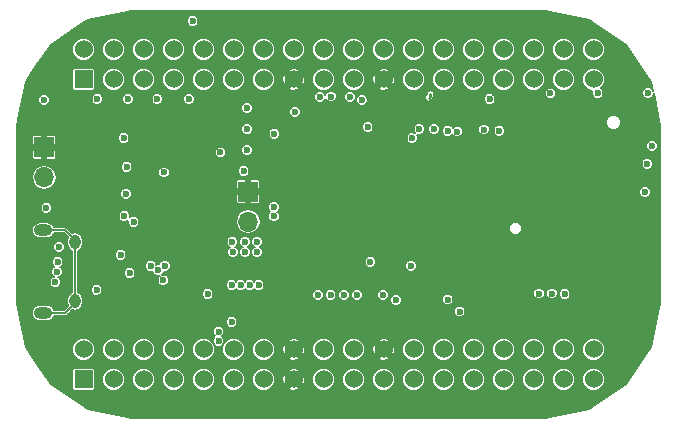
<source format=gbr>
G04 #@! TF.FileFunction,Copper,L3,Inr,Signal*
%FSLAX46Y46*%
G04 Gerber Fmt 4.6, Leading zero omitted, Abs format (unit mm)*
G04 Created by KiCad (PCBNEW 4.0.7) date Friday, December 01, 2017 'PMt' 04:26:45 PM*
%MOMM*%
%LPD*%
G01*
G04 APERTURE LIST*
%ADD10C,0.100000*%
%ADD11O,0.950000X1.250000*%
%ADD12O,1.550000X1.000000*%
%ADD13C,0.599440*%
%ADD14C,1.524000*%
%ADD15R,1.524000X1.524000*%
%ADD16R,1.700000X1.700000*%
%ADD17O,1.700000X1.700000*%
%ADD18C,0.300000*%
%ADD19C,0.600000*%
%ADD20C,0.254000*%
%ADD21C,0.127000*%
G04 APERTURE END LIST*
D10*
D11*
X126207500Y-107347500D03*
X126207500Y-112347500D03*
D12*
X123507500Y-106347500D03*
X123507500Y-113347500D03*
D13*
X165608000Y-103530400D03*
X139420600Y-103568500D03*
X139369800Y-102184200D03*
X139395200Y-106222800D03*
X139509500Y-104787700D03*
X141097000Y-114173000D03*
X142227300Y-114287300D03*
X142621000Y-113487200D03*
X142671800Y-112115600D03*
X143535400Y-112852200D03*
X145046700Y-111671100D03*
X145516600Y-113309400D03*
X144195800Y-114503200D03*
X145491200Y-114350800D03*
X146735800Y-114350800D03*
X148437600Y-114477800D03*
X149783800Y-114427000D03*
X151282400Y-114147600D03*
X151282400Y-113411000D03*
X152323800Y-113995200D03*
X153619200Y-114223800D03*
X152603200Y-113030000D03*
X151206200Y-112420400D03*
X170256200Y-96189800D03*
X172999400Y-97332800D03*
X152527000Y-97815400D03*
X142913100Y-95161100D03*
X143713200Y-95999300D03*
X142900400Y-96659700D03*
X143865600Y-97282000D03*
X142240000Y-101574600D03*
X142138400Y-102971600D03*
X143129000Y-107492800D03*
X143205200Y-102387400D03*
X143230600Y-101244400D03*
X146697700Y-101320600D03*
X147967700Y-101409500D03*
X156895800Y-104724200D03*
X154787600Y-103936800D03*
X154876500Y-107086400D03*
X154914600Y-108153200D03*
X152425400Y-108864400D03*
X151180800Y-107823000D03*
X147447000Y-107721400D03*
X149275800Y-107696000D03*
X149225000Y-105816400D03*
X149199600Y-103454200D03*
X149504400Y-102057200D03*
X149275800Y-101117400D03*
X150558500Y-101371400D03*
X151688800Y-101079300D03*
X153771600Y-101498400D03*
X155117800Y-101574600D03*
X161493200Y-102641400D03*
X166878000Y-103543100D03*
X170434000Y-98806000D03*
X171500800Y-100177600D03*
X171958000Y-103949500D03*
X171958000Y-103949500D03*
X171005500Y-104711500D03*
X169989500Y-105283000D03*
X175450500Y-102997000D03*
X174625000Y-104013000D03*
X174294800Y-97282000D03*
X170332400Y-97434400D03*
X173177200Y-106883200D03*
X175260000Y-105308400D03*
X156464000Y-112166400D03*
X156413200Y-109118400D03*
X154838400Y-112166400D03*
X159781240Y-113421160D03*
X161373820Y-113289080D03*
X160748980Y-114368580D03*
X162814000Y-113233200D03*
X162605720Y-114330480D03*
X164236400Y-114452400D03*
X158191200Y-108813600D03*
X164338000Y-113334800D03*
X166014400Y-101447600D03*
X165712140Y-114218720D03*
X167132000Y-113972340D03*
X160528000Y-101904800D03*
X159613600Y-102565200D03*
X163677600Y-99263200D03*
X165996620Y-112778540D03*
X167304720Y-112796320D03*
X156667200Y-101600000D03*
X168783000Y-113192560D03*
X168910000Y-114350800D03*
X162763200Y-100228400D03*
X162814000Y-102412800D03*
X168986200Y-112141000D03*
X165912800Y-99263200D03*
X170185080Y-113329720D03*
X171424600Y-111302800D03*
X169849800Y-111125000D03*
X171983400Y-112816640D03*
X164134800Y-101498400D03*
X170332400Y-114350800D03*
X170764200Y-112369600D03*
X170891200Y-103276400D03*
X170281600Y-100431600D03*
X171627800Y-114122200D03*
X173045120Y-114427000D03*
X173024800Y-112039400D03*
X173857920Y-113309400D03*
X157530800Y-113436400D03*
X174823120Y-114274600D03*
X157683200Y-114503200D03*
X159270700Y-114482880D03*
X175323500Y-112725200D03*
X174421800Y-111963200D03*
X163906200Y-103974900D03*
X171958000Y-102412800D03*
X155905200Y-113436400D03*
X168808400Y-110286800D03*
X169964100Y-109359700D03*
X156362400Y-114503200D03*
X158750000Y-101650800D03*
X154228800Y-113233200D03*
X172770800Y-110896400D03*
X174371000Y-110871000D03*
X170027600Y-104038400D03*
X175196500Y-108458000D03*
X171856400Y-99110800D03*
X175056800Y-109677200D03*
X173736000Y-109728000D03*
X154838400Y-114350800D03*
X172110400Y-109728000D03*
X170789600Y-110159800D03*
X171297600Y-108508800D03*
X170053000Y-107861100D03*
X154051000Y-102870000D03*
X153098500Y-102870000D03*
X152209500Y-102870000D03*
X151574500Y-104457500D03*
X151384000Y-105346500D03*
X163195000Y-107886500D03*
X162306000Y-107886500D03*
X161353500Y-107886500D03*
X136525000Y-107061000D03*
X136017000Y-106553000D03*
X135445500Y-107061000D03*
X135445500Y-113284000D03*
X135445500Y-112331500D03*
X135953500Y-112839500D03*
X136461500Y-113284000D03*
X136461500Y-112331500D03*
X132588000Y-109347000D03*
X133223000Y-109728000D03*
X133794500Y-109347000D03*
X141605000Y-107315000D03*
X140589000Y-107315000D03*
X139509500Y-107315000D03*
X139573000Y-108204000D03*
X140589000Y-108204000D03*
X141605000Y-108204000D03*
X141732000Y-110998000D03*
X140970000Y-110998000D03*
X140208000Y-110998000D03*
D14*
X170091100Y-116433600D03*
X170091100Y-118973600D03*
X167551100Y-116433600D03*
X167551100Y-118973600D03*
X165011100Y-116433600D03*
X165011100Y-118973600D03*
X162471100Y-116433600D03*
X162471100Y-118973600D03*
X159931100Y-116433600D03*
X159931100Y-118973600D03*
X157391100Y-116433600D03*
X157391100Y-118973600D03*
X154851100Y-116433600D03*
X154851100Y-118973600D03*
X152311100Y-116433600D03*
X152311100Y-118973600D03*
X149771100Y-116433600D03*
X149771100Y-118973600D03*
X147231100Y-116433600D03*
X147231100Y-118973600D03*
X144691100Y-116433600D03*
X144691100Y-118973600D03*
X142151100Y-116433600D03*
X142151100Y-118973600D03*
X139611100Y-116433600D03*
X139611100Y-118973600D03*
X137071100Y-116433600D03*
X137071100Y-118973600D03*
X134531100Y-116433600D03*
X134531100Y-118973600D03*
X131991100Y-116433600D03*
X131991100Y-118973600D03*
X129451100Y-116433600D03*
X129451100Y-118973600D03*
X126911100Y-116433600D03*
D15*
X126911100Y-118973600D03*
D14*
X170091100Y-91033600D03*
X170091100Y-93573600D03*
X167551100Y-91033600D03*
X167551100Y-93573600D03*
X165011100Y-91033600D03*
X165011100Y-93573600D03*
X162471100Y-91033600D03*
X162471100Y-93573600D03*
X159931100Y-91033600D03*
X159931100Y-93573600D03*
X157391100Y-91033600D03*
X157391100Y-93573600D03*
X154851100Y-91033600D03*
X154851100Y-93573600D03*
X152311100Y-91033600D03*
X152311100Y-93573600D03*
X149771100Y-91033600D03*
X149771100Y-93573600D03*
X147231100Y-91033600D03*
X147231100Y-93573600D03*
X144691100Y-91033600D03*
X144691100Y-93573600D03*
X142151100Y-91033600D03*
X142151100Y-93573600D03*
X139611100Y-91033600D03*
X139611100Y-93573600D03*
X137071100Y-91033600D03*
X137071100Y-93573600D03*
X134531100Y-91033600D03*
X134531100Y-93573600D03*
X131991100Y-91033600D03*
X131991100Y-93573600D03*
X129451100Y-91033600D03*
X129451100Y-93573600D03*
X126911100Y-91033600D03*
D15*
X126911100Y-93573600D03*
D16*
X123571000Y-99314000D03*
D17*
X123571000Y-101854000D03*
D16*
X140843000Y-103060500D03*
D17*
X140843000Y-105600500D03*
D13*
X139446000Y-110998000D03*
D18*
X135493000Y-110212000D03*
X136493000Y-110712000D03*
X135493000Y-109712000D03*
X135493000Y-110712000D03*
X135493000Y-109212000D03*
X135493000Y-108712000D03*
X135993000Y-108712000D03*
X135993000Y-109212000D03*
X135993000Y-109712000D03*
X135993000Y-110212000D03*
X135993000Y-110712000D03*
X136493000Y-110212000D03*
X136493000Y-109712000D03*
X136493000Y-109212000D03*
X136493000Y-108712000D03*
D19*
X156996475Y-95411212D03*
X155466077Y-95120775D03*
X162814000Y-104140000D03*
X157543500Y-102425500D03*
X124147790Y-116517210D03*
X166115812Y-107826316D03*
X151193500Y-106616500D03*
X157353000Y-108521500D03*
X151892000Y-98425000D03*
X155892500Y-100330000D03*
X142811500Y-108585000D03*
X164274500Y-107759500D03*
X144843500Y-97091500D03*
X137223500Y-99123500D03*
X143764000Y-121077010D03*
X129540000Y-114427000D03*
X161607500Y-106467991D03*
X167068500Y-107827002D03*
X130159801Y-107303861D03*
X165227000Y-107759500D03*
X122936000Y-112268000D03*
X138500000Y-99750000D03*
X130302000Y-98552000D03*
X130365500Y-105156000D03*
X123571000Y-95313500D03*
X130492500Y-103251000D03*
X130556000Y-100965000D03*
X133667500Y-110583500D03*
X137414000Y-111760000D03*
X170434000Y-94742000D03*
X124841000Y-107759500D03*
X174642479Y-100711000D03*
X158750000Y-113220500D03*
X157734000Y-112204500D03*
X139446000Y-114109500D03*
X147845925Y-95016611D03*
X154622500Y-109347000D03*
X152250000Y-111825000D03*
X151193500Y-109029500D03*
X153352500Y-112268000D03*
X165481000Y-111696500D03*
X166560500Y-111696500D03*
X167640000Y-111760000D03*
X174434500Y-103124000D03*
X174688500Y-94742000D03*
X124657553Y-109851890D03*
X124714000Y-109029500D03*
X123761500Y-104457500D03*
X175023490Y-99197813D03*
X156591000Y-97790000D03*
X157734000Y-97917000D03*
X154749500Y-98552000D03*
X155340886Y-97791794D03*
X124525709Y-110749556D03*
X150968870Y-97616990D03*
X138343220Y-115692200D03*
X143011598Y-105168298D03*
X143065500Y-98171000D03*
X138343220Y-114914400D03*
X143011598Y-104390498D03*
X150495000Y-95313500D03*
X166439368Y-94759490D03*
X144827498Y-96329500D03*
X162115500Y-97917000D03*
X161290000Y-95250000D03*
X158559500Y-97980500D03*
X160817077Y-97811112D03*
X149468050Y-95060277D03*
X147828000Y-111823500D03*
X150050500Y-111823500D03*
X148971000Y-111823500D03*
X146748500Y-111823500D03*
X146939000Y-95059500D03*
X130048000Y-108411872D03*
X128016000Y-111379000D03*
X140754101Y-96012000D03*
X140754101Y-97790000D03*
X140754101Y-99568000D03*
X140462000Y-101346000D03*
X131150000Y-105635489D03*
X133725000Y-101450000D03*
X136144000Y-88646000D03*
X133158936Y-95249582D03*
X128079500Y-95250000D03*
X130683000Y-95250000D03*
X135826500Y-95250000D03*
X130810000Y-109982000D03*
D20*
X156273500Y-94805500D02*
X156273500Y-94932500D01*
X156273500Y-94932500D02*
X156210000Y-94996000D01*
X156210000Y-94996000D02*
X156210000Y-95059500D01*
X156210000Y-95059500D02*
X156146500Y-95123000D01*
D21*
X126207500Y-112347500D02*
X126207500Y-112497500D01*
X126207500Y-112497500D02*
X125357500Y-113347500D01*
X125357500Y-113347500D02*
X123507500Y-113347500D01*
X126207500Y-107347500D02*
X126207500Y-108099500D01*
X126207500Y-108099500D02*
X126207500Y-112347500D01*
X123507500Y-106347500D02*
X125357500Y-106347500D01*
X125357500Y-106347500D02*
X126207500Y-107197500D01*
X126207500Y-107197500D02*
X126207500Y-107347500D01*
G36*
X169724340Y-88514900D02*
X172880753Y-90623947D01*
X174989800Y-93780360D01*
X175145678Y-94564010D01*
X175104568Y-94464517D01*
X174966708Y-94326417D01*
X174786494Y-94251586D01*
X174591362Y-94251415D01*
X174411017Y-94325932D01*
X174272917Y-94463792D01*
X174198086Y-94644006D01*
X174197915Y-94839138D01*
X174272432Y-95019483D01*
X174410292Y-95157583D01*
X174590506Y-95232414D01*
X174785638Y-95232585D01*
X174965983Y-95158068D01*
X175104083Y-95020208D01*
X175178914Y-94839994D01*
X175179009Y-94731578D01*
X175735600Y-97529752D01*
X175735600Y-112477448D01*
X174989800Y-116226840D01*
X172880753Y-119383253D01*
X169724340Y-121492300D01*
X165974952Y-122238100D01*
X131027252Y-122238100D01*
X127277860Y-121492300D01*
X124121447Y-119383253D01*
X123338574Y-118211600D01*
X125954868Y-118211600D01*
X125954868Y-119735600D01*
X125968151Y-119806195D01*
X126009873Y-119871032D01*
X126073533Y-119914529D01*
X126149100Y-119929832D01*
X127673100Y-119929832D01*
X127743695Y-119916549D01*
X127808532Y-119874827D01*
X127852029Y-119811167D01*
X127867332Y-119735600D01*
X127867332Y-119162233D01*
X128498435Y-119162233D01*
X128643139Y-119512443D01*
X128910847Y-119780620D01*
X129260805Y-119925935D01*
X129639733Y-119926265D01*
X129989943Y-119781561D01*
X130258120Y-119513853D01*
X130403435Y-119163895D01*
X130403436Y-119162233D01*
X131038435Y-119162233D01*
X131183139Y-119512443D01*
X131450847Y-119780620D01*
X131800805Y-119925935D01*
X132179733Y-119926265D01*
X132529943Y-119781561D01*
X132798120Y-119513853D01*
X132943435Y-119163895D01*
X132943436Y-119162233D01*
X133578435Y-119162233D01*
X133723139Y-119512443D01*
X133990847Y-119780620D01*
X134340805Y-119925935D01*
X134719733Y-119926265D01*
X135069943Y-119781561D01*
X135338120Y-119513853D01*
X135483435Y-119163895D01*
X135483436Y-119162233D01*
X136118435Y-119162233D01*
X136263139Y-119512443D01*
X136530847Y-119780620D01*
X136880805Y-119925935D01*
X137259733Y-119926265D01*
X137609943Y-119781561D01*
X137878120Y-119513853D01*
X138023435Y-119163895D01*
X138023436Y-119162233D01*
X138658435Y-119162233D01*
X138803139Y-119512443D01*
X139070847Y-119780620D01*
X139420805Y-119925935D01*
X139799733Y-119926265D01*
X140149943Y-119781561D01*
X140418120Y-119513853D01*
X140563435Y-119163895D01*
X140563436Y-119162233D01*
X141198435Y-119162233D01*
X141343139Y-119512443D01*
X141610847Y-119780620D01*
X141960805Y-119925935D01*
X142339733Y-119926265D01*
X142689943Y-119781561D01*
X142724265Y-119747299D01*
X144186809Y-119747299D01*
X144285473Y-119855995D01*
X144654028Y-119944053D01*
X145028226Y-119884369D01*
X145096727Y-119855995D01*
X145195391Y-119747299D01*
X144691100Y-119243008D01*
X144186809Y-119747299D01*
X142724265Y-119747299D01*
X142958120Y-119513853D01*
X143103435Y-119163895D01*
X143103633Y-118936528D01*
X143720647Y-118936528D01*
X143780331Y-119310726D01*
X143808705Y-119379227D01*
X143917401Y-119477891D01*
X144421692Y-118973600D01*
X144960508Y-118973600D01*
X145464799Y-119477891D01*
X145573495Y-119379227D01*
X145625340Y-119162233D01*
X146278435Y-119162233D01*
X146423139Y-119512443D01*
X146690847Y-119780620D01*
X147040805Y-119925935D01*
X147419733Y-119926265D01*
X147769943Y-119781561D01*
X148038120Y-119513853D01*
X148183435Y-119163895D01*
X148183436Y-119162233D01*
X148818435Y-119162233D01*
X148963139Y-119512443D01*
X149230847Y-119780620D01*
X149580805Y-119925935D01*
X149959733Y-119926265D01*
X150309943Y-119781561D01*
X150578120Y-119513853D01*
X150723435Y-119163895D01*
X150723436Y-119162233D01*
X151358435Y-119162233D01*
X151503139Y-119512443D01*
X151770847Y-119780620D01*
X152120805Y-119925935D01*
X152499733Y-119926265D01*
X152849943Y-119781561D01*
X153118120Y-119513853D01*
X153263435Y-119163895D01*
X153263436Y-119162233D01*
X153898435Y-119162233D01*
X154043139Y-119512443D01*
X154310847Y-119780620D01*
X154660805Y-119925935D01*
X155039733Y-119926265D01*
X155389943Y-119781561D01*
X155658120Y-119513853D01*
X155803435Y-119163895D01*
X155803436Y-119162233D01*
X156438435Y-119162233D01*
X156583139Y-119512443D01*
X156850847Y-119780620D01*
X157200805Y-119925935D01*
X157579733Y-119926265D01*
X157929943Y-119781561D01*
X158198120Y-119513853D01*
X158343435Y-119163895D01*
X158343436Y-119162233D01*
X158978435Y-119162233D01*
X159123139Y-119512443D01*
X159390847Y-119780620D01*
X159740805Y-119925935D01*
X160119733Y-119926265D01*
X160469943Y-119781561D01*
X160738120Y-119513853D01*
X160883435Y-119163895D01*
X160883436Y-119162233D01*
X161518435Y-119162233D01*
X161663139Y-119512443D01*
X161930847Y-119780620D01*
X162280805Y-119925935D01*
X162659733Y-119926265D01*
X163009943Y-119781561D01*
X163278120Y-119513853D01*
X163423435Y-119163895D01*
X163423436Y-119162233D01*
X164058435Y-119162233D01*
X164203139Y-119512443D01*
X164470847Y-119780620D01*
X164820805Y-119925935D01*
X165199733Y-119926265D01*
X165549943Y-119781561D01*
X165818120Y-119513853D01*
X165963435Y-119163895D01*
X165963436Y-119162233D01*
X166598435Y-119162233D01*
X166743139Y-119512443D01*
X167010847Y-119780620D01*
X167360805Y-119925935D01*
X167739733Y-119926265D01*
X168089943Y-119781561D01*
X168358120Y-119513853D01*
X168503435Y-119163895D01*
X168503436Y-119162233D01*
X169138435Y-119162233D01*
X169283139Y-119512443D01*
X169550847Y-119780620D01*
X169900805Y-119925935D01*
X170279733Y-119926265D01*
X170629943Y-119781561D01*
X170898120Y-119513853D01*
X171043435Y-119163895D01*
X171043765Y-118784967D01*
X170899061Y-118434757D01*
X170631353Y-118166580D01*
X170281395Y-118021265D01*
X169902467Y-118020935D01*
X169552257Y-118165639D01*
X169284080Y-118433347D01*
X169138765Y-118783305D01*
X169138435Y-119162233D01*
X168503436Y-119162233D01*
X168503765Y-118784967D01*
X168359061Y-118434757D01*
X168091353Y-118166580D01*
X167741395Y-118021265D01*
X167362467Y-118020935D01*
X167012257Y-118165639D01*
X166744080Y-118433347D01*
X166598765Y-118783305D01*
X166598435Y-119162233D01*
X165963436Y-119162233D01*
X165963765Y-118784967D01*
X165819061Y-118434757D01*
X165551353Y-118166580D01*
X165201395Y-118021265D01*
X164822467Y-118020935D01*
X164472257Y-118165639D01*
X164204080Y-118433347D01*
X164058765Y-118783305D01*
X164058435Y-119162233D01*
X163423436Y-119162233D01*
X163423765Y-118784967D01*
X163279061Y-118434757D01*
X163011353Y-118166580D01*
X162661395Y-118021265D01*
X162282467Y-118020935D01*
X161932257Y-118165639D01*
X161664080Y-118433347D01*
X161518765Y-118783305D01*
X161518435Y-119162233D01*
X160883436Y-119162233D01*
X160883765Y-118784967D01*
X160739061Y-118434757D01*
X160471353Y-118166580D01*
X160121395Y-118021265D01*
X159742467Y-118020935D01*
X159392257Y-118165639D01*
X159124080Y-118433347D01*
X158978765Y-118783305D01*
X158978435Y-119162233D01*
X158343436Y-119162233D01*
X158343765Y-118784967D01*
X158199061Y-118434757D01*
X157931353Y-118166580D01*
X157581395Y-118021265D01*
X157202467Y-118020935D01*
X156852257Y-118165639D01*
X156584080Y-118433347D01*
X156438765Y-118783305D01*
X156438435Y-119162233D01*
X155803436Y-119162233D01*
X155803765Y-118784967D01*
X155659061Y-118434757D01*
X155391353Y-118166580D01*
X155041395Y-118021265D01*
X154662467Y-118020935D01*
X154312257Y-118165639D01*
X154044080Y-118433347D01*
X153898765Y-118783305D01*
X153898435Y-119162233D01*
X153263436Y-119162233D01*
X153263765Y-118784967D01*
X153119061Y-118434757D01*
X152851353Y-118166580D01*
X152501395Y-118021265D01*
X152122467Y-118020935D01*
X151772257Y-118165639D01*
X151504080Y-118433347D01*
X151358765Y-118783305D01*
X151358435Y-119162233D01*
X150723436Y-119162233D01*
X150723765Y-118784967D01*
X150579061Y-118434757D01*
X150311353Y-118166580D01*
X149961395Y-118021265D01*
X149582467Y-118020935D01*
X149232257Y-118165639D01*
X148964080Y-118433347D01*
X148818765Y-118783305D01*
X148818435Y-119162233D01*
X148183436Y-119162233D01*
X148183765Y-118784967D01*
X148039061Y-118434757D01*
X147771353Y-118166580D01*
X147421395Y-118021265D01*
X147042467Y-118020935D01*
X146692257Y-118165639D01*
X146424080Y-118433347D01*
X146278765Y-118783305D01*
X146278435Y-119162233D01*
X145625340Y-119162233D01*
X145661553Y-119010672D01*
X145601869Y-118636474D01*
X145573495Y-118567973D01*
X145464799Y-118469309D01*
X144960508Y-118973600D01*
X144421692Y-118973600D01*
X143917401Y-118469309D01*
X143808705Y-118567973D01*
X143720647Y-118936528D01*
X143103633Y-118936528D01*
X143103765Y-118784967D01*
X142959061Y-118434757D01*
X142724616Y-118199901D01*
X144186809Y-118199901D01*
X144691100Y-118704192D01*
X145195391Y-118199901D01*
X145096727Y-118091205D01*
X144728172Y-118003147D01*
X144353974Y-118062831D01*
X144285473Y-118091205D01*
X144186809Y-118199901D01*
X142724616Y-118199901D01*
X142691353Y-118166580D01*
X142341395Y-118021265D01*
X141962467Y-118020935D01*
X141612257Y-118165639D01*
X141344080Y-118433347D01*
X141198765Y-118783305D01*
X141198435Y-119162233D01*
X140563436Y-119162233D01*
X140563765Y-118784967D01*
X140419061Y-118434757D01*
X140151353Y-118166580D01*
X139801395Y-118021265D01*
X139422467Y-118020935D01*
X139072257Y-118165639D01*
X138804080Y-118433347D01*
X138658765Y-118783305D01*
X138658435Y-119162233D01*
X138023436Y-119162233D01*
X138023765Y-118784967D01*
X137879061Y-118434757D01*
X137611353Y-118166580D01*
X137261395Y-118021265D01*
X136882467Y-118020935D01*
X136532257Y-118165639D01*
X136264080Y-118433347D01*
X136118765Y-118783305D01*
X136118435Y-119162233D01*
X135483436Y-119162233D01*
X135483765Y-118784967D01*
X135339061Y-118434757D01*
X135071353Y-118166580D01*
X134721395Y-118021265D01*
X134342467Y-118020935D01*
X133992257Y-118165639D01*
X133724080Y-118433347D01*
X133578765Y-118783305D01*
X133578435Y-119162233D01*
X132943436Y-119162233D01*
X132943765Y-118784967D01*
X132799061Y-118434757D01*
X132531353Y-118166580D01*
X132181395Y-118021265D01*
X131802467Y-118020935D01*
X131452257Y-118165639D01*
X131184080Y-118433347D01*
X131038765Y-118783305D01*
X131038435Y-119162233D01*
X130403436Y-119162233D01*
X130403765Y-118784967D01*
X130259061Y-118434757D01*
X129991353Y-118166580D01*
X129641395Y-118021265D01*
X129262467Y-118020935D01*
X128912257Y-118165639D01*
X128644080Y-118433347D01*
X128498765Y-118783305D01*
X128498435Y-119162233D01*
X127867332Y-119162233D01*
X127867332Y-118211600D01*
X127854049Y-118141005D01*
X127812327Y-118076168D01*
X127748667Y-118032671D01*
X127673100Y-118017368D01*
X126149100Y-118017368D01*
X126078505Y-118030651D01*
X126013668Y-118072373D01*
X125970171Y-118136033D01*
X125954868Y-118211600D01*
X123338574Y-118211600D01*
X122276594Y-116622233D01*
X125958435Y-116622233D01*
X126103139Y-116972443D01*
X126370847Y-117240620D01*
X126720805Y-117385935D01*
X127099733Y-117386265D01*
X127449943Y-117241561D01*
X127718120Y-116973853D01*
X127863435Y-116623895D01*
X127863436Y-116622233D01*
X128498435Y-116622233D01*
X128643139Y-116972443D01*
X128910847Y-117240620D01*
X129260805Y-117385935D01*
X129639733Y-117386265D01*
X129989943Y-117241561D01*
X130258120Y-116973853D01*
X130403435Y-116623895D01*
X130403436Y-116622233D01*
X131038435Y-116622233D01*
X131183139Y-116972443D01*
X131450847Y-117240620D01*
X131800805Y-117385935D01*
X132179733Y-117386265D01*
X132529943Y-117241561D01*
X132798120Y-116973853D01*
X132943435Y-116623895D01*
X132943436Y-116622233D01*
X133578435Y-116622233D01*
X133723139Y-116972443D01*
X133990847Y-117240620D01*
X134340805Y-117385935D01*
X134719733Y-117386265D01*
X135069943Y-117241561D01*
X135338120Y-116973853D01*
X135483435Y-116623895D01*
X135483436Y-116622233D01*
X136118435Y-116622233D01*
X136263139Y-116972443D01*
X136530847Y-117240620D01*
X136880805Y-117385935D01*
X137259733Y-117386265D01*
X137609943Y-117241561D01*
X137878120Y-116973853D01*
X138023435Y-116623895D01*
X138023436Y-116622233D01*
X138658435Y-116622233D01*
X138803139Y-116972443D01*
X139070847Y-117240620D01*
X139420805Y-117385935D01*
X139799733Y-117386265D01*
X140149943Y-117241561D01*
X140418120Y-116973853D01*
X140563435Y-116623895D01*
X140563436Y-116622233D01*
X141198435Y-116622233D01*
X141343139Y-116972443D01*
X141610847Y-117240620D01*
X141960805Y-117385935D01*
X142339733Y-117386265D01*
X142689943Y-117241561D01*
X142724265Y-117207299D01*
X144186809Y-117207299D01*
X144285473Y-117315995D01*
X144654028Y-117404053D01*
X145028226Y-117344369D01*
X145096727Y-117315995D01*
X145195391Y-117207299D01*
X144691100Y-116703008D01*
X144186809Y-117207299D01*
X142724265Y-117207299D01*
X142958120Y-116973853D01*
X143103435Y-116623895D01*
X143103633Y-116396528D01*
X143720647Y-116396528D01*
X143780331Y-116770726D01*
X143808705Y-116839227D01*
X143917401Y-116937891D01*
X144421692Y-116433600D01*
X144960508Y-116433600D01*
X145464799Y-116937891D01*
X145573495Y-116839227D01*
X145625340Y-116622233D01*
X146278435Y-116622233D01*
X146423139Y-116972443D01*
X146690847Y-117240620D01*
X147040805Y-117385935D01*
X147419733Y-117386265D01*
X147769943Y-117241561D01*
X148038120Y-116973853D01*
X148183435Y-116623895D01*
X148183436Y-116622233D01*
X148818435Y-116622233D01*
X148963139Y-116972443D01*
X149230847Y-117240620D01*
X149580805Y-117385935D01*
X149959733Y-117386265D01*
X150309943Y-117241561D01*
X150344265Y-117207299D01*
X151806809Y-117207299D01*
X151905473Y-117315995D01*
X152274028Y-117404053D01*
X152648226Y-117344369D01*
X152716727Y-117315995D01*
X152815391Y-117207299D01*
X152311100Y-116703008D01*
X151806809Y-117207299D01*
X150344265Y-117207299D01*
X150578120Y-116973853D01*
X150723435Y-116623895D01*
X150723633Y-116396528D01*
X151340647Y-116396528D01*
X151400331Y-116770726D01*
X151428705Y-116839227D01*
X151537401Y-116937891D01*
X152041692Y-116433600D01*
X152580508Y-116433600D01*
X153084799Y-116937891D01*
X153193495Y-116839227D01*
X153245340Y-116622233D01*
X153898435Y-116622233D01*
X154043139Y-116972443D01*
X154310847Y-117240620D01*
X154660805Y-117385935D01*
X155039733Y-117386265D01*
X155389943Y-117241561D01*
X155658120Y-116973853D01*
X155803435Y-116623895D01*
X155803436Y-116622233D01*
X156438435Y-116622233D01*
X156583139Y-116972443D01*
X156850847Y-117240620D01*
X157200805Y-117385935D01*
X157579733Y-117386265D01*
X157929943Y-117241561D01*
X158198120Y-116973853D01*
X158343435Y-116623895D01*
X158343436Y-116622233D01*
X158978435Y-116622233D01*
X159123139Y-116972443D01*
X159390847Y-117240620D01*
X159740805Y-117385935D01*
X160119733Y-117386265D01*
X160469943Y-117241561D01*
X160738120Y-116973853D01*
X160883435Y-116623895D01*
X160883436Y-116622233D01*
X161518435Y-116622233D01*
X161663139Y-116972443D01*
X161930847Y-117240620D01*
X162280805Y-117385935D01*
X162659733Y-117386265D01*
X163009943Y-117241561D01*
X163278120Y-116973853D01*
X163423435Y-116623895D01*
X163423436Y-116622233D01*
X164058435Y-116622233D01*
X164203139Y-116972443D01*
X164470847Y-117240620D01*
X164820805Y-117385935D01*
X165199733Y-117386265D01*
X165549943Y-117241561D01*
X165818120Y-116973853D01*
X165963435Y-116623895D01*
X165963436Y-116622233D01*
X166598435Y-116622233D01*
X166743139Y-116972443D01*
X167010847Y-117240620D01*
X167360805Y-117385935D01*
X167739733Y-117386265D01*
X168089943Y-117241561D01*
X168358120Y-116973853D01*
X168503435Y-116623895D01*
X168503436Y-116622233D01*
X169138435Y-116622233D01*
X169283139Y-116972443D01*
X169550847Y-117240620D01*
X169900805Y-117385935D01*
X170279733Y-117386265D01*
X170629943Y-117241561D01*
X170898120Y-116973853D01*
X171043435Y-116623895D01*
X171043765Y-116244967D01*
X170899061Y-115894757D01*
X170631353Y-115626580D01*
X170281395Y-115481265D01*
X169902467Y-115480935D01*
X169552257Y-115625639D01*
X169284080Y-115893347D01*
X169138765Y-116243305D01*
X169138435Y-116622233D01*
X168503436Y-116622233D01*
X168503765Y-116244967D01*
X168359061Y-115894757D01*
X168091353Y-115626580D01*
X167741395Y-115481265D01*
X167362467Y-115480935D01*
X167012257Y-115625639D01*
X166744080Y-115893347D01*
X166598765Y-116243305D01*
X166598435Y-116622233D01*
X165963436Y-116622233D01*
X165963765Y-116244967D01*
X165819061Y-115894757D01*
X165551353Y-115626580D01*
X165201395Y-115481265D01*
X164822467Y-115480935D01*
X164472257Y-115625639D01*
X164204080Y-115893347D01*
X164058765Y-116243305D01*
X164058435Y-116622233D01*
X163423436Y-116622233D01*
X163423765Y-116244967D01*
X163279061Y-115894757D01*
X163011353Y-115626580D01*
X162661395Y-115481265D01*
X162282467Y-115480935D01*
X161932257Y-115625639D01*
X161664080Y-115893347D01*
X161518765Y-116243305D01*
X161518435Y-116622233D01*
X160883436Y-116622233D01*
X160883765Y-116244967D01*
X160739061Y-115894757D01*
X160471353Y-115626580D01*
X160121395Y-115481265D01*
X159742467Y-115480935D01*
X159392257Y-115625639D01*
X159124080Y-115893347D01*
X158978765Y-116243305D01*
X158978435Y-116622233D01*
X158343436Y-116622233D01*
X158343765Y-116244967D01*
X158199061Y-115894757D01*
X157931353Y-115626580D01*
X157581395Y-115481265D01*
X157202467Y-115480935D01*
X156852257Y-115625639D01*
X156584080Y-115893347D01*
X156438765Y-116243305D01*
X156438435Y-116622233D01*
X155803436Y-116622233D01*
X155803765Y-116244967D01*
X155659061Y-115894757D01*
X155391353Y-115626580D01*
X155041395Y-115481265D01*
X154662467Y-115480935D01*
X154312257Y-115625639D01*
X154044080Y-115893347D01*
X153898765Y-116243305D01*
X153898435Y-116622233D01*
X153245340Y-116622233D01*
X153281553Y-116470672D01*
X153221869Y-116096474D01*
X153193495Y-116027973D01*
X153084799Y-115929309D01*
X152580508Y-116433600D01*
X152041692Y-116433600D01*
X151537401Y-115929309D01*
X151428705Y-116027973D01*
X151340647Y-116396528D01*
X150723633Y-116396528D01*
X150723765Y-116244967D01*
X150579061Y-115894757D01*
X150344616Y-115659901D01*
X151806809Y-115659901D01*
X152311100Y-116164192D01*
X152815391Y-115659901D01*
X152716727Y-115551205D01*
X152348172Y-115463147D01*
X151973974Y-115522831D01*
X151905473Y-115551205D01*
X151806809Y-115659901D01*
X150344616Y-115659901D01*
X150311353Y-115626580D01*
X149961395Y-115481265D01*
X149582467Y-115480935D01*
X149232257Y-115625639D01*
X148964080Y-115893347D01*
X148818765Y-116243305D01*
X148818435Y-116622233D01*
X148183436Y-116622233D01*
X148183765Y-116244967D01*
X148039061Y-115894757D01*
X147771353Y-115626580D01*
X147421395Y-115481265D01*
X147042467Y-115480935D01*
X146692257Y-115625639D01*
X146424080Y-115893347D01*
X146278765Y-116243305D01*
X146278435Y-116622233D01*
X145625340Y-116622233D01*
X145661553Y-116470672D01*
X145601869Y-116096474D01*
X145573495Y-116027973D01*
X145464799Y-115929309D01*
X144960508Y-116433600D01*
X144421692Y-116433600D01*
X143917401Y-115929309D01*
X143808705Y-116027973D01*
X143720647Y-116396528D01*
X143103633Y-116396528D01*
X143103765Y-116244967D01*
X142959061Y-115894757D01*
X142724616Y-115659901D01*
X144186809Y-115659901D01*
X144691100Y-116164192D01*
X145195391Y-115659901D01*
X145096727Y-115551205D01*
X144728172Y-115463147D01*
X144353974Y-115522831D01*
X144285473Y-115551205D01*
X144186809Y-115659901D01*
X142724616Y-115659901D01*
X142691353Y-115626580D01*
X142341395Y-115481265D01*
X141962467Y-115480935D01*
X141612257Y-115625639D01*
X141344080Y-115893347D01*
X141198765Y-116243305D01*
X141198435Y-116622233D01*
X140563436Y-116622233D01*
X140563765Y-116244967D01*
X140419061Y-115894757D01*
X140151353Y-115626580D01*
X139801395Y-115481265D01*
X139422467Y-115480935D01*
X139072257Y-115625639D01*
X138804080Y-115893347D01*
X138658765Y-116243305D01*
X138658435Y-116622233D01*
X138023436Y-116622233D01*
X138023765Y-116244967D01*
X137879061Y-115894757D01*
X137611353Y-115626580D01*
X137261395Y-115481265D01*
X136882467Y-115480935D01*
X136532257Y-115625639D01*
X136264080Y-115893347D01*
X136118765Y-116243305D01*
X136118435Y-116622233D01*
X135483436Y-116622233D01*
X135483765Y-116244967D01*
X135339061Y-115894757D01*
X135071353Y-115626580D01*
X134721395Y-115481265D01*
X134342467Y-115480935D01*
X133992257Y-115625639D01*
X133724080Y-115893347D01*
X133578765Y-116243305D01*
X133578435Y-116622233D01*
X132943436Y-116622233D01*
X132943765Y-116244967D01*
X132799061Y-115894757D01*
X132531353Y-115626580D01*
X132181395Y-115481265D01*
X131802467Y-115480935D01*
X131452257Y-115625639D01*
X131184080Y-115893347D01*
X131038765Y-116243305D01*
X131038435Y-116622233D01*
X130403436Y-116622233D01*
X130403765Y-116244967D01*
X130259061Y-115894757D01*
X129991353Y-115626580D01*
X129641395Y-115481265D01*
X129262467Y-115480935D01*
X128912257Y-115625639D01*
X128644080Y-115893347D01*
X128498765Y-116243305D01*
X128498435Y-116622233D01*
X127863436Y-116622233D01*
X127863765Y-116244967D01*
X127719061Y-115894757D01*
X127451353Y-115626580D01*
X127101395Y-115481265D01*
X126722467Y-115480935D01*
X126372257Y-115625639D01*
X126104080Y-115893347D01*
X125958765Y-116243305D01*
X125958435Y-116622233D01*
X122276594Y-116622233D01*
X122012400Y-116226840D01*
X121770662Y-115011538D01*
X137852635Y-115011538D01*
X137927152Y-115191883D01*
X138038448Y-115303373D01*
X137927637Y-115413992D01*
X137852806Y-115594206D01*
X137852635Y-115789338D01*
X137927152Y-115969683D01*
X138065012Y-116107783D01*
X138245226Y-116182614D01*
X138440358Y-116182785D01*
X138620703Y-116108268D01*
X138758803Y-115970408D01*
X138833634Y-115790194D01*
X138833805Y-115595062D01*
X138759288Y-115414717D01*
X138647992Y-115303227D01*
X138758803Y-115192608D01*
X138833634Y-115012394D01*
X138833805Y-114817262D01*
X138759288Y-114636917D01*
X138621428Y-114498817D01*
X138441214Y-114423986D01*
X138246082Y-114423815D01*
X138065737Y-114498332D01*
X137927637Y-114636192D01*
X137852806Y-114816406D01*
X137852635Y-115011538D01*
X121770662Y-115011538D01*
X121610558Y-114206638D01*
X138955415Y-114206638D01*
X139029932Y-114386983D01*
X139167792Y-114525083D01*
X139348006Y-114599914D01*
X139543138Y-114600085D01*
X139723483Y-114525568D01*
X139861583Y-114387708D01*
X139936414Y-114207494D01*
X139936585Y-114012362D01*
X139862068Y-113832017D01*
X139724208Y-113693917D01*
X139543994Y-113619086D01*
X139348862Y-113618915D01*
X139168517Y-113693432D01*
X139030417Y-113831292D01*
X138955586Y-114011506D01*
X138955415Y-114206638D01*
X121610558Y-114206638D01*
X121266600Y-112477452D01*
X121266600Y-110846694D01*
X124035124Y-110846694D01*
X124109641Y-111027039D01*
X124247501Y-111165139D01*
X124427715Y-111239970D01*
X124622847Y-111240141D01*
X124803192Y-111165624D01*
X124941292Y-111027764D01*
X125016123Y-110847550D01*
X125016294Y-110652418D01*
X124941777Y-110472073D01*
X124803917Y-110333973D01*
X124789628Y-110328040D01*
X124935036Y-110267958D01*
X125073136Y-110130098D01*
X125147967Y-109949884D01*
X125148138Y-109754752D01*
X125073621Y-109574407D01*
X124958578Y-109459164D01*
X124991483Y-109445568D01*
X125129583Y-109307708D01*
X125204414Y-109127494D01*
X125204585Y-108932362D01*
X125130068Y-108752017D01*
X124992208Y-108613917D01*
X124811994Y-108539086D01*
X124616862Y-108538915D01*
X124436517Y-108613432D01*
X124298417Y-108751292D01*
X124223586Y-108931506D01*
X124223415Y-109126638D01*
X124297932Y-109306983D01*
X124412975Y-109422226D01*
X124380070Y-109435822D01*
X124241970Y-109573682D01*
X124167139Y-109753896D01*
X124166968Y-109949028D01*
X124241485Y-110129373D01*
X124379345Y-110267473D01*
X124393634Y-110273406D01*
X124248226Y-110333488D01*
X124110126Y-110471348D01*
X124035295Y-110651562D01*
X124035124Y-110846694D01*
X121266600Y-110846694D01*
X121266600Y-107856638D01*
X124350415Y-107856638D01*
X124424932Y-108036983D01*
X124562792Y-108175083D01*
X124743006Y-108249914D01*
X124938138Y-108250085D01*
X125118483Y-108175568D01*
X125256583Y-108037708D01*
X125331414Y-107857494D01*
X125331585Y-107662362D01*
X125257068Y-107482017D01*
X125119208Y-107343917D01*
X124938994Y-107269086D01*
X124743862Y-107268915D01*
X124563517Y-107343432D01*
X124425417Y-107481292D01*
X124350586Y-107661506D01*
X124350415Y-107856638D01*
X121266600Y-107856638D01*
X121266600Y-106347500D01*
X122523085Y-106347500D01*
X122575646Y-106611743D01*
X122725328Y-106835757D01*
X122949342Y-106985439D01*
X123213585Y-107038000D01*
X123801415Y-107038000D01*
X124065658Y-106985439D01*
X124289672Y-106835757D01*
X124439354Y-106611743D01*
X124441391Y-106601500D01*
X125252290Y-106601500D01*
X125590166Y-106939376D01*
X125542000Y-107181523D01*
X125542000Y-107513477D01*
X125592658Y-107768153D01*
X125736920Y-107984057D01*
X125952824Y-108128319D01*
X125953500Y-108128453D01*
X125953500Y-111566547D01*
X125952824Y-111566681D01*
X125736920Y-111710943D01*
X125592658Y-111926847D01*
X125542000Y-112181523D01*
X125542000Y-112513477D01*
X125590166Y-112755624D01*
X125252290Y-113093500D01*
X124441391Y-113093500D01*
X124439354Y-113083257D01*
X124289672Y-112859243D01*
X124065658Y-112709561D01*
X123801415Y-112657000D01*
X123213585Y-112657000D01*
X122949342Y-112709561D01*
X122725328Y-112859243D01*
X122575646Y-113083257D01*
X122523085Y-113347500D01*
X122575646Y-113611743D01*
X122725328Y-113835757D01*
X122949342Y-113985439D01*
X123213585Y-114038000D01*
X123801415Y-114038000D01*
X124065658Y-113985439D01*
X124289672Y-113835757D01*
X124439354Y-113611743D01*
X124441391Y-113601500D01*
X125357500Y-113601500D01*
X125454702Y-113582165D01*
X125537105Y-113527105D01*
X125746572Y-113317638D01*
X158259415Y-113317638D01*
X158333932Y-113497983D01*
X158471792Y-113636083D01*
X158652006Y-113710914D01*
X158847138Y-113711085D01*
X159027483Y-113636568D01*
X159165583Y-113498708D01*
X159240414Y-113318494D01*
X159240585Y-113123362D01*
X159166068Y-112943017D01*
X159028208Y-112804917D01*
X158847994Y-112730086D01*
X158652862Y-112729915D01*
X158472517Y-112804432D01*
X158334417Y-112942292D01*
X158259586Y-113122506D01*
X158259415Y-113317638D01*
X125746572Y-113317638D01*
X125942673Y-113121537D01*
X125952824Y-113128319D01*
X126207500Y-113178977D01*
X126462176Y-113128319D01*
X126678080Y-112984057D01*
X126822342Y-112768153D01*
X126873000Y-112513477D01*
X126873000Y-112365138D01*
X152861915Y-112365138D01*
X152936432Y-112545483D01*
X153074292Y-112683583D01*
X153254506Y-112758414D01*
X153449638Y-112758585D01*
X153629983Y-112684068D01*
X153768083Y-112546208D01*
X153842914Y-112365994D01*
X153842970Y-112301638D01*
X157243415Y-112301638D01*
X157317932Y-112481983D01*
X157455792Y-112620083D01*
X157636006Y-112694914D01*
X157831138Y-112695085D01*
X158011483Y-112620568D01*
X158149583Y-112482708D01*
X158224414Y-112302494D01*
X158224585Y-112107362D01*
X158150068Y-111927017D01*
X158016921Y-111793638D01*
X164990415Y-111793638D01*
X165064932Y-111973983D01*
X165202792Y-112112083D01*
X165383006Y-112186914D01*
X165578138Y-112187085D01*
X165758483Y-112112568D01*
X165896583Y-111974708D01*
X165971414Y-111794494D01*
X165971414Y-111793638D01*
X166069915Y-111793638D01*
X166144432Y-111973983D01*
X166282292Y-112112083D01*
X166462506Y-112186914D01*
X166657638Y-112187085D01*
X166837983Y-112112568D01*
X166976083Y-111974708D01*
X167024902Y-111857138D01*
X167149415Y-111857138D01*
X167223932Y-112037483D01*
X167361792Y-112175583D01*
X167542006Y-112250414D01*
X167737138Y-112250585D01*
X167917483Y-112176068D01*
X168055583Y-112038208D01*
X168130414Y-111857994D01*
X168130585Y-111662862D01*
X168056068Y-111482517D01*
X167918208Y-111344417D01*
X167737994Y-111269586D01*
X167542862Y-111269415D01*
X167362517Y-111343932D01*
X167224417Y-111481792D01*
X167149586Y-111662006D01*
X167149415Y-111857138D01*
X167024902Y-111857138D01*
X167050914Y-111794494D01*
X167051085Y-111599362D01*
X166976568Y-111419017D01*
X166838708Y-111280917D01*
X166658494Y-111206086D01*
X166463362Y-111205915D01*
X166283017Y-111280432D01*
X166144917Y-111418292D01*
X166070086Y-111598506D01*
X166069915Y-111793638D01*
X165971414Y-111793638D01*
X165971585Y-111599362D01*
X165897068Y-111419017D01*
X165759208Y-111280917D01*
X165578994Y-111206086D01*
X165383862Y-111205915D01*
X165203517Y-111280432D01*
X165065417Y-111418292D01*
X164990586Y-111598506D01*
X164990415Y-111793638D01*
X158016921Y-111793638D01*
X158012208Y-111788917D01*
X157831994Y-111714086D01*
X157636862Y-111713915D01*
X157456517Y-111788432D01*
X157318417Y-111926292D01*
X157243586Y-112106506D01*
X157243415Y-112301638D01*
X153842970Y-112301638D01*
X153843085Y-112170862D01*
X153768568Y-111990517D01*
X153630708Y-111852417D01*
X153450494Y-111777586D01*
X153255362Y-111777415D01*
X153075017Y-111851932D01*
X152936917Y-111989792D01*
X152862086Y-112170006D01*
X152861915Y-112365138D01*
X126873000Y-112365138D01*
X126873000Y-112181523D01*
X126822342Y-111926847D01*
X126678080Y-111710943D01*
X126462176Y-111566681D01*
X126461500Y-111566547D01*
X126461500Y-111476138D01*
X127525415Y-111476138D01*
X127599932Y-111656483D01*
X127737792Y-111794583D01*
X127918006Y-111869414D01*
X128113138Y-111869585D01*
X128143262Y-111857138D01*
X136923415Y-111857138D01*
X136997932Y-112037483D01*
X137135792Y-112175583D01*
X137316006Y-112250414D01*
X137511138Y-112250585D01*
X137691483Y-112176068D01*
X137829583Y-112038208D01*
X137878402Y-111920638D01*
X146257915Y-111920638D01*
X146332432Y-112100983D01*
X146470292Y-112239083D01*
X146650506Y-112313914D01*
X146845638Y-112314085D01*
X147025983Y-112239568D01*
X147164083Y-112101708D01*
X147238914Y-111921494D01*
X147238914Y-111920638D01*
X147337415Y-111920638D01*
X147411932Y-112100983D01*
X147549792Y-112239083D01*
X147730006Y-112313914D01*
X147925138Y-112314085D01*
X148105483Y-112239568D01*
X148243583Y-112101708D01*
X148318414Y-111921494D01*
X148318414Y-111920638D01*
X148480415Y-111920638D01*
X148554932Y-112100983D01*
X148692792Y-112239083D01*
X148873006Y-112313914D01*
X149068138Y-112314085D01*
X149248483Y-112239568D01*
X149386583Y-112101708D01*
X149461414Y-111921494D01*
X149461414Y-111920638D01*
X149559915Y-111920638D01*
X149634432Y-112100983D01*
X149772292Y-112239083D01*
X149952506Y-112313914D01*
X150147638Y-112314085D01*
X150327983Y-112239568D01*
X150466083Y-112101708D01*
X150540646Y-111922138D01*
X151759415Y-111922138D01*
X151833932Y-112102483D01*
X151971792Y-112240583D01*
X152152006Y-112315414D01*
X152347138Y-112315585D01*
X152527483Y-112241068D01*
X152665583Y-112103208D01*
X152740414Y-111922994D01*
X152740585Y-111727862D01*
X152666068Y-111547517D01*
X152528208Y-111409417D01*
X152347994Y-111334586D01*
X152152862Y-111334415D01*
X151972517Y-111408932D01*
X151834417Y-111546792D01*
X151759586Y-111727006D01*
X151759415Y-111922138D01*
X150540646Y-111922138D01*
X150540914Y-111921494D01*
X150541085Y-111726362D01*
X150466568Y-111546017D01*
X150328708Y-111407917D01*
X150148494Y-111333086D01*
X149953362Y-111332915D01*
X149773017Y-111407432D01*
X149634917Y-111545292D01*
X149560086Y-111725506D01*
X149559915Y-111920638D01*
X149461414Y-111920638D01*
X149461585Y-111726362D01*
X149387068Y-111546017D01*
X149249208Y-111407917D01*
X149068994Y-111333086D01*
X148873862Y-111332915D01*
X148693517Y-111407432D01*
X148555417Y-111545292D01*
X148480586Y-111725506D01*
X148480415Y-111920638D01*
X148318414Y-111920638D01*
X148318585Y-111726362D01*
X148244068Y-111546017D01*
X148106208Y-111407917D01*
X147925994Y-111333086D01*
X147730862Y-111332915D01*
X147550517Y-111407432D01*
X147412417Y-111545292D01*
X147337586Y-111725506D01*
X147337415Y-111920638D01*
X147238914Y-111920638D01*
X147239085Y-111726362D01*
X147164568Y-111546017D01*
X147026708Y-111407917D01*
X146846494Y-111333086D01*
X146651362Y-111332915D01*
X146471017Y-111407432D01*
X146332917Y-111545292D01*
X146258086Y-111725506D01*
X146257915Y-111920638D01*
X137878402Y-111920638D01*
X137904414Y-111857994D01*
X137904585Y-111662862D01*
X137830068Y-111482517D01*
X137692208Y-111344417D01*
X137511994Y-111269586D01*
X137316862Y-111269415D01*
X137136517Y-111343932D01*
X136998417Y-111481792D01*
X136923586Y-111662006D01*
X136923415Y-111857138D01*
X128143262Y-111857138D01*
X128293483Y-111795068D01*
X128431583Y-111657208D01*
X128506414Y-111476994D01*
X128506585Y-111281862D01*
X128432068Y-111101517D01*
X128425646Y-111095083D01*
X138955695Y-111095083D01*
X139030169Y-111275325D01*
X139167950Y-111413346D01*
X139348061Y-111488135D01*
X139543083Y-111488305D01*
X139723325Y-111413831D01*
X139827060Y-111310277D01*
X139929950Y-111413346D01*
X140110061Y-111488135D01*
X140305083Y-111488305D01*
X140485325Y-111413831D01*
X140589060Y-111310277D01*
X140691950Y-111413346D01*
X140872061Y-111488135D01*
X141067083Y-111488305D01*
X141247325Y-111413831D01*
X141351060Y-111310277D01*
X141453950Y-111413346D01*
X141634061Y-111488135D01*
X141829083Y-111488305D01*
X142009325Y-111413831D01*
X142147346Y-111276050D01*
X142222135Y-111095939D01*
X142222305Y-110900917D01*
X142147831Y-110720675D01*
X142010050Y-110582654D01*
X141829939Y-110507865D01*
X141634917Y-110507695D01*
X141454675Y-110582169D01*
X141350940Y-110685723D01*
X141248050Y-110582654D01*
X141067939Y-110507865D01*
X140872917Y-110507695D01*
X140692675Y-110582169D01*
X140588940Y-110685723D01*
X140486050Y-110582654D01*
X140305939Y-110507865D01*
X140110917Y-110507695D01*
X139930675Y-110582169D01*
X139826940Y-110685723D01*
X139724050Y-110582654D01*
X139543939Y-110507865D01*
X139348917Y-110507695D01*
X139168675Y-110582169D01*
X139030654Y-110719950D01*
X138955865Y-110900061D01*
X138955695Y-111095083D01*
X128425646Y-111095083D01*
X128294208Y-110963417D01*
X128113994Y-110888586D01*
X127918862Y-110888415D01*
X127738517Y-110962932D01*
X127600417Y-111100792D01*
X127525586Y-111281006D01*
X127525415Y-111476138D01*
X126461500Y-111476138D01*
X126461500Y-110079138D01*
X130319415Y-110079138D01*
X130393932Y-110259483D01*
X130531792Y-110397583D01*
X130712006Y-110472414D01*
X130907138Y-110472585D01*
X131087483Y-110398068D01*
X131225583Y-110260208D01*
X131300414Y-110079994D01*
X131300585Y-109884862D01*
X131226068Y-109704517D01*
X131088208Y-109566417D01*
X130907994Y-109491586D01*
X130712862Y-109491415D01*
X130532517Y-109565932D01*
X130394417Y-109703792D01*
X130319586Y-109884006D01*
X130319415Y-110079138D01*
X126461500Y-110079138D01*
X126461500Y-109444083D01*
X132097695Y-109444083D01*
X132172169Y-109624325D01*
X132309950Y-109762346D01*
X132490061Y-109837135D01*
X132685083Y-109837305D01*
X132732701Y-109817630D01*
X132732695Y-109825083D01*
X132807169Y-110005325D01*
X132944950Y-110143346D01*
X133125061Y-110218135D01*
X133320083Y-110218305D01*
X133352454Y-110204930D01*
X133251917Y-110305292D01*
X133177086Y-110485506D01*
X133176915Y-110680638D01*
X133251432Y-110860983D01*
X133389292Y-110999083D01*
X133569506Y-111073914D01*
X133764638Y-111074085D01*
X133944983Y-110999568D01*
X134083083Y-110861708D01*
X134157914Y-110681494D01*
X134158085Y-110486362D01*
X134083568Y-110306017D01*
X133945708Y-110167917D01*
X133765494Y-110093086D01*
X133570362Y-110092915D01*
X133537889Y-110106333D01*
X133638346Y-110006050D01*
X133708482Y-109837145D01*
X133891583Y-109837305D01*
X134071825Y-109762831D01*
X134209846Y-109625050D01*
X134284635Y-109444939D01*
X134284805Y-109249917D01*
X134233868Y-109126638D01*
X150702915Y-109126638D01*
X150777432Y-109306983D01*
X150915292Y-109445083D01*
X151095506Y-109519914D01*
X151290638Y-109520085D01*
X151470983Y-109445568D01*
X151472415Y-109444138D01*
X154131915Y-109444138D01*
X154206432Y-109624483D01*
X154344292Y-109762583D01*
X154524506Y-109837414D01*
X154719638Y-109837585D01*
X154899983Y-109763068D01*
X155038083Y-109625208D01*
X155112914Y-109444994D01*
X155113085Y-109249862D01*
X155038568Y-109069517D01*
X154900708Y-108931417D01*
X154720494Y-108856586D01*
X154525362Y-108856415D01*
X154345017Y-108930932D01*
X154206917Y-109068792D01*
X154132086Y-109249006D01*
X154131915Y-109444138D01*
X151472415Y-109444138D01*
X151609083Y-109307708D01*
X151683914Y-109127494D01*
X151684085Y-108932362D01*
X151609568Y-108752017D01*
X151471708Y-108613917D01*
X151291494Y-108539086D01*
X151096362Y-108538915D01*
X150916017Y-108613432D01*
X150777917Y-108751292D01*
X150703086Y-108931506D01*
X150702915Y-109126638D01*
X134233868Y-109126638D01*
X134210331Y-109069675D01*
X134072550Y-108931654D01*
X133892439Y-108856865D01*
X133697417Y-108856695D01*
X133517175Y-108931169D01*
X133379154Y-109068950D01*
X133309018Y-109237855D01*
X133125917Y-109237695D01*
X133078299Y-109257370D01*
X133078305Y-109249917D01*
X133003831Y-109069675D01*
X132866050Y-108931654D01*
X132685939Y-108856865D01*
X132490917Y-108856695D01*
X132310675Y-108931169D01*
X132172654Y-109068950D01*
X132097865Y-109249061D01*
X132097695Y-109444083D01*
X126461500Y-109444083D01*
X126461500Y-108509010D01*
X129557415Y-108509010D01*
X129631932Y-108689355D01*
X129769792Y-108827455D01*
X129950006Y-108902286D01*
X130145138Y-108902457D01*
X130325483Y-108827940D01*
X130463583Y-108690080D01*
X130538414Y-108509866D01*
X130538585Y-108314734D01*
X130464068Y-108134389D01*
X130326208Y-107996289D01*
X130145994Y-107921458D01*
X129950862Y-107921287D01*
X129770517Y-107995804D01*
X129632417Y-108133664D01*
X129557586Y-108313878D01*
X129557415Y-108509010D01*
X126461500Y-108509010D01*
X126461500Y-108128453D01*
X126462176Y-108128319D01*
X126678080Y-107984057D01*
X126822342Y-107768153D01*
X126873000Y-107513477D01*
X126873000Y-107412083D01*
X139019195Y-107412083D01*
X139093669Y-107592325D01*
X139231450Y-107730346D01*
X139333282Y-107772630D01*
X139295675Y-107788169D01*
X139157654Y-107925950D01*
X139082865Y-108106061D01*
X139082695Y-108301083D01*
X139157169Y-108481325D01*
X139294950Y-108619346D01*
X139475061Y-108694135D01*
X139670083Y-108694305D01*
X139850325Y-108619831D01*
X139988346Y-108482050D01*
X140063135Y-108301939D01*
X140063305Y-108106917D01*
X139988831Y-107926675D01*
X139851050Y-107788654D01*
X139749218Y-107746370D01*
X139786825Y-107730831D01*
X139924846Y-107593050D01*
X139999635Y-107412939D01*
X139999635Y-107412083D01*
X140098695Y-107412083D01*
X140173169Y-107592325D01*
X140310950Y-107730346D01*
X140381110Y-107759479D01*
X140311675Y-107788169D01*
X140173654Y-107925950D01*
X140098865Y-108106061D01*
X140098695Y-108301083D01*
X140173169Y-108481325D01*
X140310950Y-108619346D01*
X140491061Y-108694135D01*
X140686083Y-108694305D01*
X140866325Y-108619831D01*
X141004346Y-108482050D01*
X141079135Y-108301939D01*
X141079305Y-108106917D01*
X141004831Y-107926675D01*
X140867050Y-107788654D01*
X140796890Y-107759521D01*
X140866325Y-107730831D01*
X141004346Y-107593050D01*
X141079135Y-107412939D01*
X141079135Y-107412083D01*
X141114695Y-107412083D01*
X141189169Y-107592325D01*
X141326950Y-107730346D01*
X141397110Y-107759479D01*
X141327675Y-107788169D01*
X141189654Y-107925950D01*
X141114865Y-108106061D01*
X141114695Y-108301083D01*
X141189169Y-108481325D01*
X141326950Y-108619346D01*
X141507061Y-108694135D01*
X141702083Y-108694305D01*
X141882325Y-108619831D01*
X142020346Y-108482050D01*
X142095135Y-108301939D01*
X142095305Y-108106917D01*
X142020831Y-107926675D01*
X141883050Y-107788654D01*
X141812890Y-107759521D01*
X141882325Y-107730831D01*
X142020346Y-107593050D01*
X142095135Y-107412939D01*
X142095305Y-107217917D01*
X142020831Y-107037675D01*
X141883050Y-106899654D01*
X141702939Y-106824865D01*
X141507917Y-106824695D01*
X141327675Y-106899169D01*
X141189654Y-107036950D01*
X141114865Y-107217061D01*
X141114695Y-107412083D01*
X141079135Y-107412083D01*
X141079305Y-107217917D01*
X141004831Y-107037675D01*
X140867050Y-106899654D01*
X140686939Y-106824865D01*
X140491917Y-106824695D01*
X140311675Y-106899169D01*
X140173654Y-107036950D01*
X140098865Y-107217061D01*
X140098695Y-107412083D01*
X139999635Y-107412083D01*
X139999805Y-107217917D01*
X139925331Y-107037675D01*
X139787550Y-106899654D01*
X139607439Y-106824865D01*
X139412417Y-106824695D01*
X139232175Y-106899169D01*
X139094154Y-107036950D01*
X139019365Y-107217061D01*
X139019195Y-107412083D01*
X126873000Y-107412083D01*
X126873000Y-107181523D01*
X126822342Y-106926847D01*
X126678080Y-106710943D01*
X126462176Y-106566681D01*
X126207500Y-106516023D01*
X125952824Y-106566681D01*
X125942673Y-106573463D01*
X125537105Y-106167895D01*
X125454702Y-106112835D01*
X125357500Y-106093500D01*
X124441391Y-106093500D01*
X124439354Y-106083257D01*
X124289672Y-105859243D01*
X124065658Y-105709561D01*
X123801415Y-105657000D01*
X123213585Y-105657000D01*
X122949342Y-105709561D01*
X122725328Y-105859243D01*
X122575646Y-106083257D01*
X122523085Y-106347500D01*
X121266600Y-106347500D01*
X121266600Y-105253138D01*
X129874915Y-105253138D01*
X129949432Y-105433483D01*
X130087292Y-105571583D01*
X130267506Y-105646414D01*
X130462638Y-105646585D01*
X130642983Y-105572068D01*
X130659570Y-105555510D01*
X130659415Y-105732627D01*
X130733932Y-105912972D01*
X130871792Y-106051072D01*
X131052006Y-106125903D01*
X131247138Y-106126074D01*
X131427483Y-106051557D01*
X131565583Y-105913697D01*
X131640414Y-105733483D01*
X131640530Y-105600500D01*
X139782115Y-105600500D01*
X139861318Y-105998682D01*
X140086870Y-106336245D01*
X140424433Y-106561797D01*
X140822615Y-106641000D01*
X140863385Y-106641000D01*
X141261567Y-106561797D01*
X141599130Y-106336245D01*
X141618644Y-106307040D01*
X162949406Y-106307040D01*
X163031519Y-106505769D01*
X163183432Y-106657946D01*
X163382016Y-106740406D01*
X163597040Y-106740594D01*
X163795769Y-106658481D01*
X163947946Y-106506568D01*
X164030406Y-106307984D01*
X164030594Y-106092960D01*
X163948481Y-105894231D01*
X163796568Y-105742054D01*
X163597984Y-105659594D01*
X163382960Y-105659406D01*
X163184231Y-105741519D01*
X163032054Y-105893432D01*
X162949594Y-106092016D01*
X162949406Y-106307040D01*
X141618644Y-106307040D01*
X141824682Y-105998682D01*
X141903885Y-105600500D01*
X141824682Y-105202318D01*
X141599130Y-104864755D01*
X141261567Y-104639203D01*
X140863385Y-104560000D01*
X140822615Y-104560000D01*
X140424433Y-104639203D01*
X140086870Y-104864755D01*
X139861318Y-105202318D01*
X139782115Y-105600500D01*
X131640530Y-105600500D01*
X131640585Y-105538351D01*
X131566068Y-105358006D01*
X131428208Y-105219906D01*
X131247994Y-105145075D01*
X131052862Y-105144904D01*
X130872517Y-105219421D01*
X130855930Y-105235979D01*
X130856085Y-105058862D01*
X130781568Y-104878517D01*
X130643708Y-104740417D01*
X130463494Y-104665586D01*
X130268362Y-104665415D01*
X130088017Y-104739932D01*
X129949917Y-104877792D01*
X129875086Y-105058006D01*
X129874915Y-105253138D01*
X121266600Y-105253138D01*
X121266600Y-104554638D01*
X123270915Y-104554638D01*
X123345432Y-104734983D01*
X123483292Y-104873083D01*
X123663506Y-104947914D01*
X123858638Y-104948085D01*
X124038983Y-104873568D01*
X124177083Y-104735708D01*
X124251914Y-104555494D01*
X124251973Y-104487636D01*
X142521013Y-104487636D01*
X142595530Y-104667981D01*
X142706826Y-104779471D01*
X142596015Y-104890090D01*
X142521184Y-105070304D01*
X142521013Y-105265436D01*
X142595530Y-105445781D01*
X142733390Y-105583881D01*
X142913604Y-105658712D01*
X143108736Y-105658883D01*
X143289081Y-105584366D01*
X143427181Y-105446506D01*
X143502012Y-105266292D01*
X143502183Y-105071160D01*
X143427666Y-104890815D01*
X143316370Y-104779325D01*
X143427181Y-104668706D01*
X143502012Y-104488492D01*
X143502183Y-104293360D01*
X143427666Y-104113015D01*
X143289806Y-103974915D01*
X143109592Y-103900084D01*
X142914460Y-103899913D01*
X142734115Y-103974430D01*
X142596015Y-104112290D01*
X142521184Y-104292504D01*
X142521013Y-104487636D01*
X124251973Y-104487636D01*
X124252085Y-104360362D01*
X124177568Y-104180017D01*
X124039708Y-104041917D01*
X123859494Y-103967086D01*
X123664362Y-103966915D01*
X123484017Y-104041432D01*
X123345917Y-104179292D01*
X123271086Y-104359506D01*
X123270915Y-104554638D01*
X121266600Y-104554638D01*
X121266600Y-103348138D01*
X130001915Y-103348138D01*
X130076432Y-103528483D01*
X130214292Y-103666583D01*
X130394506Y-103741414D01*
X130589638Y-103741585D01*
X130769983Y-103667068D01*
X130908083Y-103529208D01*
X130982914Y-103348994D01*
X130982958Y-103298625D01*
X139802500Y-103298625D01*
X139802500Y-103948393D01*
X139831502Y-104018409D01*
X139885090Y-104071998D01*
X139955107Y-104101000D01*
X140604875Y-104101000D01*
X140652500Y-104053375D01*
X140652500Y-103251000D01*
X141033500Y-103251000D01*
X141033500Y-104053375D01*
X141081125Y-104101000D01*
X141730893Y-104101000D01*
X141800910Y-104071998D01*
X141854498Y-104018409D01*
X141883500Y-103948393D01*
X141883500Y-103298625D01*
X141835875Y-103251000D01*
X141033500Y-103251000D01*
X140652500Y-103251000D01*
X139850125Y-103251000D01*
X139802500Y-103298625D01*
X130982958Y-103298625D01*
X130983025Y-103221138D01*
X173943915Y-103221138D01*
X174018432Y-103401483D01*
X174156292Y-103539583D01*
X174336506Y-103614414D01*
X174531638Y-103614585D01*
X174711983Y-103540068D01*
X174850083Y-103402208D01*
X174924914Y-103221994D01*
X174925085Y-103026862D01*
X174850568Y-102846517D01*
X174712708Y-102708417D01*
X174532494Y-102633586D01*
X174337362Y-102633415D01*
X174157017Y-102707932D01*
X174018917Y-102845792D01*
X173944086Y-103026006D01*
X173943915Y-103221138D01*
X130983025Y-103221138D01*
X130983085Y-103153862D01*
X130908568Y-102973517D01*
X130770708Y-102835417D01*
X130590494Y-102760586D01*
X130395362Y-102760415D01*
X130215017Y-102834932D01*
X130076917Y-102972792D01*
X130002086Y-103153006D01*
X130001915Y-103348138D01*
X121266600Y-103348138D01*
X121266600Y-101854000D01*
X122510115Y-101854000D01*
X122589318Y-102252182D01*
X122814870Y-102589745D01*
X123152433Y-102815297D01*
X123550615Y-102894500D01*
X123591385Y-102894500D01*
X123989567Y-102815297D01*
X124327130Y-102589745D01*
X124552682Y-102252182D01*
X124568510Y-102172607D01*
X139802500Y-102172607D01*
X139802500Y-102822375D01*
X139850125Y-102870000D01*
X140652500Y-102870000D01*
X140652500Y-102067625D01*
X141033500Y-102067625D01*
X141033500Y-102870000D01*
X141835875Y-102870000D01*
X141883500Y-102822375D01*
X141883500Y-102172607D01*
X141854498Y-102102591D01*
X141800910Y-102049002D01*
X141730893Y-102020000D01*
X141081125Y-102020000D01*
X141033500Y-102067625D01*
X140652500Y-102067625D01*
X140604875Y-102020000D01*
X139955107Y-102020000D01*
X139885090Y-102049002D01*
X139831502Y-102102591D01*
X139802500Y-102172607D01*
X124568510Y-102172607D01*
X124631885Y-101854000D01*
X124570847Y-101547138D01*
X133234415Y-101547138D01*
X133308932Y-101727483D01*
X133446792Y-101865583D01*
X133627006Y-101940414D01*
X133822138Y-101940585D01*
X134002483Y-101866068D01*
X134140583Y-101728208D01*
X134215414Y-101547994D01*
X134215505Y-101443138D01*
X139971415Y-101443138D01*
X140045932Y-101623483D01*
X140183792Y-101761583D01*
X140364006Y-101836414D01*
X140559138Y-101836585D01*
X140739483Y-101762068D01*
X140877583Y-101624208D01*
X140952414Y-101443994D01*
X140952585Y-101248862D01*
X140878068Y-101068517D01*
X140740208Y-100930417D01*
X140559994Y-100855586D01*
X140364862Y-100855415D01*
X140184517Y-100929932D01*
X140046417Y-101067792D01*
X139971586Y-101248006D01*
X139971415Y-101443138D01*
X134215505Y-101443138D01*
X134215585Y-101352862D01*
X134141068Y-101172517D01*
X134003208Y-101034417D01*
X133822994Y-100959586D01*
X133627862Y-100959415D01*
X133447517Y-101033932D01*
X133309417Y-101171792D01*
X133234586Y-101352006D01*
X133234415Y-101547138D01*
X124570847Y-101547138D01*
X124552682Y-101455818D01*
X124327130Y-101118255D01*
X124243145Y-101062138D01*
X130065415Y-101062138D01*
X130139932Y-101242483D01*
X130277792Y-101380583D01*
X130458006Y-101455414D01*
X130653138Y-101455585D01*
X130833483Y-101381068D01*
X130971583Y-101243208D01*
X131046414Y-101062994D01*
X131046585Y-100867862D01*
X131021908Y-100808138D01*
X174151894Y-100808138D01*
X174226411Y-100988483D01*
X174364271Y-101126583D01*
X174544485Y-101201414D01*
X174739617Y-101201585D01*
X174919962Y-101127068D01*
X175058062Y-100989208D01*
X175132893Y-100808994D01*
X175133064Y-100613862D01*
X175058547Y-100433517D01*
X174920687Y-100295417D01*
X174740473Y-100220586D01*
X174545341Y-100220415D01*
X174364996Y-100294932D01*
X174226896Y-100432792D01*
X174152065Y-100613006D01*
X174151894Y-100808138D01*
X131021908Y-100808138D01*
X130972068Y-100687517D01*
X130834208Y-100549417D01*
X130653994Y-100474586D01*
X130458862Y-100474415D01*
X130278517Y-100548932D01*
X130140417Y-100686792D01*
X130065586Y-100867006D01*
X130065415Y-101062138D01*
X124243145Y-101062138D01*
X123989567Y-100892703D01*
X123591385Y-100813500D01*
X123550615Y-100813500D01*
X123152433Y-100892703D01*
X122814870Y-101118255D01*
X122589318Y-101455818D01*
X122510115Y-101854000D01*
X121266600Y-101854000D01*
X121266600Y-99552125D01*
X122530500Y-99552125D01*
X122530500Y-100201893D01*
X122559502Y-100271909D01*
X122613090Y-100325498D01*
X122683107Y-100354500D01*
X123332875Y-100354500D01*
X123380500Y-100306875D01*
X123380500Y-99504500D01*
X123761500Y-99504500D01*
X123761500Y-100306875D01*
X123809125Y-100354500D01*
X124458893Y-100354500D01*
X124528910Y-100325498D01*
X124582498Y-100271909D01*
X124611500Y-100201893D01*
X124611500Y-99847138D01*
X138009415Y-99847138D01*
X138083932Y-100027483D01*
X138221792Y-100165583D01*
X138402006Y-100240414D01*
X138597138Y-100240585D01*
X138777483Y-100166068D01*
X138915583Y-100028208D01*
X138990414Y-99847994D01*
X138990574Y-99665138D01*
X140263516Y-99665138D01*
X140338033Y-99845483D01*
X140475893Y-99983583D01*
X140656107Y-100058414D01*
X140851239Y-100058585D01*
X141031584Y-99984068D01*
X141169684Y-99846208D01*
X141244515Y-99665994D01*
X141244686Y-99470862D01*
X141172002Y-99294951D01*
X174532905Y-99294951D01*
X174607422Y-99475296D01*
X174745282Y-99613396D01*
X174925496Y-99688227D01*
X175120628Y-99688398D01*
X175300973Y-99613881D01*
X175439073Y-99476021D01*
X175513904Y-99295807D01*
X175514075Y-99100675D01*
X175439558Y-98920330D01*
X175301698Y-98782230D01*
X175121484Y-98707399D01*
X174926352Y-98707228D01*
X174746007Y-98781745D01*
X174607907Y-98919605D01*
X174533076Y-99099819D01*
X174532905Y-99294951D01*
X141172002Y-99294951D01*
X141170169Y-99290517D01*
X141032309Y-99152417D01*
X140852095Y-99077586D01*
X140656963Y-99077415D01*
X140476618Y-99151932D01*
X140338518Y-99289792D01*
X140263687Y-99470006D01*
X140263516Y-99665138D01*
X138990574Y-99665138D01*
X138990585Y-99652862D01*
X138916068Y-99472517D01*
X138778208Y-99334417D01*
X138597994Y-99259586D01*
X138402862Y-99259415D01*
X138222517Y-99333932D01*
X138084417Y-99471792D01*
X138009586Y-99652006D01*
X138009415Y-99847138D01*
X124611500Y-99847138D01*
X124611500Y-99552125D01*
X124563875Y-99504500D01*
X123761500Y-99504500D01*
X123380500Y-99504500D01*
X122578125Y-99504500D01*
X122530500Y-99552125D01*
X121266600Y-99552125D01*
X121266600Y-98426107D01*
X122530500Y-98426107D01*
X122530500Y-99075875D01*
X122578125Y-99123500D01*
X123380500Y-99123500D01*
X123380500Y-98321125D01*
X123761500Y-98321125D01*
X123761500Y-99123500D01*
X124563875Y-99123500D01*
X124611500Y-99075875D01*
X124611500Y-98649138D01*
X129811415Y-98649138D01*
X129885932Y-98829483D01*
X130023792Y-98967583D01*
X130204006Y-99042414D01*
X130399138Y-99042585D01*
X130579483Y-98968068D01*
X130717583Y-98830208D01*
X130792414Y-98649994D01*
X130792585Y-98454862D01*
X130718068Y-98274517D01*
X130580208Y-98136417D01*
X130399994Y-98061586D01*
X130204862Y-98061415D01*
X130024517Y-98135932D01*
X129886417Y-98273792D01*
X129811586Y-98454006D01*
X129811415Y-98649138D01*
X124611500Y-98649138D01*
X124611500Y-98426107D01*
X124582498Y-98356091D01*
X124528910Y-98302502D01*
X124458893Y-98273500D01*
X123809125Y-98273500D01*
X123761500Y-98321125D01*
X123380500Y-98321125D01*
X123332875Y-98273500D01*
X122683107Y-98273500D01*
X122613090Y-98302502D01*
X122559502Y-98356091D01*
X122530500Y-98426107D01*
X121266600Y-98426107D01*
X121266600Y-97887138D01*
X140263516Y-97887138D01*
X140338033Y-98067483D01*
X140475893Y-98205583D01*
X140656107Y-98280414D01*
X140851239Y-98280585D01*
X140881363Y-98268138D01*
X142574915Y-98268138D01*
X142649432Y-98448483D01*
X142787292Y-98586583D01*
X142967506Y-98661414D01*
X143162638Y-98661585D01*
X143192762Y-98649138D01*
X154258915Y-98649138D01*
X154333432Y-98829483D01*
X154471292Y-98967583D01*
X154651506Y-99042414D01*
X154846638Y-99042585D01*
X155026983Y-98968068D01*
X155165083Y-98830208D01*
X155239914Y-98649994D01*
X155240085Y-98454862D01*
X155165568Y-98274517D01*
X155123938Y-98232814D01*
X155242892Y-98282208D01*
X155438024Y-98282379D01*
X155618369Y-98207862D01*
X155756469Y-98070002D01*
X155831300Y-97889788D01*
X155831302Y-97887138D01*
X156100415Y-97887138D01*
X156174932Y-98067483D01*
X156312792Y-98205583D01*
X156493006Y-98280414D01*
X156688138Y-98280585D01*
X156868483Y-98206068D01*
X157006583Y-98068208D01*
X157029034Y-98014138D01*
X157243415Y-98014138D01*
X157317932Y-98194483D01*
X157455792Y-98332583D01*
X157636006Y-98407414D01*
X157831138Y-98407585D01*
X158011483Y-98333068D01*
X158126865Y-98217887D01*
X158143432Y-98257983D01*
X158281292Y-98396083D01*
X158461506Y-98470914D01*
X158656638Y-98471085D01*
X158836983Y-98396568D01*
X158975083Y-98258708D01*
X159049914Y-98078494D01*
X159050063Y-97908250D01*
X160326492Y-97908250D01*
X160401009Y-98088595D01*
X160538869Y-98226695D01*
X160719083Y-98301526D01*
X160914215Y-98301697D01*
X161094560Y-98227180D01*
X161232660Y-98089320D01*
X161263878Y-98014138D01*
X161624915Y-98014138D01*
X161699432Y-98194483D01*
X161837292Y-98332583D01*
X162017506Y-98407414D01*
X162212638Y-98407585D01*
X162392983Y-98333068D01*
X162531083Y-98195208D01*
X162605914Y-98014994D01*
X162606085Y-97819862D01*
X162531568Y-97639517D01*
X162393708Y-97501417D01*
X162213494Y-97426586D01*
X162018362Y-97426415D01*
X161838017Y-97500932D01*
X161699917Y-97638792D01*
X161625086Y-97819006D01*
X161624915Y-98014138D01*
X161263878Y-98014138D01*
X161307491Y-97909106D01*
X161307662Y-97713974D01*
X161233145Y-97533629D01*
X161095285Y-97395529D01*
X160929873Y-97326844D01*
X171149389Y-97326844D01*
X171246694Y-97562340D01*
X171426712Y-97742673D01*
X171662038Y-97840388D01*
X171916844Y-97840611D01*
X172152340Y-97743306D01*
X172332673Y-97563288D01*
X172430388Y-97327962D01*
X172430611Y-97073156D01*
X172333306Y-96837660D01*
X172153288Y-96657327D01*
X171917962Y-96559612D01*
X171663156Y-96559389D01*
X171427660Y-96656694D01*
X171247327Y-96836712D01*
X171149612Y-97072038D01*
X171149389Y-97326844D01*
X160929873Y-97326844D01*
X160915071Y-97320698D01*
X160719939Y-97320527D01*
X160539594Y-97395044D01*
X160401494Y-97532904D01*
X160326663Y-97713118D01*
X160326492Y-97908250D01*
X159050063Y-97908250D01*
X159050085Y-97883362D01*
X158975568Y-97703017D01*
X158837708Y-97564917D01*
X158657494Y-97490086D01*
X158462362Y-97489915D01*
X158282017Y-97564432D01*
X158166635Y-97679613D01*
X158150068Y-97639517D01*
X158012208Y-97501417D01*
X157831994Y-97426586D01*
X157636862Y-97426415D01*
X157456517Y-97500932D01*
X157318417Y-97638792D01*
X157243586Y-97819006D01*
X157243415Y-98014138D01*
X157029034Y-98014138D01*
X157081414Y-97887994D01*
X157081585Y-97692862D01*
X157007068Y-97512517D01*
X156869208Y-97374417D01*
X156688994Y-97299586D01*
X156493862Y-97299415D01*
X156313517Y-97373932D01*
X156175417Y-97511792D01*
X156100586Y-97692006D01*
X156100415Y-97887138D01*
X155831302Y-97887138D01*
X155831471Y-97694656D01*
X155756954Y-97514311D01*
X155619094Y-97376211D01*
X155438880Y-97301380D01*
X155243748Y-97301209D01*
X155063403Y-97375726D01*
X154925303Y-97513586D01*
X154850472Y-97693800D01*
X154850301Y-97888932D01*
X154924818Y-98069277D01*
X154966448Y-98110980D01*
X154847494Y-98061586D01*
X154652362Y-98061415D01*
X154472017Y-98135932D01*
X154333917Y-98273792D01*
X154259086Y-98454006D01*
X154258915Y-98649138D01*
X143192762Y-98649138D01*
X143342983Y-98587068D01*
X143481083Y-98449208D01*
X143555914Y-98268994D01*
X143556085Y-98073862D01*
X143481568Y-97893517D01*
X143343708Y-97755417D01*
X143244273Y-97714128D01*
X150478285Y-97714128D01*
X150552802Y-97894473D01*
X150690662Y-98032573D01*
X150870876Y-98107404D01*
X151066008Y-98107575D01*
X151246353Y-98033058D01*
X151384453Y-97895198D01*
X151459284Y-97714984D01*
X151459455Y-97519852D01*
X151384938Y-97339507D01*
X151247078Y-97201407D01*
X151066864Y-97126576D01*
X150871732Y-97126405D01*
X150691387Y-97200922D01*
X150553287Y-97338782D01*
X150478456Y-97518996D01*
X150478285Y-97714128D01*
X143244273Y-97714128D01*
X143163494Y-97680586D01*
X142968362Y-97680415D01*
X142788017Y-97754932D01*
X142649917Y-97892792D01*
X142575086Y-98073006D01*
X142574915Y-98268138D01*
X140881363Y-98268138D01*
X141031584Y-98206068D01*
X141169684Y-98068208D01*
X141244515Y-97887994D01*
X141244686Y-97692862D01*
X141170169Y-97512517D01*
X141032309Y-97374417D01*
X140852095Y-97299586D01*
X140656963Y-97299415D01*
X140476618Y-97373932D01*
X140338518Y-97511792D01*
X140263687Y-97692006D01*
X140263516Y-97887138D01*
X121266600Y-97887138D01*
X121266600Y-97529748D01*
X121549176Y-96109138D01*
X140263516Y-96109138D01*
X140338033Y-96289483D01*
X140475893Y-96427583D01*
X140656107Y-96502414D01*
X140851239Y-96502585D01*
X141031584Y-96428068D01*
X141033016Y-96426638D01*
X144336913Y-96426638D01*
X144411430Y-96606983D01*
X144549290Y-96745083D01*
X144729504Y-96819914D01*
X144924636Y-96820085D01*
X145104981Y-96745568D01*
X145243081Y-96607708D01*
X145317912Y-96427494D01*
X145318083Y-96232362D01*
X145243566Y-96052017D01*
X145105706Y-95913917D01*
X144925492Y-95839086D01*
X144730360Y-95838915D01*
X144550015Y-95913432D01*
X144411915Y-96051292D01*
X144337084Y-96231506D01*
X144336913Y-96426638D01*
X141033016Y-96426638D01*
X141169684Y-96290208D01*
X141244515Y-96109994D01*
X141244686Y-95914862D01*
X141170169Y-95734517D01*
X141032309Y-95596417D01*
X140852095Y-95521586D01*
X140656963Y-95521415D01*
X140476618Y-95595932D01*
X140338518Y-95733792D01*
X140263687Y-95914006D01*
X140263516Y-96109138D01*
X121549176Y-96109138D01*
X121688117Y-95410638D01*
X123080415Y-95410638D01*
X123154932Y-95590983D01*
X123292792Y-95729083D01*
X123473006Y-95803914D01*
X123668138Y-95804085D01*
X123848483Y-95729568D01*
X123986583Y-95591708D01*
X124061414Y-95411494D01*
X124061470Y-95347138D01*
X127588915Y-95347138D01*
X127663432Y-95527483D01*
X127801292Y-95665583D01*
X127981506Y-95740414D01*
X128176638Y-95740585D01*
X128356983Y-95666068D01*
X128495083Y-95528208D01*
X128569914Y-95347994D01*
X128569914Y-95347138D01*
X130192415Y-95347138D01*
X130266932Y-95527483D01*
X130404792Y-95665583D01*
X130585006Y-95740414D01*
X130780138Y-95740585D01*
X130960483Y-95666068D01*
X131098583Y-95528208D01*
X131173414Y-95347994D01*
X131173415Y-95346720D01*
X132668351Y-95346720D01*
X132742868Y-95527065D01*
X132880728Y-95665165D01*
X133060942Y-95739996D01*
X133256074Y-95740167D01*
X133436419Y-95665650D01*
X133574519Y-95527790D01*
X133649350Y-95347576D01*
X133649350Y-95347138D01*
X135335915Y-95347138D01*
X135410432Y-95527483D01*
X135548292Y-95665583D01*
X135728506Y-95740414D01*
X135923638Y-95740585D01*
X136103983Y-95666068D01*
X136242083Y-95528208D01*
X136316914Y-95347994D01*
X136317081Y-95156638D01*
X146448415Y-95156638D01*
X146522932Y-95336983D01*
X146660792Y-95475083D01*
X146841006Y-95549914D01*
X147036138Y-95550085D01*
X147216483Y-95475568D01*
X147354583Y-95337708D01*
X147401345Y-95225091D01*
X147429857Y-95294094D01*
X147567717Y-95432194D01*
X147747931Y-95507025D01*
X147943063Y-95507196D01*
X148123408Y-95432679D01*
X148261508Y-95294819D01*
X148318562Y-95157415D01*
X148977465Y-95157415D01*
X149051982Y-95337760D01*
X149189842Y-95475860D01*
X149370056Y-95550691D01*
X149565188Y-95550862D01*
X149745533Y-95476345D01*
X149811354Y-95410638D01*
X150004415Y-95410638D01*
X150078932Y-95590983D01*
X150216792Y-95729083D01*
X150397006Y-95803914D01*
X150592138Y-95804085D01*
X150772483Y-95729568D01*
X150910583Y-95591708D01*
X150985414Y-95411494D01*
X150985585Y-95216362D01*
X150947009Y-95123000D01*
X155829001Y-95123000D01*
X155853168Y-95244502D01*
X155921994Y-95347506D01*
X156024998Y-95416332D01*
X156146500Y-95440499D01*
X156268002Y-95416332D01*
X156371006Y-95347506D01*
X156371374Y-95347138D01*
X160799415Y-95347138D01*
X160873932Y-95527483D01*
X161011792Y-95665583D01*
X161192006Y-95740414D01*
X161387138Y-95740585D01*
X161567483Y-95666068D01*
X161705583Y-95528208D01*
X161780414Y-95347994D01*
X161780585Y-95152862D01*
X161706068Y-94972517D01*
X161590381Y-94856628D01*
X165948783Y-94856628D01*
X166023300Y-95036973D01*
X166161160Y-95175073D01*
X166341374Y-95249904D01*
X166536506Y-95250075D01*
X166716851Y-95175558D01*
X166854951Y-95037698D01*
X166929782Y-94857484D01*
X166929953Y-94662352D01*
X166855436Y-94482007D01*
X166717576Y-94343907D01*
X166537362Y-94269076D01*
X166342230Y-94268905D01*
X166161885Y-94343422D01*
X166023785Y-94481282D01*
X165948954Y-94661496D01*
X165948783Y-94856628D01*
X161590381Y-94856628D01*
X161568208Y-94834417D01*
X161387994Y-94759586D01*
X161192862Y-94759415D01*
X161012517Y-94833932D01*
X160874417Y-94971792D01*
X160799586Y-95152006D01*
X160799415Y-95347138D01*
X156371374Y-95347138D01*
X156434507Y-95284006D01*
X156503332Y-95181002D01*
X156512385Y-95135487D01*
X156566832Y-95054002D01*
X156591000Y-94932500D01*
X156591000Y-94805500D01*
X156566832Y-94683998D01*
X156498006Y-94580994D01*
X156395002Y-94512168D01*
X156273500Y-94488000D01*
X156151998Y-94512168D01*
X156048994Y-94580994D01*
X155980168Y-94683998D01*
X155956000Y-94805500D01*
X155956000Y-94815634D01*
X155916668Y-94874498D01*
X155907614Y-94920014D01*
X155853168Y-95001498D01*
X155829001Y-95123000D01*
X150947009Y-95123000D01*
X150911068Y-95036017D01*
X150773208Y-94897917D01*
X150592994Y-94823086D01*
X150397862Y-94822915D01*
X150217517Y-94897432D01*
X150079417Y-95035292D01*
X150004586Y-95215506D01*
X150004415Y-95410638D01*
X149811354Y-95410638D01*
X149883633Y-95338485D01*
X149958464Y-95158271D01*
X149958635Y-94963139D01*
X149884118Y-94782794D01*
X149746258Y-94644694D01*
X149566044Y-94569863D01*
X149370912Y-94569692D01*
X149190567Y-94644209D01*
X149052467Y-94782069D01*
X148977636Y-94962283D01*
X148977465Y-95157415D01*
X148318562Y-95157415D01*
X148336339Y-95114605D01*
X148336510Y-94919473D01*
X148261993Y-94739128D01*
X148124133Y-94601028D01*
X147943919Y-94526197D01*
X147748787Y-94526026D01*
X147568442Y-94600543D01*
X147430342Y-94738403D01*
X147383580Y-94851020D01*
X147355068Y-94782017D01*
X147217208Y-94643917D01*
X147036994Y-94569086D01*
X146841862Y-94568915D01*
X146661517Y-94643432D01*
X146523417Y-94781292D01*
X146448586Y-94961506D01*
X146448415Y-95156638D01*
X136317081Y-95156638D01*
X136317085Y-95152862D01*
X136242568Y-94972517D01*
X136104708Y-94834417D01*
X135924494Y-94759586D01*
X135729362Y-94759415D01*
X135549017Y-94833932D01*
X135410917Y-94971792D01*
X135336086Y-95152006D01*
X135335915Y-95347138D01*
X133649350Y-95347138D01*
X133649521Y-95152444D01*
X133575004Y-94972099D01*
X133437144Y-94833999D01*
X133256930Y-94759168D01*
X133061798Y-94758997D01*
X132881453Y-94833514D01*
X132743353Y-94971374D01*
X132668522Y-95151588D01*
X132668351Y-95346720D01*
X131173415Y-95346720D01*
X131173585Y-95152862D01*
X131099068Y-94972517D01*
X130961208Y-94834417D01*
X130780994Y-94759586D01*
X130585862Y-94759415D01*
X130405517Y-94833932D01*
X130267417Y-94971792D01*
X130192586Y-95152006D01*
X130192415Y-95347138D01*
X128569914Y-95347138D01*
X128570085Y-95152862D01*
X128495568Y-94972517D01*
X128357708Y-94834417D01*
X128177494Y-94759586D01*
X127982362Y-94759415D01*
X127802017Y-94833932D01*
X127663917Y-94971792D01*
X127589086Y-95152006D01*
X127588915Y-95347138D01*
X124061470Y-95347138D01*
X124061585Y-95216362D01*
X123987068Y-95036017D01*
X123849208Y-94897917D01*
X123668994Y-94823086D01*
X123473862Y-94822915D01*
X123293517Y-94897432D01*
X123155417Y-95035292D01*
X123080586Y-95215506D01*
X123080415Y-95410638D01*
X121688117Y-95410638D01*
X122012400Y-93780360D01*
X122659704Y-92811600D01*
X125954868Y-92811600D01*
X125954868Y-94335600D01*
X125968151Y-94406195D01*
X126009873Y-94471032D01*
X126073533Y-94514529D01*
X126149100Y-94529832D01*
X127673100Y-94529832D01*
X127743695Y-94516549D01*
X127808532Y-94474827D01*
X127852029Y-94411167D01*
X127867332Y-94335600D01*
X127867332Y-93762233D01*
X128498435Y-93762233D01*
X128643139Y-94112443D01*
X128910847Y-94380620D01*
X129260805Y-94525935D01*
X129639733Y-94526265D01*
X129989943Y-94381561D01*
X130258120Y-94113853D01*
X130403435Y-93763895D01*
X130403436Y-93762233D01*
X131038435Y-93762233D01*
X131183139Y-94112443D01*
X131450847Y-94380620D01*
X131800805Y-94525935D01*
X132179733Y-94526265D01*
X132529943Y-94381561D01*
X132798120Y-94113853D01*
X132943435Y-93763895D01*
X132943436Y-93762233D01*
X133578435Y-93762233D01*
X133723139Y-94112443D01*
X133990847Y-94380620D01*
X134340805Y-94525935D01*
X134719733Y-94526265D01*
X135069943Y-94381561D01*
X135338120Y-94113853D01*
X135483435Y-93763895D01*
X135483436Y-93762233D01*
X136118435Y-93762233D01*
X136263139Y-94112443D01*
X136530847Y-94380620D01*
X136880805Y-94525935D01*
X137259733Y-94526265D01*
X137609943Y-94381561D01*
X137878120Y-94113853D01*
X138023435Y-93763895D01*
X138023436Y-93762233D01*
X138658435Y-93762233D01*
X138803139Y-94112443D01*
X139070847Y-94380620D01*
X139420805Y-94525935D01*
X139799733Y-94526265D01*
X140149943Y-94381561D01*
X140418120Y-94113853D01*
X140563435Y-93763895D01*
X140563436Y-93762233D01*
X141198435Y-93762233D01*
X141343139Y-94112443D01*
X141610847Y-94380620D01*
X141960805Y-94525935D01*
X142339733Y-94526265D01*
X142689943Y-94381561D01*
X142724265Y-94347299D01*
X144186809Y-94347299D01*
X144285473Y-94455995D01*
X144654028Y-94544053D01*
X145028226Y-94484369D01*
X145096727Y-94455995D01*
X145195391Y-94347299D01*
X144691100Y-93843008D01*
X144186809Y-94347299D01*
X142724265Y-94347299D01*
X142958120Y-94113853D01*
X143103435Y-93763895D01*
X143103633Y-93536528D01*
X143720647Y-93536528D01*
X143780331Y-93910726D01*
X143808705Y-93979227D01*
X143917401Y-94077891D01*
X144421692Y-93573600D01*
X144960508Y-93573600D01*
X145464799Y-94077891D01*
X145573495Y-93979227D01*
X145625340Y-93762233D01*
X146278435Y-93762233D01*
X146423139Y-94112443D01*
X146690847Y-94380620D01*
X147040805Y-94525935D01*
X147419733Y-94526265D01*
X147769943Y-94381561D01*
X148038120Y-94113853D01*
X148183435Y-93763895D01*
X148183436Y-93762233D01*
X148818435Y-93762233D01*
X148963139Y-94112443D01*
X149230847Y-94380620D01*
X149580805Y-94525935D01*
X149959733Y-94526265D01*
X150309943Y-94381561D01*
X150344265Y-94347299D01*
X151806809Y-94347299D01*
X151905473Y-94455995D01*
X152274028Y-94544053D01*
X152648226Y-94484369D01*
X152716727Y-94455995D01*
X152815391Y-94347299D01*
X152311100Y-93843008D01*
X151806809Y-94347299D01*
X150344265Y-94347299D01*
X150578120Y-94113853D01*
X150723435Y-93763895D01*
X150723633Y-93536528D01*
X151340647Y-93536528D01*
X151400331Y-93910726D01*
X151428705Y-93979227D01*
X151537401Y-94077891D01*
X152041692Y-93573600D01*
X152580508Y-93573600D01*
X153084799Y-94077891D01*
X153193495Y-93979227D01*
X153245340Y-93762233D01*
X153898435Y-93762233D01*
X154043139Y-94112443D01*
X154310847Y-94380620D01*
X154660805Y-94525935D01*
X155039733Y-94526265D01*
X155389943Y-94381561D01*
X155658120Y-94113853D01*
X155803435Y-93763895D01*
X155803436Y-93762233D01*
X156438435Y-93762233D01*
X156583139Y-94112443D01*
X156850847Y-94380620D01*
X157200805Y-94525935D01*
X157579733Y-94526265D01*
X157929943Y-94381561D01*
X158198120Y-94113853D01*
X158343435Y-93763895D01*
X158343436Y-93762233D01*
X158978435Y-93762233D01*
X159123139Y-94112443D01*
X159390847Y-94380620D01*
X159740805Y-94525935D01*
X160119733Y-94526265D01*
X160469943Y-94381561D01*
X160738120Y-94113853D01*
X160883435Y-93763895D01*
X160883436Y-93762233D01*
X161518435Y-93762233D01*
X161663139Y-94112443D01*
X161930847Y-94380620D01*
X162280805Y-94525935D01*
X162659733Y-94526265D01*
X163009943Y-94381561D01*
X163278120Y-94113853D01*
X163423435Y-93763895D01*
X163423436Y-93762233D01*
X164058435Y-93762233D01*
X164203139Y-94112443D01*
X164470847Y-94380620D01*
X164820805Y-94525935D01*
X165199733Y-94526265D01*
X165549943Y-94381561D01*
X165818120Y-94113853D01*
X165963435Y-93763895D01*
X165963436Y-93762233D01*
X166598435Y-93762233D01*
X166743139Y-94112443D01*
X167010847Y-94380620D01*
X167360805Y-94525935D01*
X167739733Y-94526265D01*
X168089943Y-94381561D01*
X168358120Y-94113853D01*
X168503435Y-93763895D01*
X168503436Y-93762233D01*
X169138435Y-93762233D01*
X169283139Y-94112443D01*
X169550847Y-94380620D01*
X169900805Y-94525935D01*
X169992580Y-94526015D01*
X169943586Y-94644006D01*
X169943415Y-94839138D01*
X170017932Y-95019483D01*
X170155792Y-95157583D01*
X170336006Y-95232414D01*
X170531138Y-95232585D01*
X170711483Y-95158068D01*
X170849583Y-95020208D01*
X170924414Y-94839994D01*
X170924585Y-94644862D01*
X170850068Y-94464517D01*
X170712208Y-94326417D01*
X170693122Y-94318492D01*
X170898120Y-94113853D01*
X171043435Y-93763895D01*
X171043765Y-93384967D01*
X170899061Y-93034757D01*
X170631353Y-92766580D01*
X170281395Y-92621265D01*
X169902467Y-92620935D01*
X169552257Y-92765639D01*
X169284080Y-93033347D01*
X169138765Y-93383305D01*
X169138435Y-93762233D01*
X168503436Y-93762233D01*
X168503765Y-93384967D01*
X168359061Y-93034757D01*
X168091353Y-92766580D01*
X167741395Y-92621265D01*
X167362467Y-92620935D01*
X167012257Y-92765639D01*
X166744080Y-93033347D01*
X166598765Y-93383305D01*
X166598435Y-93762233D01*
X165963436Y-93762233D01*
X165963765Y-93384967D01*
X165819061Y-93034757D01*
X165551353Y-92766580D01*
X165201395Y-92621265D01*
X164822467Y-92620935D01*
X164472257Y-92765639D01*
X164204080Y-93033347D01*
X164058765Y-93383305D01*
X164058435Y-93762233D01*
X163423436Y-93762233D01*
X163423765Y-93384967D01*
X163279061Y-93034757D01*
X163011353Y-92766580D01*
X162661395Y-92621265D01*
X162282467Y-92620935D01*
X161932257Y-92765639D01*
X161664080Y-93033347D01*
X161518765Y-93383305D01*
X161518435Y-93762233D01*
X160883436Y-93762233D01*
X160883765Y-93384967D01*
X160739061Y-93034757D01*
X160471353Y-92766580D01*
X160121395Y-92621265D01*
X159742467Y-92620935D01*
X159392257Y-92765639D01*
X159124080Y-93033347D01*
X158978765Y-93383305D01*
X158978435Y-93762233D01*
X158343436Y-93762233D01*
X158343765Y-93384967D01*
X158199061Y-93034757D01*
X157931353Y-92766580D01*
X157581395Y-92621265D01*
X157202467Y-92620935D01*
X156852257Y-92765639D01*
X156584080Y-93033347D01*
X156438765Y-93383305D01*
X156438435Y-93762233D01*
X155803436Y-93762233D01*
X155803765Y-93384967D01*
X155659061Y-93034757D01*
X155391353Y-92766580D01*
X155041395Y-92621265D01*
X154662467Y-92620935D01*
X154312257Y-92765639D01*
X154044080Y-93033347D01*
X153898765Y-93383305D01*
X153898435Y-93762233D01*
X153245340Y-93762233D01*
X153281553Y-93610672D01*
X153221869Y-93236474D01*
X153193495Y-93167973D01*
X153084799Y-93069309D01*
X152580508Y-93573600D01*
X152041692Y-93573600D01*
X151537401Y-93069309D01*
X151428705Y-93167973D01*
X151340647Y-93536528D01*
X150723633Y-93536528D01*
X150723765Y-93384967D01*
X150579061Y-93034757D01*
X150344616Y-92799901D01*
X151806809Y-92799901D01*
X152311100Y-93304192D01*
X152815391Y-92799901D01*
X152716727Y-92691205D01*
X152348172Y-92603147D01*
X151973974Y-92662831D01*
X151905473Y-92691205D01*
X151806809Y-92799901D01*
X150344616Y-92799901D01*
X150311353Y-92766580D01*
X149961395Y-92621265D01*
X149582467Y-92620935D01*
X149232257Y-92765639D01*
X148964080Y-93033347D01*
X148818765Y-93383305D01*
X148818435Y-93762233D01*
X148183436Y-93762233D01*
X148183765Y-93384967D01*
X148039061Y-93034757D01*
X147771353Y-92766580D01*
X147421395Y-92621265D01*
X147042467Y-92620935D01*
X146692257Y-92765639D01*
X146424080Y-93033347D01*
X146278765Y-93383305D01*
X146278435Y-93762233D01*
X145625340Y-93762233D01*
X145661553Y-93610672D01*
X145601869Y-93236474D01*
X145573495Y-93167973D01*
X145464799Y-93069309D01*
X144960508Y-93573600D01*
X144421692Y-93573600D01*
X143917401Y-93069309D01*
X143808705Y-93167973D01*
X143720647Y-93536528D01*
X143103633Y-93536528D01*
X143103765Y-93384967D01*
X142959061Y-93034757D01*
X142724616Y-92799901D01*
X144186809Y-92799901D01*
X144691100Y-93304192D01*
X145195391Y-92799901D01*
X145096727Y-92691205D01*
X144728172Y-92603147D01*
X144353974Y-92662831D01*
X144285473Y-92691205D01*
X144186809Y-92799901D01*
X142724616Y-92799901D01*
X142691353Y-92766580D01*
X142341395Y-92621265D01*
X141962467Y-92620935D01*
X141612257Y-92765639D01*
X141344080Y-93033347D01*
X141198765Y-93383305D01*
X141198435Y-93762233D01*
X140563436Y-93762233D01*
X140563765Y-93384967D01*
X140419061Y-93034757D01*
X140151353Y-92766580D01*
X139801395Y-92621265D01*
X139422467Y-92620935D01*
X139072257Y-92765639D01*
X138804080Y-93033347D01*
X138658765Y-93383305D01*
X138658435Y-93762233D01*
X138023436Y-93762233D01*
X138023765Y-93384967D01*
X137879061Y-93034757D01*
X137611353Y-92766580D01*
X137261395Y-92621265D01*
X136882467Y-92620935D01*
X136532257Y-92765639D01*
X136264080Y-93033347D01*
X136118765Y-93383305D01*
X136118435Y-93762233D01*
X135483436Y-93762233D01*
X135483765Y-93384967D01*
X135339061Y-93034757D01*
X135071353Y-92766580D01*
X134721395Y-92621265D01*
X134342467Y-92620935D01*
X133992257Y-92765639D01*
X133724080Y-93033347D01*
X133578765Y-93383305D01*
X133578435Y-93762233D01*
X132943436Y-93762233D01*
X132943765Y-93384967D01*
X132799061Y-93034757D01*
X132531353Y-92766580D01*
X132181395Y-92621265D01*
X131802467Y-92620935D01*
X131452257Y-92765639D01*
X131184080Y-93033347D01*
X131038765Y-93383305D01*
X131038435Y-93762233D01*
X130403436Y-93762233D01*
X130403765Y-93384967D01*
X130259061Y-93034757D01*
X129991353Y-92766580D01*
X129641395Y-92621265D01*
X129262467Y-92620935D01*
X128912257Y-92765639D01*
X128644080Y-93033347D01*
X128498765Y-93383305D01*
X128498435Y-93762233D01*
X127867332Y-93762233D01*
X127867332Y-92811600D01*
X127854049Y-92741005D01*
X127812327Y-92676168D01*
X127748667Y-92632671D01*
X127673100Y-92617368D01*
X126149100Y-92617368D01*
X126078505Y-92630651D01*
X126013668Y-92672373D01*
X125970171Y-92736033D01*
X125954868Y-92811600D01*
X122659704Y-92811600D01*
X123721685Y-91222233D01*
X125958435Y-91222233D01*
X126103139Y-91572443D01*
X126370847Y-91840620D01*
X126720805Y-91985935D01*
X127099733Y-91986265D01*
X127449943Y-91841561D01*
X127718120Y-91573853D01*
X127863435Y-91223895D01*
X127863436Y-91222233D01*
X128498435Y-91222233D01*
X128643139Y-91572443D01*
X128910847Y-91840620D01*
X129260805Y-91985935D01*
X129639733Y-91986265D01*
X129989943Y-91841561D01*
X130258120Y-91573853D01*
X130403435Y-91223895D01*
X130403436Y-91222233D01*
X131038435Y-91222233D01*
X131183139Y-91572443D01*
X131450847Y-91840620D01*
X131800805Y-91985935D01*
X132179733Y-91986265D01*
X132529943Y-91841561D01*
X132798120Y-91573853D01*
X132943435Y-91223895D01*
X132943436Y-91222233D01*
X133578435Y-91222233D01*
X133723139Y-91572443D01*
X133990847Y-91840620D01*
X134340805Y-91985935D01*
X134719733Y-91986265D01*
X135069943Y-91841561D01*
X135338120Y-91573853D01*
X135483435Y-91223895D01*
X135483436Y-91222233D01*
X136118435Y-91222233D01*
X136263139Y-91572443D01*
X136530847Y-91840620D01*
X136880805Y-91985935D01*
X137259733Y-91986265D01*
X137609943Y-91841561D01*
X137878120Y-91573853D01*
X138023435Y-91223895D01*
X138023436Y-91222233D01*
X138658435Y-91222233D01*
X138803139Y-91572443D01*
X139070847Y-91840620D01*
X139420805Y-91985935D01*
X139799733Y-91986265D01*
X140149943Y-91841561D01*
X140418120Y-91573853D01*
X140563435Y-91223895D01*
X140563436Y-91222233D01*
X141198435Y-91222233D01*
X141343139Y-91572443D01*
X141610847Y-91840620D01*
X141960805Y-91985935D01*
X142339733Y-91986265D01*
X142689943Y-91841561D01*
X142958120Y-91573853D01*
X143103435Y-91223895D01*
X143103436Y-91222233D01*
X143738435Y-91222233D01*
X143883139Y-91572443D01*
X144150847Y-91840620D01*
X144500805Y-91985935D01*
X144879733Y-91986265D01*
X145229943Y-91841561D01*
X145498120Y-91573853D01*
X145643435Y-91223895D01*
X145643436Y-91222233D01*
X146278435Y-91222233D01*
X146423139Y-91572443D01*
X146690847Y-91840620D01*
X147040805Y-91985935D01*
X147419733Y-91986265D01*
X147769943Y-91841561D01*
X148038120Y-91573853D01*
X148183435Y-91223895D01*
X148183436Y-91222233D01*
X148818435Y-91222233D01*
X148963139Y-91572443D01*
X149230847Y-91840620D01*
X149580805Y-91985935D01*
X149959733Y-91986265D01*
X150309943Y-91841561D01*
X150578120Y-91573853D01*
X150723435Y-91223895D01*
X150723436Y-91222233D01*
X151358435Y-91222233D01*
X151503139Y-91572443D01*
X151770847Y-91840620D01*
X152120805Y-91985935D01*
X152499733Y-91986265D01*
X152849943Y-91841561D01*
X153118120Y-91573853D01*
X153263435Y-91223895D01*
X153263436Y-91222233D01*
X153898435Y-91222233D01*
X154043139Y-91572443D01*
X154310847Y-91840620D01*
X154660805Y-91985935D01*
X155039733Y-91986265D01*
X155389943Y-91841561D01*
X155658120Y-91573853D01*
X155803435Y-91223895D01*
X155803436Y-91222233D01*
X156438435Y-91222233D01*
X156583139Y-91572443D01*
X156850847Y-91840620D01*
X157200805Y-91985935D01*
X157579733Y-91986265D01*
X157929943Y-91841561D01*
X158198120Y-91573853D01*
X158343435Y-91223895D01*
X158343436Y-91222233D01*
X158978435Y-91222233D01*
X159123139Y-91572443D01*
X159390847Y-91840620D01*
X159740805Y-91985935D01*
X160119733Y-91986265D01*
X160469943Y-91841561D01*
X160738120Y-91573853D01*
X160883435Y-91223895D01*
X160883436Y-91222233D01*
X161518435Y-91222233D01*
X161663139Y-91572443D01*
X161930847Y-91840620D01*
X162280805Y-91985935D01*
X162659733Y-91986265D01*
X163009943Y-91841561D01*
X163278120Y-91573853D01*
X163423435Y-91223895D01*
X163423436Y-91222233D01*
X164058435Y-91222233D01*
X164203139Y-91572443D01*
X164470847Y-91840620D01*
X164820805Y-91985935D01*
X165199733Y-91986265D01*
X165549943Y-91841561D01*
X165818120Y-91573853D01*
X165963435Y-91223895D01*
X165963436Y-91222233D01*
X166598435Y-91222233D01*
X166743139Y-91572443D01*
X167010847Y-91840620D01*
X167360805Y-91985935D01*
X167739733Y-91986265D01*
X168089943Y-91841561D01*
X168358120Y-91573853D01*
X168503435Y-91223895D01*
X168503436Y-91222233D01*
X169138435Y-91222233D01*
X169283139Y-91572443D01*
X169550847Y-91840620D01*
X169900805Y-91985935D01*
X170279733Y-91986265D01*
X170629943Y-91841561D01*
X170898120Y-91573853D01*
X171043435Y-91223895D01*
X171043765Y-90844967D01*
X170899061Y-90494757D01*
X170631353Y-90226580D01*
X170281395Y-90081265D01*
X169902467Y-90080935D01*
X169552257Y-90225639D01*
X169284080Y-90493347D01*
X169138765Y-90843305D01*
X169138435Y-91222233D01*
X168503436Y-91222233D01*
X168503765Y-90844967D01*
X168359061Y-90494757D01*
X168091353Y-90226580D01*
X167741395Y-90081265D01*
X167362467Y-90080935D01*
X167012257Y-90225639D01*
X166744080Y-90493347D01*
X166598765Y-90843305D01*
X166598435Y-91222233D01*
X165963436Y-91222233D01*
X165963765Y-90844967D01*
X165819061Y-90494757D01*
X165551353Y-90226580D01*
X165201395Y-90081265D01*
X164822467Y-90080935D01*
X164472257Y-90225639D01*
X164204080Y-90493347D01*
X164058765Y-90843305D01*
X164058435Y-91222233D01*
X163423436Y-91222233D01*
X163423765Y-90844967D01*
X163279061Y-90494757D01*
X163011353Y-90226580D01*
X162661395Y-90081265D01*
X162282467Y-90080935D01*
X161932257Y-90225639D01*
X161664080Y-90493347D01*
X161518765Y-90843305D01*
X161518435Y-91222233D01*
X160883436Y-91222233D01*
X160883765Y-90844967D01*
X160739061Y-90494757D01*
X160471353Y-90226580D01*
X160121395Y-90081265D01*
X159742467Y-90080935D01*
X159392257Y-90225639D01*
X159124080Y-90493347D01*
X158978765Y-90843305D01*
X158978435Y-91222233D01*
X158343436Y-91222233D01*
X158343765Y-90844967D01*
X158199061Y-90494757D01*
X157931353Y-90226580D01*
X157581395Y-90081265D01*
X157202467Y-90080935D01*
X156852257Y-90225639D01*
X156584080Y-90493347D01*
X156438765Y-90843305D01*
X156438435Y-91222233D01*
X155803436Y-91222233D01*
X155803765Y-90844967D01*
X155659061Y-90494757D01*
X155391353Y-90226580D01*
X155041395Y-90081265D01*
X154662467Y-90080935D01*
X154312257Y-90225639D01*
X154044080Y-90493347D01*
X153898765Y-90843305D01*
X153898435Y-91222233D01*
X153263436Y-91222233D01*
X153263765Y-90844967D01*
X153119061Y-90494757D01*
X152851353Y-90226580D01*
X152501395Y-90081265D01*
X152122467Y-90080935D01*
X151772257Y-90225639D01*
X151504080Y-90493347D01*
X151358765Y-90843305D01*
X151358435Y-91222233D01*
X150723436Y-91222233D01*
X150723765Y-90844967D01*
X150579061Y-90494757D01*
X150311353Y-90226580D01*
X149961395Y-90081265D01*
X149582467Y-90080935D01*
X149232257Y-90225639D01*
X148964080Y-90493347D01*
X148818765Y-90843305D01*
X148818435Y-91222233D01*
X148183436Y-91222233D01*
X148183765Y-90844967D01*
X148039061Y-90494757D01*
X147771353Y-90226580D01*
X147421395Y-90081265D01*
X147042467Y-90080935D01*
X146692257Y-90225639D01*
X146424080Y-90493347D01*
X146278765Y-90843305D01*
X146278435Y-91222233D01*
X145643436Y-91222233D01*
X145643765Y-90844967D01*
X145499061Y-90494757D01*
X145231353Y-90226580D01*
X144881395Y-90081265D01*
X144502467Y-90080935D01*
X144152257Y-90225639D01*
X143884080Y-90493347D01*
X143738765Y-90843305D01*
X143738435Y-91222233D01*
X143103436Y-91222233D01*
X143103765Y-90844967D01*
X142959061Y-90494757D01*
X142691353Y-90226580D01*
X142341395Y-90081265D01*
X141962467Y-90080935D01*
X141612257Y-90225639D01*
X141344080Y-90493347D01*
X141198765Y-90843305D01*
X141198435Y-91222233D01*
X140563436Y-91222233D01*
X140563765Y-90844967D01*
X140419061Y-90494757D01*
X140151353Y-90226580D01*
X139801395Y-90081265D01*
X139422467Y-90080935D01*
X139072257Y-90225639D01*
X138804080Y-90493347D01*
X138658765Y-90843305D01*
X138658435Y-91222233D01*
X138023436Y-91222233D01*
X138023765Y-90844967D01*
X137879061Y-90494757D01*
X137611353Y-90226580D01*
X137261395Y-90081265D01*
X136882467Y-90080935D01*
X136532257Y-90225639D01*
X136264080Y-90493347D01*
X136118765Y-90843305D01*
X136118435Y-91222233D01*
X135483436Y-91222233D01*
X135483765Y-90844967D01*
X135339061Y-90494757D01*
X135071353Y-90226580D01*
X134721395Y-90081265D01*
X134342467Y-90080935D01*
X133992257Y-90225639D01*
X133724080Y-90493347D01*
X133578765Y-90843305D01*
X133578435Y-91222233D01*
X132943436Y-91222233D01*
X132943765Y-90844967D01*
X132799061Y-90494757D01*
X132531353Y-90226580D01*
X132181395Y-90081265D01*
X131802467Y-90080935D01*
X131452257Y-90225639D01*
X131184080Y-90493347D01*
X131038765Y-90843305D01*
X131038435Y-91222233D01*
X130403436Y-91222233D01*
X130403765Y-90844967D01*
X130259061Y-90494757D01*
X129991353Y-90226580D01*
X129641395Y-90081265D01*
X129262467Y-90080935D01*
X128912257Y-90225639D01*
X128644080Y-90493347D01*
X128498765Y-90843305D01*
X128498435Y-91222233D01*
X127863436Y-91222233D01*
X127863765Y-90844967D01*
X127719061Y-90494757D01*
X127451353Y-90226580D01*
X127101395Y-90081265D01*
X126722467Y-90080935D01*
X126372257Y-90225639D01*
X126104080Y-90493347D01*
X125958765Y-90843305D01*
X125958435Y-91222233D01*
X123721685Y-91222233D01*
X124121447Y-90623947D01*
X126936277Y-88743138D01*
X135653415Y-88743138D01*
X135727932Y-88923483D01*
X135865792Y-89061583D01*
X136046006Y-89136414D01*
X136241138Y-89136585D01*
X136421483Y-89062068D01*
X136559583Y-88924208D01*
X136634414Y-88743994D01*
X136634585Y-88548862D01*
X136560068Y-88368517D01*
X136422208Y-88230417D01*
X136241994Y-88155586D01*
X136046862Y-88155415D01*
X135866517Y-88229932D01*
X135728417Y-88367792D01*
X135653586Y-88548006D01*
X135653415Y-88743138D01*
X126936277Y-88743138D01*
X127277860Y-88514900D01*
X131027252Y-87769100D01*
X165974952Y-87769100D01*
X169724340Y-88514900D01*
X169724340Y-88514900D01*
G37*
X169724340Y-88514900D02*
X172880753Y-90623947D01*
X174989800Y-93780360D01*
X175145678Y-94564010D01*
X175104568Y-94464517D01*
X174966708Y-94326417D01*
X174786494Y-94251586D01*
X174591362Y-94251415D01*
X174411017Y-94325932D01*
X174272917Y-94463792D01*
X174198086Y-94644006D01*
X174197915Y-94839138D01*
X174272432Y-95019483D01*
X174410292Y-95157583D01*
X174590506Y-95232414D01*
X174785638Y-95232585D01*
X174965983Y-95158068D01*
X175104083Y-95020208D01*
X175178914Y-94839994D01*
X175179009Y-94731578D01*
X175735600Y-97529752D01*
X175735600Y-112477448D01*
X174989800Y-116226840D01*
X172880753Y-119383253D01*
X169724340Y-121492300D01*
X165974952Y-122238100D01*
X131027252Y-122238100D01*
X127277860Y-121492300D01*
X124121447Y-119383253D01*
X123338574Y-118211600D01*
X125954868Y-118211600D01*
X125954868Y-119735600D01*
X125968151Y-119806195D01*
X126009873Y-119871032D01*
X126073533Y-119914529D01*
X126149100Y-119929832D01*
X127673100Y-119929832D01*
X127743695Y-119916549D01*
X127808532Y-119874827D01*
X127852029Y-119811167D01*
X127867332Y-119735600D01*
X127867332Y-119162233D01*
X128498435Y-119162233D01*
X128643139Y-119512443D01*
X128910847Y-119780620D01*
X129260805Y-119925935D01*
X129639733Y-119926265D01*
X129989943Y-119781561D01*
X130258120Y-119513853D01*
X130403435Y-119163895D01*
X130403436Y-119162233D01*
X131038435Y-119162233D01*
X131183139Y-119512443D01*
X131450847Y-119780620D01*
X131800805Y-119925935D01*
X132179733Y-119926265D01*
X132529943Y-119781561D01*
X132798120Y-119513853D01*
X132943435Y-119163895D01*
X132943436Y-119162233D01*
X133578435Y-119162233D01*
X133723139Y-119512443D01*
X133990847Y-119780620D01*
X134340805Y-119925935D01*
X134719733Y-119926265D01*
X135069943Y-119781561D01*
X135338120Y-119513853D01*
X135483435Y-119163895D01*
X135483436Y-119162233D01*
X136118435Y-119162233D01*
X136263139Y-119512443D01*
X136530847Y-119780620D01*
X136880805Y-119925935D01*
X137259733Y-119926265D01*
X137609943Y-119781561D01*
X137878120Y-119513853D01*
X138023435Y-119163895D01*
X138023436Y-119162233D01*
X138658435Y-119162233D01*
X138803139Y-119512443D01*
X139070847Y-119780620D01*
X139420805Y-119925935D01*
X139799733Y-119926265D01*
X140149943Y-119781561D01*
X140418120Y-119513853D01*
X140563435Y-119163895D01*
X140563436Y-119162233D01*
X141198435Y-119162233D01*
X141343139Y-119512443D01*
X141610847Y-119780620D01*
X141960805Y-119925935D01*
X142339733Y-119926265D01*
X142689943Y-119781561D01*
X142724265Y-119747299D01*
X144186809Y-119747299D01*
X144285473Y-119855995D01*
X144654028Y-119944053D01*
X145028226Y-119884369D01*
X145096727Y-119855995D01*
X145195391Y-119747299D01*
X144691100Y-119243008D01*
X144186809Y-119747299D01*
X142724265Y-119747299D01*
X142958120Y-119513853D01*
X143103435Y-119163895D01*
X143103633Y-118936528D01*
X143720647Y-118936528D01*
X143780331Y-119310726D01*
X143808705Y-119379227D01*
X143917401Y-119477891D01*
X144421692Y-118973600D01*
X144960508Y-118973600D01*
X145464799Y-119477891D01*
X145573495Y-119379227D01*
X145625340Y-119162233D01*
X146278435Y-119162233D01*
X146423139Y-119512443D01*
X146690847Y-119780620D01*
X147040805Y-119925935D01*
X147419733Y-119926265D01*
X147769943Y-119781561D01*
X148038120Y-119513853D01*
X148183435Y-119163895D01*
X148183436Y-119162233D01*
X148818435Y-119162233D01*
X148963139Y-119512443D01*
X149230847Y-119780620D01*
X149580805Y-119925935D01*
X149959733Y-119926265D01*
X150309943Y-119781561D01*
X150578120Y-119513853D01*
X150723435Y-119163895D01*
X150723436Y-119162233D01*
X151358435Y-119162233D01*
X151503139Y-119512443D01*
X151770847Y-119780620D01*
X152120805Y-119925935D01*
X152499733Y-119926265D01*
X152849943Y-119781561D01*
X153118120Y-119513853D01*
X153263435Y-119163895D01*
X153263436Y-119162233D01*
X153898435Y-119162233D01*
X154043139Y-119512443D01*
X154310847Y-119780620D01*
X154660805Y-119925935D01*
X155039733Y-119926265D01*
X155389943Y-119781561D01*
X155658120Y-119513853D01*
X155803435Y-119163895D01*
X155803436Y-119162233D01*
X156438435Y-119162233D01*
X156583139Y-119512443D01*
X156850847Y-119780620D01*
X157200805Y-119925935D01*
X157579733Y-119926265D01*
X157929943Y-119781561D01*
X158198120Y-119513853D01*
X158343435Y-119163895D01*
X158343436Y-119162233D01*
X158978435Y-119162233D01*
X159123139Y-119512443D01*
X159390847Y-119780620D01*
X159740805Y-119925935D01*
X160119733Y-119926265D01*
X160469943Y-119781561D01*
X160738120Y-119513853D01*
X160883435Y-119163895D01*
X160883436Y-119162233D01*
X161518435Y-119162233D01*
X161663139Y-119512443D01*
X161930847Y-119780620D01*
X162280805Y-119925935D01*
X162659733Y-119926265D01*
X163009943Y-119781561D01*
X163278120Y-119513853D01*
X163423435Y-119163895D01*
X163423436Y-119162233D01*
X164058435Y-119162233D01*
X164203139Y-119512443D01*
X164470847Y-119780620D01*
X164820805Y-119925935D01*
X165199733Y-119926265D01*
X165549943Y-119781561D01*
X165818120Y-119513853D01*
X165963435Y-119163895D01*
X165963436Y-119162233D01*
X166598435Y-119162233D01*
X166743139Y-119512443D01*
X167010847Y-119780620D01*
X167360805Y-119925935D01*
X167739733Y-119926265D01*
X168089943Y-119781561D01*
X168358120Y-119513853D01*
X168503435Y-119163895D01*
X168503436Y-119162233D01*
X169138435Y-119162233D01*
X169283139Y-119512443D01*
X169550847Y-119780620D01*
X169900805Y-119925935D01*
X170279733Y-119926265D01*
X170629943Y-119781561D01*
X170898120Y-119513853D01*
X171043435Y-119163895D01*
X171043765Y-118784967D01*
X170899061Y-118434757D01*
X170631353Y-118166580D01*
X170281395Y-118021265D01*
X169902467Y-118020935D01*
X169552257Y-118165639D01*
X169284080Y-118433347D01*
X169138765Y-118783305D01*
X169138435Y-119162233D01*
X168503436Y-119162233D01*
X168503765Y-118784967D01*
X168359061Y-118434757D01*
X168091353Y-118166580D01*
X167741395Y-118021265D01*
X167362467Y-118020935D01*
X167012257Y-118165639D01*
X166744080Y-118433347D01*
X166598765Y-118783305D01*
X166598435Y-119162233D01*
X165963436Y-119162233D01*
X165963765Y-118784967D01*
X165819061Y-118434757D01*
X165551353Y-118166580D01*
X165201395Y-118021265D01*
X164822467Y-118020935D01*
X164472257Y-118165639D01*
X164204080Y-118433347D01*
X164058765Y-118783305D01*
X164058435Y-119162233D01*
X163423436Y-119162233D01*
X163423765Y-118784967D01*
X163279061Y-118434757D01*
X163011353Y-118166580D01*
X162661395Y-118021265D01*
X162282467Y-118020935D01*
X161932257Y-118165639D01*
X161664080Y-118433347D01*
X161518765Y-118783305D01*
X161518435Y-119162233D01*
X160883436Y-119162233D01*
X160883765Y-118784967D01*
X160739061Y-118434757D01*
X160471353Y-118166580D01*
X160121395Y-118021265D01*
X159742467Y-118020935D01*
X159392257Y-118165639D01*
X159124080Y-118433347D01*
X158978765Y-118783305D01*
X158978435Y-119162233D01*
X158343436Y-119162233D01*
X158343765Y-118784967D01*
X158199061Y-118434757D01*
X157931353Y-118166580D01*
X157581395Y-118021265D01*
X157202467Y-118020935D01*
X156852257Y-118165639D01*
X156584080Y-118433347D01*
X156438765Y-118783305D01*
X156438435Y-119162233D01*
X155803436Y-119162233D01*
X155803765Y-118784967D01*
X155659061Y-118434757D01*
X155391353Y-118166580D01*
X155041395Y-118021265D01*
X154662467Y-118020935D01*
X154312257Y-118165639D01*
X154044080Y-118433347D01*
X153898765Y-118783305D01*
X153898435Y-119162233D01*
X153263436Y-119162233D01*
X153263765Y-118784967D01*
X153119061Y-118434757D01*
X152851353Y-118166580D01*
X152501395Y-118021265D01*
X152122467Y-118020935D01*
X151772257Y-118165639D01*
X151504080Y-118433347D01*
X151358765Y-118783305D01*
X151358435Y-119162233D01*
X150723436Y-119162233D01*
X150723765Y-118784967D01*
X150579061Y-118434757D01*
X150311353Y-118166580D01*
X149961395Y-118021265D01*
X149582467Y-118020935D01*
X149232257Y-118165639D01*
X148964080Y-118433347D01*
X148818765Y-118783305D01*
X148818435Y-119162233D01*
X148183436Y-119162233D01*
X148183765Y-118784967D01*
X148039061Y-118434757D01*
X147771353Y-118166580D01*
X147421395Y-118021265D01*
X147042467Y-118020935D01*
X146692257Y-118165639D01*
X146424080Y-118433347D01*
X146278765Y-118783305D01*
X146278435Y-119162233D01*
X145625340Y-119162233D01*
X145661553Y-119010672D01*
X145601869Y-118636474D01*
X145573495Y-118567973D01*
X145464799Y-118469309D01*
X144960508Y-118973600D01*
X144421692Y-118973600D01*
X143917401Y-118469309D01*
X143808705Y-118567973D01*
X143720647Y-118936528D01*
X143103633Y-118936528D01*
X143103765Y-118784967D01*
X142959061Y-118434757D01*
X142724616Y-118199901D01*
X144186809Y-118199901D01*
X144691100Y-118704192D01*
X145195391Y-118199901D01*
X145096727Y-118091205D01*
X144728172Y-118003147D01*
X144353974Y-118062831D01*
X144285473Y-118091205D01*
X144186809Y-118199901D01*
X142724616Y-118199901D01*
X142691353Y-118166580D01*
X142341395Y-118021265D01*
X141962467Y-118020935D01*
X141612257Y-118165639D01*
X141344080Y-118433347D01*
X141198765Y-118783305D01*
X141198435Y-119162233D01*
X140563436Y-119162233D01*
X140563765Y-118784967D01*
X140419061Y-118434757D01*
X140151353Y-118166580D01*
X139801395Y-118021265D01*
X139422467Y-118020935D01*
X139072257Y-118165639D01*
X138804080Y-118433347D01*
X138658765Y-118783305D01*
X138658435Y-119162233D01*
X138023436Y-119162233D01*
X138023765Y-118784967D01*
X137879061Y-118434757D01*
X137611353Y-118166580D01*
X137261395Y-118021265D01*
X136882467Y-118020935D01*
X136532257Y-118165639D01*
X136264080Y-118433347D01*
X136118765Y-118783305D01*
X136118435Y-119162233D01*
X135483436Y-119162233D01*
X135483765Y-118784967D01*
X135339061Y-118434757D01*
X135071353Y-118166580D01*
X134721395Y-118021265D01*
X134342467Y-118020935D01*
X133992257Y-118165639D01*
X133724080Y-118433347D01*
X133578765Y-118783305D01*
X133578435Y-119162233D01*
X132943436Y-119162233D01*
X132943765Y-118784967D01*
X132799061Y-118434757D01*
X132531353Y-118166580D01*
X132181395Y-118021265D01*
X131802467Y-118020935D01*
X131452257Y-118165639D01*
X131184080Y-118433347D01*
X131038765Y-118783305D01*
X131038435Y-119162233D01*
X130403436Y-119162233D01*
X130403765Y-118784967D01*
X130259061Y-118434757D01*
X129991353Y-118166580D01*
X129641395Y-118021265D01*
X129262467Y-118020935D01*
X128912257Y-118165639D01*
X128644080Y-118433347D01*
X128498765Y-118783305D01*
X128498435Y-119162233D01*
X127867332Y-119162233D01*
X127867332Y-118211600D01*
X127854049Y-118141005D01*
X127812327Y-118076168D01*
X127748667Y-118032671D01*
X127673100Y-118017368D01*
X126149100Y-118017368D01*
X126078505Y-118030651D01*
X126013668Y-118072373D01*
X125970171Y-118136033D01*
X125954868Y-118211600D01*
X123338574Y-118211600D01*
X122276594Y-116622233D01*
X125958435Y-116622233D01*
X126103139Y-116972443D01*
X126370847Y-117240620D01*
X126720805Y-117385935D01*
X127099733Y-117386265D01*
X127449943Y-117241561D01*
X127718120Y-116973853D01*
X127863435Y-116623895D01*
X127863436Y-116622233D01*
X128498435Y-116622233D01*
X128643139Y-116972443D01*
X128910847Y-117240620D01*
X129260805Y-117385935D01*
X129639733Y-117386265D01*
X129989943Y-117241561D01*
X130258120Y-116973853D01*
X130403435Y-116623895D01*
X130403436Y-116622233D01*
X131038435Y-116622233D01*
X131183139Y-116972443D01*
X131450847Y-117240620D01*
X131800805Y-117385935D01*
X132179733Y-117386265D01*
X132529943Y-117241561D01*
X132798120Y-116973853D01*
X132943435Y-116623895D01*
X132943436Y-116622233D01*
X133578435Y-116622233D01*
X133723139Y-116972443D01*
X133990847Y-117240620D01*
X134340805Y-117385935D01*
X134719733Y-117386265D01*
X135069943Y-117241561D01*
X135338120Y-116973853D01*
X135483435Y-116623895D01*
X135483436Y-116622233D01*
X136118435Y-116622233D01*
X136263139Y-116972443D01*
X136530847Y-117240620D01*
X136880805Y-117385935D01*
X137259733Y-117386265D01*
X137609943Y-117241561D01*
X137878120Y-116973853D01*
X138023435Y-116623895D01*
X138023436Y-116622233D01*
X138658435Y-116622233D01*
X138803139Y-116972443D01*
X139070847Y-117240620D01*
X139420805Y-117385935D01*
X139799733Y-117386265D01*
X140149943Y-117241561D01*
X140418120Y-116973853D01*
X140563435Y-116623895D01*
X140563436Y-116622233D01*
X141198435Y-116622233D01*
X141343139Y-116972443D01*
X141610847Y-117240620D01*
X141960805Y-117385935D01*
X142339733Y-117386265D01*
X142689943Y-117241561D01*
X142724265Y-117207299D01*
X144186809Y-117207299D01*
X144285473Y-117315995D01*
X144654028Y-117404053D01*
X145028226Y-117344369D01*
X145096727Y-117315995D01*
X145195391Y-117207299D01*
X144691100Y-116703008D01*
X144186809Y-117207299D01*
X142724265Y-117207299D01*
X142958120Y-116973853D01*
X143103435Y-116623895D01*
X143103633Y-116396528D01*
X143720647Y-116396528D01*
X143780331Y-116770726D01*
X143808705Y-116839227D01*
X143917401Y-116937891D01*
X144421692Y-116433600D01*
X144960508Y-116433600D01*
X145464799Y-116937891D01*
X145573495Y-116839227D01*
X145625340Y-116622233D01*
X146278435Y-116622233D01*
X146423139Y-116972443D01*
X146690847Y-117240620D01*
X147040805Y-117385935D01*
X147419733Y-117386265D01*
X147769943Y-117241561D01*
X148038120Y-116973853D01*
X148183435Y-116623895D01*
X148183436Y-116622233D01*
X148818435Y-116622233D01*
X148963139Y-116972443D01*
X149230847Y-117240620D01*
X149580805Y-117385935D01*
X149959733Y-117386265D01*
X150309943Y-117241561D01*
X150344265Y-117207299D01*
X151806809Y-117207299D01*
X151905473Y-117315995D01*
X152274028Y-117404053D01*
X152648226Y-117344369D01*
X152716727Y-117315995D01*
X152815391Y-117207299D01*
X152311100Y-116703008D01*
X151806809Y-117207299D01*
X150344265Y-117207299D01*
X150578120Y-116973853D01*
X150723435Y-116623895D01*
X150723633Y-116396528D01*
X151340647Y-116396528D01*
X151400331Y-116770726D01*
X151428705Y-116839227D01*
X151537401Y-116937891D01*
X152041692Y-116433600D01*
X152580508Y-116433600D01*
X153084799Y-116937891D01*
X153193495Y-116839227D01*
X153245340Y-116622233D01*
X153898435Y-116622233D01*
X154043139Y-116972443D01*
X154310847Y-117240620D01*
X154660805Y-117385935D01*
X155039733Y-117386265D01*
X155389943Y-117241561D01*
X155658120Y-116973853D01*
X155803435Y-116623895D01*
X155803436Y-116622233D01*
X156438435Y-116622233D01*
X156583139Y-116972443D01*
X156850847Y-117240620D01*
X157200805Y-117385935D01*
X157579733Y-117386265D01*
X157929943Y-117241561D01*
X158198120Y-116973853D01*
X158343435Y-116623895D01*
X158343436Y-116622233D01*
X158978435Y-116622233D01*
X159123139Y-116972443D01*
X159390847Y-117240620D01*
X159740805Y-117385935D01*
X160119733Y-117386265D01*
X160469943Y-117241561D01*
X160738120Y-116973853D01*
X160883435Y-116623895D01*
X160883436Y-116622233D01*
X161518435Y-116622233D01*
X161663139Y-116972443D01*
X161930847Y-117240620D01*
X162280805Y-117385935D01*
X162659733Y-117386265D01*
X163009943Y-117241561D01*
X163278120Y-116973853D01*
X163423435Y-116623895D01*
X163423436Y-116622233D01*
X164058435Y-116622233D01*
X164203139Y-116972443D01*
X164470847Y-117240620D01*
X164820805Y-117385935D01*
X165199733Y-117386265D01*
X165549943Y-117241561D01*
X165818120Y-116973853D01*
X165963435Y-116623895D01*
X165963436Y-116622233D01*
X166598435Y-116622233D01*
X166743139Y-116972443D01*
X167010847Y-117240620D01*
X167360805Y-117385935D01*
X167739733Y-117386265D01*
X168089943Y-117241561D01*
X168358120Y-116973853D01*
X168503435Y-116623895D01*
X168503436Y-116622233D01*
X169138435Y-116622233D01*
X169283139Y-116972443D01*
X169550847Y-117240620D01*
X169900805Y-117385935D01*
X170279733Y-117386265D01*
X170629943Y-117241561D01*
X170898120Y-116973853D01*
X171043435Y-116623895D01*
X171043765Y-116244967D01*
X170899061Y-115894757D01*
X170631353Y-115626580D01*
X170281395Y-115481265D01*
X169902467Y-115480935D01*
X169552257Y-115625639D01*
X169284080Y-115893347D01*
X169138765Y-116243305D01*
X169138435Y-116622233D01*
X168503436Y-116622233D01*
X168503765Y-116244967D01*
X168359061Y-115894757D01*
X168091353Y-115626580D01*
X167741395Y-115481265D01*
X167362467Y-115480935D01*
X167012257Y-115625639D01*
X166744080Y-115893347D01*
X166598765Y-116243305D01*
X166598435Y-116622233D01*
X165963436Y-116622233D01*
X165963765Y-116244967D01*
X165819061Y-115894757D01*
X165551353Y-115626580D01*
X165201395Y-115481265D01*
X164822467Y-115480935D01*
X164472257Y-115625639D01*
X164204080Y-115893347D01*
X164058765Y-116243305D01*
X164058435Y-116622233D01*
X163423436Y-116622233D01*
X163423765Y-116244967D01*
X163279061Y-115894757D01*
X163011353Y-115626580D01*
X162661395Y-115481265D01*
X162282467Y-115480935D01*
X161932257Y-115625639D01*
X161664080Y-115893347D01*
X161518765Y-116243305D01*
X161518435Y-116622233D01*
X160883436Y-116622233D01*
X160883765Y-116244967D01*
X160739061Y-115894757D01*
X160471353Y-115626580D01*
X160121395Y-115481265D01*
X159742467Y-115480935D01*
X159392257Y-115625639D01*
X159124080Y-115893347D01*
X158978765Y-116243305D01*
X158978435Y-116622233D01*
X158343436Y-116622233D01*
X158343765Y-116244967D01*
X158199061Y-115894757D01*
X157931353Y-115626580D01*
X157581395Y-115481265D01*
X157202467Y-115480935D01*
X156852257Y-115625639D01*
X156584080Y-115893347D01*
X156438765Y-116243305D01*
X156438435Y-116622233D01*
X155803436Y-116622233D01*
X155803765Y-116244967D01*
X155659061Y-115894757D01*
X155391353Y-115626580D01*
X155041395Y-115481265D01*
X154662467Y-115480935D01*
X154312257Y-115625639D01*
X154044080Y-115893347D01*
X153898765Y-116243305D01*
X153898435Y-116622233D01*
X153245340Y-116622233D01*
X153281553Y-116470672D01*
X153221869Y-116096474D01*
X153193495Y-116027973D01*
X153084799Y-115929309D01*
X152580508Y-116433600D01*
X152041692Y-116433600D01*
X151537401Y-115929309D01*
X151428705Y-116027973D01*
X151340647Y-116396528D01*
X150723633Y-116396528D01*
X150723765Y-116244967D01*
X150579061Y-115894757D01*
X150344616Y-115659901D01*
X151806809Y-115659901D01*
X152311100Y-116164192D01*
X152815391Y-115659901D01*
X152716727Y-115551205D01*
X152348172Y-115463147D01*
X151973974Y-115522831D01*
X151905473Y-115551205D01*
X151806809Y-115659901D01*
X150344616Y-115659901D01*
X150311353Y-115626580D01*
X149961395Y-115481265D01*
X149582467Y-115480935D01*
X149232257Y-115625639D01*
X148964080Y-115893347D01*
X148818765Y-116243305D01*
X148818435Y-116622233D01*
X148183436Y-116622233D01*
X148183765Y-116244967D01*
X148039061Y-115894757D01*
X147771353Y-115626580D01*
X147421395Y-115481265D01*
X147042467Y-115480935D01*
X146692257Y-115625639D01*
X146424080Y-115893347D01*
X146278765Y-116243305D01*
X146278435Y-116622233D01*
X145625340Y-116622233D01*
X145661553Y-116470672D01*
X145601869Y-116096474D01*
X145573495Y-116027973D01*
X145464799Y-115929309D01*
X144960508Y-116433600D01*
X144421692Y-116433600D01*
X143917401Y-115929309D01*
X143808705Y-116027973D01*
X143720647Y-116396528D01*
X143103633Y-116396528D01*
X143103765Y-116244967D01*
X142959061Y-115894757D01*
X142724616Y-115659901D01*
X144186809Y-115659901D01*
X144691100Y-116164192D01*
X145195391Y-115659901D01*
X145096727Y-115551205D01*
X144728172Y-115463147D01*
X144353974Y-115522831D01*
X144285473Y-115551205D01*
X144186809Y-115659901D01*
X142724616Y-115659901D01*
X142691353Y-115626580D01*
X142341395Y-115481265D01*
X141962467Y-115480935D01*
X141612257Y-115625639D01*
X141344080Y-115893347D01*
X141198765Y-116243305D01*
X141198435Y-116622233D01*
X140563436Y-116622233D01*
X140563765Y-116244967D01*
X140419061Y-115894757D01*
X140151353Y-115626580D01*
X139801395Y-115481265D01*
X139422467Y-115480935D01*
X139072257Y-115625639D01*
X138804080Y-115893347D01*
X138658765Y-116243305D01*
X138658435Y-116622233D01*
X138023436Y-116622233D01*
X138023765Y-116244967D01*
X137879061Y-115894757D01*
X137611353Y-115626580D01*
X137261395Y-115481265D01*
X136882467Y-115480935D01*
X136532257Y-115625639D01*
X136264080Y-115893347D01*
X136118765Y-116243305D01*
X136118435Y-116622233D01*
X135483436Y-116622233D01*
X135483765Y-116244967D01*
X135339061Y-115894757D01*
X135071353Y-115626580D01*
X134721395Y-115481265D01*
X134342467Y-115480935D01*
X133992257Y-115625639D01*
X133724080Y-115893347D01*
X133578765Y-116243305D01*
X133578435Y-116622233D01*
X132943436Y-116622233D01*
X132943765Y-116244967D01*
X132799061Y-115894757D01*
X132531353Y-115626580D01*
X132181395Y-115481265D01*
X131802467Y-115480935D01*
X131452257Y-115625639D01*
X131184080Y-115893347D01*
X131038765Y-116243305D01*
X131038435Y-116622233D01*
X130403436Y-116622233D01*
X130403765Y-116244967D01*
X130259061Y-115894757D01*
X129991353Y-115626580D01*
X129641395Y-115481265D01*
X129262467Y-115480935D01*
X128912257Y-115625639D01*
X128644080Y-115893347D01*
X128498765Y-116243305D01*
X128498435Y-116622233D01*
X127863436Y-116622233D01*
X127863765Y-116244967D01*
X127719061Y-115894757D01*
X127451353Y-115626580D01*
X127101395Y-115481265D01*
X126722467Y-115480935D01*
X126372257Y-115625639D01*
X126104080Y-115893347D01*
X125958765Y-116243305D01*
X125958435Y-116622233D01*
X122276594Y-116622233D01*
X122012400Y-116226840D01*
X121770662Y-115011538D01*
X137852635Y-115011538D01*
X137927152Y-115191883D01*
X138038448Y-115303373D01*
X137927637Y-115413992D01*
X137852806Y-115594206D01*
X137852635Y-115789338D01*
X137927152Y-115969683D01*
X138065012Y-116107783D01*
X138245226Y-116182614D01*
X138440358Y-116182785D01*
X138620703Y-116108268D01*
X138758803Y-115970408D01*
X138833634Y-115790194D01*
X138833805Y-115595062D01*
X138759288Y-115414717D01*
X138647992Y-115303227D01*
X138758803Y-115192608D01*
X138833634Y-115012394D01*
X138833805Y-114817262D01*
X138759288Y-114636917D01*
X138621428Y-114498817D01*
X138441214Y-114423986D01*
X138246082Y-114423815D01*
X138065737Y-114498332D01*
X137927637Y-114636192D01*
X137852806Y-114816406D01*
X137852635Y-115011538D01*
X121770662Y-115011538D01*
X121610558Y-114206638D01*
X138955415Y-114206638D01*
X139029932Y-114386983D01*
X139167792Y-114525083D01*
X139348006Y-114599914D01*
X139543138Y-114600085D01*
X139723483Y-114525568D01*
X139861583Y-114387708D01*
X139936414Y-114207494D01*
X139936585Y-114012362D01*
X139862068Y-113832017D01*
X139724208Y-113693917D01*
X139543994Y-113619086D01*
X139348862Y-113618915D01*
X139168517Y-113693432D01*
X139030417Y-113831292D01*
X138955586Y-114011506D01*
X138955415Y-114206638D01*
X121610558Y-114206638D01*
X121266600Y-112477452D01*
X121266600Y-110846694D01*
X124035124Y-110846694D01*
X124109641Y-111027039D01*
X124247501Y-111165139D01*
X124427715Y-111239970D01*
X124622847Y-111240141D01*
X124803192Y-111165624D01*
X124941292Y-111027764D01*
X125016123Y-110847550D01*
X125016294Y-110652418D01*
X124941777Y-110472073D01*
X124803917Y-110333973D01*
X124789628Y-110328040D01*
X124935036Y-110267958D01*
X125073136Y-110130098D01*
X125147967Y-109949884D01*
X125148138Y-109754752D01*
X125073621Y-109574407D01*
X124958578Y-109459164D01*
X124991483Y-109445568D01*
X125129583Y-109307708D01*
X125204414Y-109127494D01*
X125204585Y-108932362D01*
X125130068Y-108752017D01*
X124992208Y-108613917D01*
X124811994Y-108539086D01*
X124616862Y-108538915D01*
X124436517Y-108613432D01*
X124298417Y-108751292D01*
X124223586Y-108931506D01*
X124223415Y-109126638D01*
X124297932Y-109306983D01*
X124412975Y-109422226D01*
X124380070Y-109435822D01*
X124241970Y-109573682D01*
X124167139Y-109753896D01*
X124166968Y-109949028D01*
X124241485Y-110129373D01*
X124379345Y-110267473D01*
X124393634Y-110273406D01*
X124248226Y-110333488D01*
X124110126Y-110471348D01*
X124035295Y-110651562D01*
X124035124Y-110846694D01*
X121266600Y-110846694D01*
X121266600Y-107856638D01*
X124350415Y-107856638D01*
X124424932Y-108036983D01*
X124562792Y-108175083D01*
X124743006Y-108249914D01*
X124938138Y-108250085D01*
X125118483Y-108175568D01*
X125256583Y-108037708D01*
X125331414Y-107857494D01*
X125331585Y-107662362D01*
X125257068Y-107482017D01*
X125119208Y-107343917D01*
X124938994Y-107269086D01*
X124743862Y-107268915D01*
X124563517Y-107343432D01*
X124425417Y-107481292D01*
X124350586Y-107661506D01*
X124350415Y-107856638D01*
X121266600Y-107856638D01*
X121266600Y-106347500D01*
X122523085Y-106347500D01*
X122575646Y-106611743D01*
X122725328Y-106835757D01*
X122949342Y-106985439D01*
X123213585Y-107038000D01*
X123801415Y-107038000D01*
X124065658Y-106985439D01*
X124289672Y-106835757D01*
X124439354Y-106611743D01*
X124441391Y-106601500D01*
X125252290Y-106601500D01*
X125590166Y-106939376D01*
X125542000Y-107181523D01*
X125542000Y-107513477D01*
X125592658Y-107768153D01*
X125736920Y-107984057D01*
X125952824Y-108128319D01*
X125953500Y-108128453D01*
X125953500Y-111566547D01*
X125952824Y-111566681D01*
X125736920Y-111710943D01*
X125592658Y-111926847D01*
X125542000Y-112181523D01*
X125542000Y-112513477D01*
X125590166Y-112755624D01*
X125252290Y-113093500D01*
X124441391Y-113093500D01*
X124439354Y-113083257D01*
X124289672Y-112859243D01*
X124065658Y-112709561D01*
X123801415Y-112657000D01*
X123213585Y-112657000D01*
X122949342Y-112709561D01*
X122725328Y-112859243D01*
X122575646Y-113083257D01*
X122523085Y-113347500D01*
X122575646Y-113611743D01*
X122725328Y-113835757D01*
X122949342Y-113985439D01*
X123213585Y-114038000D01*
X123801415Y-114038000D01*
X124065658Y-113985439D01*
X124289672Y-113835757D01*
X124439354Y-113611743D01*
X124441391Y-113601500D01*
X125357500Y-113601500D01*
X125454702Y-113582165D01*
X125537105Y-113527105D01*
X125746572Y-113317638D01*
X158259415Y-113317638D01*
X158333932Y-113497983D01*
X158471792Y-113636083D01*
X158652006Y-113710914D01*
X158847138Y-113711085D01*
X159027483Y-113636568D01*
X159165583Y-113498708D01*
X159240414Y-113318494D01*
X159240585Y-113123362D01*
X159166068Y-112943017D01*
X159028208Y-112804917D01*
X158847994Y-112730086D01*
X158652862Y-112729915D01*
X158472517Y-112804432D01*
X158334417Y-112942292D01*
X158259586Y-113122506D01*
X158259415Y-113317638D01*
X125746572Y-113317638D01*
X125942673Y-113121537D01*
X125952824Y-113128319D01*
X126207500Y-113178977D01*
X126462176Y-113128319D01*
X126678080Y-112984057D01*
X126822342Y-112768153D01*
X126873000Y-112513477D01*
X126873000Y-112365138D01*
X152861915Y-112365138D01*
X152936432Y-112545483D01*
X153074292Y-112683583D01*
X153254506Y-112758414D01*
X153449638Y-112758585D01*
X153629983Y-112684068D01*
X153768083Y-112546208D01*
X153842914Y-112365994D01*
X153842970Y-112301638D01*
X157243415Y-112301638D01*
X157317932Y-112481983D01*
X157455792Y-112620083D01*
X157636006Y-112694914D01*
X157831138Y-112695085D01*
X158011483Y-112620568D01*
X158149583Y-112482708D01*
X158224414Y-112302494D01*
X158224585Y-112107362D01*
X158150068Y-111927017D01*
X158016921Y-111793638D01*
X164990415Y-111793638D01*
X165064932Y-111973983D01*
X165202792Y-112112083D01*
X165383006Y-112186914D01*
X165578138Y-112187085D01*
X165758483Y-112112568D01*
X165896583Y-111974708D01*
X165971414Y-111794494D01*
X165971414Y-111793638D01*
X166069915Y-111793638D01*
X166144432Y-111973983D01*
X166282292Y-112112083D01*
X166462506Y-112186914D01*
X166657638Y-112187085D01*
X166837983Y-112112568D01*
X166976083Y-111974708D01*
X167024902Y-111857138D01*
X167149415Y-111857138D01*
X167223932Y-112037483D01*
X167361792Y-112175583D01*
X167542006Y-112250414D01*
X167737138Y-112250585D01*
X167917483Y-112176068D01*
X168055583Y-112038208D01*
X168130414Y-111857994D01*
X168130585Y-111662862D01*
X168056068Y-111482517D01*
X167918208Y-111344417D01*
X167737994Y-111269586D01*
X167542862Y-111269415D01*
X167362517Y-111343932D01*
X167224417Y-111481792D01*
X167149586Y-111662006D01*
X167149415Y-111857138D01*
X167024902Y-111857138D01*
X167050914Y-111794494D01*
X167051085Y-111599362D01*
X166976568Y-111419017D01*
X166838708Y-111280917D01*
X166658494Y-111206086D01*
X166463362Y-111205915D01*
X166283017Y-111280432D01*
X166144917Y-111418292D01*
X166070086Y-111598506D01*
X166069915Y-111793638D01*
X165971414Y-111793638D01*
X165971585Y-111599362D01*
X165897068Y-111419017D01*
X165759208Y-111280917D01*
X165578994Y-111206086D01*
X165383862Y-111205915D01*
X165203517Y-111280432D01*
X165065417Y-111418292D01*
X164990586Y-111598506D01*
X164990415Y-111793638D01*
X158016921Y-111793638D01*
X158012208Y-111788917D01*
X157831994Y-111714086D01*
X157636862Y-111713915D01*
X157456517Y-111788432D01*
X157318417Y-111926292D01*
X157243586Y-112106506D01*
X157243415Y-112301638D01*
X153842970Y-112301638D01*
X153843085Y-112170862D01*
X153768568Y-111990517D01*
X153630708Y-111852417D01*
X153450494Y-111777586D01*
X153255362Y-111777415D01*
X153075017Y-111851932D01*
X152936917Y-111989792D01*
X152862086Y-112170006D01*
X152861915Y-112365138D01*
X126873000Y-112365138D01*
X126873000Y-112181523D01*
X126822342Y-111926847D01*
X126678080Y-111710943D01*
X126462176Y-111566681D01*
X126461500Y-111566547D01*
X126461500Y-111476138D01*
X127525415Y-111476138D01*
X127599932Y-111656483D01*
X127737792Y-111794583D01*
X127918006Y-111869414D01*
X128113138Y-111869585D01*
X128143262Y-111857138D01*
X136923415Y-111857138D01*
X136997932Y-112037483D01*
X137135792Y-112175583D01*
X137316006Y-112250414D01*
X137511138Y-112250585D01*
X137691483Y-112176068D01*
X137829583Y-112038208D01*
X137878402Y-111920638D01*
X146257915Y-111920638D01*
X146332432Y-112100983D01*
X146470292Y-112239083D01*
X146650506Y-112313914D01*
X146845638Y-112314085D01*
X147025983Y-112239568D01*
X147164083Y-112101708D01*
X147238914Y-111921494D01*
X147238914Y-111920638D01*
X147337415Y-111920638D01*
X147411932Y-112100983D01*
X147549792Y-112239083D01*
X147730006Y-112313914D01*
X147925138Y-112314085D01*
X148105483Y-112239568D01*
X148243583Y-112101708D01*
X148318414Y-111921494D01*
X148318414Y-111920638D01*
X148480415Y-111920638D01*
X148554932Y-112100983D01*
X148692792Y-112239083D01*
X148873006Y-112313914D01*
X149068138Y-112314085D01*
X149248483Y-112239568D01*
X149386583Y-112101708D01*
X149461414Y-111921494D01*
X149461414Y-111920638D01*
X149559915Y-111920638D01*
X149634432Y-112100983D01*
X149772292Y-112239083D01*
X149952506Y-112313914D01*
X150147638Y-112314085D01*
X150327983Y-112239568D01*
X150466083Y-112101708D01*
X150540646Y-111922138D01*
X151759415Y-111922138D01*
X151833932Y-112102483D01*
X151971792Y-112240583D01*
X152152006Y-112315414D01*
X152347138Y-112315585D01*
X152527483Y-112241068D01*
X152665583Y-112103208D01*
X152740414Y-111922994D01*
X152740585Y-111727862D01*
X152666068Y-111547517D01*
X152528208Y-111409417D01*
X152347994Y-111334586D01*
X152152862Y-111334415D01*
X151972517Y-111408932D01*
X151834417Y-111546792D01*
X151759586Y-111727006D01*
X151759415Y-111922138D01*
X150540646Y-111922138D01*
X150540914Y-111921494D01*
X150541085Y-111726362D01*
X150466568Y-111546017D01*
X150328708Y-111407917D01*
X150148494Y-111333086D01*
X149953362Y-111332915D01*
X149773017Y-111407432D01*
X149634917Y-111545292D01*
X149560086Y-111725506D01*
X149559915Y-111920638D01*
X149461414Y-111920638D01*
X149461585Y-111726362D01*
X149387068Y-111546017D01*
X149249208Y-111407917D01*
X149068994Y-111333086D01*
X148873862Y-111332915D01*
X148693517Y-111407432D01*
X148555417Y-111545292D01*
X148480586Y-111725506D01*
X148480415Y-111920638D01*
X148318414Y-111920638D01*
X148318585Y-111726362D01*
X148244068Y-111546017D01*
X148106208Y-111407917D01*
X147925994Y-111333086D01*
X147730862Y-111332915D01*
X147550517Y-111407432D01*
X147412417Y-111545292D01*
X147337586Y-111725506D01*
X147337415Y-111920638D01*
X147238914Y-111920638D01*
X147239085Y-111726362D01*
X147164568Y-111546017D01*
X147026708Y-111407917D01*
X146846494Y-111333086D01*
X146651362Y-111332915D01*
X146471017Y-111407432D01*
X146332917Y-111545292D01*
X146258086Y-111725506D01*
X146257915Y-111920638D01*
X137878402Y-111920638D01*
X137904414Y-111857994D01*
X137904585Y-111662862D01*
X137830068Y-111482517D01*
X137692208Y-111344417D01*
X137511994Y-111269586D01*
X137316862Y-111269415D01*
X137136517Y-111343932D01*
X136998417Y-111481792D01*
X136923586Y-111662006D01*
X136923415Y-111857138D01*
X128143262Y-111857138D01*
X128293483Y-111795068D01*
X128431583Y-111657208D01*
X128506414Y-111476994D01*
X128506585Y-111281862D01*
X128432068Y-111101517D01*
X128425646Y-111095083D01*
X138955695Y-111095083D01*
X139030169Y-111275325D01*
X139167950Y-111413346D01*
X139348061Y-111488135D01*
X139543083Y-111488305D01*
X139723325Y-111413831D01*
X139827060Y-111310277D01*
X139929950Y-111413346D01*
X140110061Y-111488135D01*
X140305083Y-111488305D01*
X140485325Y-111413831D01*
X140589060Y-111310277D01*
X140691950Y-111413346D01*
X140872061Y-111488135D01*
X141067083Y-111488305D01*
X141247325Y-111413831D01*
X141351060Y-111310277D01*
X141453950Y-111413346D01*
X141634061Y-111488135D01*
X141829083Y-111488305D01*
X142009325Y-111413831D01*
X142147346Y-111276050D01*
X142222135Y-111095939D01*
X142222305Y-110900917D01*
X142147831Y-110720675D01*
X142010050Y-110582654D01*
X141829939Y-110507865D01*
X141634917Y-110507695D01*
X141454675Y-110582169D01*
X141350940Y-110685723D01*
X141248050Y-110582654D01*
X141067939Y-110507865D01*
X140872917Y-110507695D01*
X140692675Y-110582169D01*
X140588940Y-110685723D01*
X140486050Y-110582654D01*
X140305939Y-110507865D01*
X140110917Y-110507695D01*
X139930675Y-110582169D01*
X139826940Y-110685723D01*
X139724050Y-110582654D01*
X139543939Y-110507865D01*
X139348917Y-110507695D01*
X139168675Y-110582169D01*
X139030654Y-110719950D01*
X138955865Y-110900061D01*
X138955695Y-111095083D01*
X128425646Y-111095083D01*
X128294208Y-110963417D01*
X128113994Y-110888586D01*
X127918862Y-110888415D01*
X127738517Y-110962932D01*
X127600417Y-111100792D01*
X127525586Y-111281006D01*
X127525415Y-111476138D01*
X126461500Y-111476138D01*
X126461500Y-110079138D01*
X130319415Y-110079138D01*
X130393932Y-110259483D01*
X130531792Y-110397583D01*
X130712006Y-110472414D01*
X130907138Y-110472585D01*
X131087483Y-110398068D01*
X131225583Y-110260208D01*
X131300414Y-110079994D01*
X131300585Y-109884862D01*
X131226068Y-109704517D01*
X131088208Y-109566417D01*
X130907994Y-109491586D01*
X130712862Y-109491415D01*
X130532517Y-109565932D01*
X130394417Y-109703792D01*
X130319586Y-109884006D01*
X130319415Y-110079138D01*
X126461500Y-110079138D01*
X126461500Y-109444083D01*
X132097695Y-109444083D01*
X132172169Y-109624325D01*
X132309950Y-109762346D01*
X132490061Y-109837135D01*
X132685083Y-109837305D01*
X132732701Y-109817630D01*
X132732695Y-109825083D01*
X132807169Y-110005325D01*
X132944950Y-110143346D01*
X133125061Y-110218135D01*
X133320083Y-110218305D01*
X133352454Y-110204930D01*
X133251917Y-110305292D01*
X133177086Y-110485506D01*
X133176915Y-110680638D01*
X133251432Y-110860983D01*
X133389292Y-110999083D01*
X133569506Y-111073914D01*
X133764638Y-111074085D01*
X133944983Y-110999568D01*
X134083083Y-110861708D01*
X134157914Y-110681494D01*
X134158085Y-110486362D01*
X134083568Y-110306017D01*
X133945708Y-110167917D01*
X133765494Y-110093086D01*
X133570362Y-110092915D01*
X133537889Y-110106333D01*
X133638346Y-110006050D01*
X133708482Y-109837145D01*
X133891583Y-109837305D01*
X134071825Y-109762831D01*
X134209846Y-109625050D01*
X134284635Y-109444939D01*
X134284805Y-109249917D01*
X134233868Y-109126638D01*
X150702915Y-109126638D01*
X150777432Y-109306983D01*
X150915292Y-109445083D01*
X151095506Y-109519914D01*
X151290638Y-109520085D01*
X151470983Y-109445568D01*
X151472415Y-109444138D01*
X154131915Y-109444138D01*
X154206432Y-109624483D01*
X154344292Y-109762583D01*
X154524506Y-109837414D01*
X154719638Y-109837585D01*
X154899983Y-109763068D01*
X155038083Y-109625208D01*
X155112914Y-109444994D01*
X155113085Y-109249862D01*
X155038568Y-109069517D01*
X154900708Y-108931417D01*
X154720494Y-108856586D01*
X154525362Y-108856415D01*
X154345017Y-108930932D01*
X154206917Y-109068792D01*
X154132086Y-109249006D01*
X154131915Y-109444138D01*
X151472415Y-109444138D01*
X151609083Y-109307708D01*
X151683914Y-109127494D01*
X151684085Y-108932362D01*
X151609568Y-108752017D01*
X151471708Y-108613917D01*
X151291494Y-108539086D01*
X151096362Y-108538915D01*
X150916017Y-108613432D01*
X150777917Y-108751292D01*
X150703086Y-108931506D01*
X150702915Y-109126638D01*
X134233868Y-109126638D01*
X134210331Y-109069675D01*
X134072550Y-108931654D01*
X133892439Y-108856865D01*
X133697417Y-108856695D01*
X133517175Y-108931169D01*
X133379154Y-109068950D01*
X133309018Y-109237855D01*
X133125917Y-109237695D01*
X133078299Y-109257370D01*
X133078305Y-109249917D01*
X133003831Y-109069675D01*
X132866050Y-108931654D01*
X132685939Y-108856865D01*
X132490917Y-108856695D01*
X132310675Y-108931169D01*
X132172654Y-109068950D01*
X132097865Y-109249061D01*
X132097695Y-109444083D01*
X126461500Y-109444083D01*
X126461500Y-108509010D01*
X129557415Y-108509010D01*
X129631932Y-108689355D01*
X129769792Y-108827455D01*
X129950006Y-108902286D01*
X130145138Y-108902457D01*
X130325483Y-108827940D01*
X130463583Y-108690080D01*
X130538414Y-108509866D01*
X130538585Y-108314734D01*
X130464068Y-108134389D01*
X130326208Y-107996289D01*
X130145994Y-107921458D01*
X129950862Y-107921287D01*
X129770517Y-107995804D01*
X129632417Y-108133664D01*
X129557586Y-108313878D01*
X129557415Y-108509010D01*
X126461500Y-108509010D01*
X126461500Y-108128453D01*
X126462176Y-108128319D01*
X126678080Y-107984057D01*
X126822342Y-107768153D01*
X126873000Y-107513477D01*
X126873000Y-107412083D01*
X139019195Y-107412083D01*
X139093669Y-107592325D01*
X139231450Y-107730346D01*
X139333282Y-107772630D01*
X139295675Y-107788169D01*
X139157654Y-107925950D01*
X139082865Y-108106061D01*
X139082695Y-108301083D01*
X139157169Y-108481325D01*
X139294950Y-108619346D01*
X139475061Y-108694135D01*
X139670083Y-108694305D01*
X139850325Y-108619831D01*
X139988346Y-108482050D01*
X140063135Y-108301939D01*
X140063305Y-108106917D01*
X139988831Y-107926675D01*
X139851050Y-107788654D01*
X139749218Y-107746370D01*
X139786825Y-107730831D01*
X139924846Y-107593050D01*
X139999635Y-107412939D01*
X139999635Y-107412083D01*
X140098695Y-107412083D01*
X140173169Y-107592325D01*
X140310950Y-107730346D01*
X140381110Y-107759479D01*
X140311675Y-107788169D01*
X140173654Y-107925950D01*
X140098865Y-108106061D01*
X140098695Y-108301083D01*
X140173169Y-108481325D01*
X140310950Y-108619346D01*
X140491061Y-108694135D01*
X140686083Y-108694305D01*
X140866325Y-108619831D01*
X141004346Y-108482050D01*
X141079135Y-108301939D01*
X141079305Y-108106917D01*
X141004831Y-107926675D01*
X140867050Y-107788654D01*
X140796890Y-107759521D01*
X140866325Y-107730831D01*
X141004346Y-107593050D01*
X141079135Y-107412939D01*
X141079135Y-107412083D01*
X141114695Y-107412083D01*
X141189169Y-107592325D01*
X141326950Y-107730346D01*
X141397110Y-107759479D01*
X141327675Y-107788169D01*
X141189654Y-107925950D01*
X141114865Y-108106061D01*
X141114695Y-108301083D01*
X141189169Y-108481325D01*
X141326950Y-108619346D01*
X141507061Y-108694135D01*
X141702083Y-108694305D01*
X141882325Y-108619831D01*
X142020346Y-108482050D01*
X142095135Y-108301939D01*
X142095305Y-108106917D01*
X142020831Y-107926675D01*
X141883050Y-107788654D01*
X141812890Y-107759521D01*
X141882325Y-107730831D01*
X142020346Y-107593050D01*
X142095135Y-107412939D01*
X142095305Y-107217917D01*
X142020831Y-107037675D01*
X141883050Y-106899654D01*
X141702939Y-106824865D01*
X141507917Y-106824695D01*
X141327675Y-106899169D01*
X141189654Y-107036950D01*
X141114865Y-107217061D01*
X141114695Y-107412083D01*
X141079135Y-107412083D01*
X141079305Y-107217917D01*
X141004831Y-107037675D01*
X140867050Y-106899654D01*
X140686939Y-106824865D01*
X140491917Y-106824695D01*
X140311675Y-106899169D01*
X140173654Y-107036950D01*
X140098865Y-107217061D01*
X140098695Y-107412083D01*
X139999635Y-107412083D01*
X139999805Y-107217917D01*
X139925331Y-107037675D01*
X139787550Y-106899654D01*
X139607439Y-106824865D01*
X139412417Y-106824695D01*
X139232175Y-106899169D01*
X139094154Y-107036950D01*
X139019365Y-107217061D01*
X139019195Y-107412083D01*
X126873000Y-107412083D01*
X126873000Y-107181523D01*
X126822342Y-106926847D01*
X126678080Y-106710943D01*
X126462176Y-106566681D01*
X126207500Y-106516023D01*
X125952824Y-106566681D01*
X125942673Y-106573463D01*
X125537105Y-106167895D01*
X125454702Y-106112835D01*
X125357500Y-106093500D01*
X124441391Y-106093500D01*
X124439354Y-106083257D01*
X124289672Y-105859243D01*
X124065658Y-105709561D01*
X123801415Y-105657000D01*
X123213585Y-105657000D01*
X122949342Y-105709561D01*
X122725328Y-105859243D01*
X122575646Y-106083257D01*
X122523085Y-106347500D01*
X121266600Y-106347500D01*
X121266600Y-105253138D01*
X129874915Y-105253138D01*
X129949432Y-105433483D01*
X130087292Y-105571583D01*
X130267506Y-105646414D01*
X130462638Y-105646585D01*
X130642983Y-105572068D01*
X130659570Y-105555510D01*
X130659415Y-105732627D01*
X130733932Y-105912972D01*
X130871792Y-106051072D01*
X131052006Y-106125903D01*
X131247138Y-106126074D01*
X131427483Y-106051557D01*
X131565583Y-105913697D01*
X131640414Y-105733483D01*
X131640530Y-105600500D01*
X139782115Y-105600500D01*
X139861318Y-105998682D01*
X140086870Y-106336245D01*
X140424433Y-106561797D01*
X140822615Y-106641000D01*
X140863385Y-106641000D01*
X141261567Y-106561797D01*
X141599130Y-106336245D01*
X141618644Y-106307040D01*
X162949406Y-106307040D01*
X163031519Y-106505769D01*
X163183432Y-106657946D01*
X163382016Y-106740406D01*
X163597040Y-106740594D01*
X163795769Y-106658481D01*
X163947946Y-106506568D01*
X164030406Y-106307984D01*
X164030594Y-106092960D01*
X163948481Y-105894231D01*
X163796568Y-105742054D01*
X163597984Y-105659594D01*
X163382960Y-105659406D01*
X163184231Y-105741519D01*
X163032054Y-105893432D01*
X162949594Y-106092016D01*
X162949406Y-106307040D01*
X141618644Y-106307040D01*
X141824682Y-105998682D01*
X141903885Y-105600500D01*
X141824682Y-105202318D01*
X141599130Y-104864755D01*
X141261567Y-104639203D01*
X140863385Y-104560000D01*
X140822615Y-104560000D01*
X140424433Y-104639203D01*
X140086870Y-104864755D01*
X139861318Y-105202318D01*
X139782115Y-105600500D01*
X131640530Y-105600500D01*
X131640585Y-105538351D01*
X131566068Y-105358006D01*
X131428208Y-105219906D01*
X131247994Y-105145075D01*
X131052862Y-105144904D01*
X130872517Y-105219421D01*
X130855930Y-105235979D01*
X130856085Y-105058862D01*
X130781568Y-104878517D01*
X130643708Y-104740417D01*
X130463494Y-104665586D01*
X130268362Y-104665415D01*
X130088017Y-104739932D01*
X129949917Y-104877792D01*
X129875086Y-105058006D01*
X129874915Y-105253138D01*
X121266600Y-105253138D01*
X121266600Y-104554638D01*
X123270915Y-104554638D01*
X123345432Y-104734983D01*
X123483292Y-104873083D01*
X123663506Y-104947914D01*
X123858638Y-104948085D01*
X124038983Y-104873568D01*
X124177083Y-104735708D01*
X124251914Y-104555494D01*
X124251973Y-104487636D01*
X142521013Y-104487636D01*
X142595530Y-104667981D01*
X142706826Y-104779471D01*
X142596015Y-104890090D01*
X142521184Y-105070304D01*
X142521013Y-105265436D01*
X142595530Y-105445781D01*
X142733390Y-105583881D01*
X142913604Y-105658712D01*
X143108736Y-105658883D01*
X143289081Y-105584366D01*
X143427181Y-105446506D01*
X143502012Y-105266292D01*
X143502183Y-105071160D01*
X143427666Y-104890815D01*
X143316370Y-104779325D01*
X143427181Y-104668706D01*
X143502012Y-104488492D01*
X143502183Y-104293360D01*
X143427666Y-104113015D01*
X143289806Y-103974915D01*
X143109592Y-103900084D01*
X142914460Y-103899913D01*
X142734115Y-103974430D01*
X142596015Y-104112290D01*
X142521184Y-104292504D01*
X142521013Y-104487636D01*
X124251973Y-104487636D01*
X124252085Y-104360362D01*
X124177568Y-104180017D01*
X124039708Y-104041917D01*
X123859494Y-103967086D01*
X123664362Y-103966915D01*
X123484017Y-104041432D01*
X123345917Y-104179292D01*
X123271086Y-104359506D01*
X123270915Y-104554638D01*
X121266600Y-104554638D01*
X121266600Y-103348138D01*
X130001915Y-103348138D01*
X130076432Y-103528483D01*
X130214292Y-103666583D01*
X130394506Y-103741414D01*
X130589638Y-103741585D01*
X130769983Y-103667068D01*
X130908083Y-103529208D01*
X130982914Y-103348994D01*
X130982958Y-103298625D01*
X139802500Y-103298625D01*
X139802500Y-103948393D01*
X139831502Y-104018409D01*
X139885090Y-104071998D01*
X139955107Y-104101000D01*
X140604875Y-104101000D01*
X140652500Y-104053375D01*
X140652500Y-103251000D01*
X141033500Y-103251000D01*
X141033500Y-104053375D01*
X141081125Y-104101000D01*
X141730893Y-104101000D01*
X141800910Y-104071998D01*
X141854498Y-104018409D01*
X141883500Y-103948393D01*
X141883500Y-103298625D01*
X141835875Y-103251000D01*
X141033500Y-103251000D01*
X140652500Y-103251000D01*
X139850125Y-103251000D01*
X139802500Y-103298625D01*
X130982958Y-103298625D01*
X130983025Y-103221138D01*
X173943915Y-103221138D01*
X174018432Y-103401483D01*
X174156292Y-103539583D01*
X174336506Y-103614414D01*
X174531638Y-103614585D01*
X174711983Y-103540068D01*
X174850083Y-103402208D01*
X174924914Y-103221994D01*
X174925085Y-103026862D01*
X174850568Y-102846517D01*
X174712708Y-102708417D01*
X174532494Y-102633586D01*
X174337362Y-102633415D01*
X174157017Y-102707932D01*
X174018917Y-102845792D01*
X173944086Y-103026006D01*
X173943915Y-103221138D01*
X130983025Y-103221138D01*
X130983085Y-103153862D01*
X130908568Y-102973517D01*
X130770708Y-102835417D01*
X130590494Y-102760586D01*
X130395362Y-102760415D01*
X130215017Y-102834932D01*
X130076917Y-102972792D01*
X130002086Y-103153006D01*
X130001915Y-103348138D01*
X121266600Y-103348138D01*
X121266600Y-101854000D01*
X122510115Y-101854000D01*
X122589318Y-102252182D01*
X122814870Y-102589745D01*
X123152433Y-102815297D01*
X123550615Y-102894500D01*
X123591385Y-102894500D01*
X123989567Y-102815297D01*
X124327130Y-102589745D01*
X124552682Y-102252182D01*
X124568510Y-102172607D01*
X139802500Y-102172607D01*
X139802500Y-102822375D01*
X139850125Y-102870000D01*
X140652500Y-102870000D01*
X140652500Y-102067625D01*
X141033500Y-102067625D01*
X141033500Y-102870000D01*
X141835875Y-102870000D01*
X141883500Y-102822375D01*
X141883500Y-102172607D01*
X141854498Y-102102591D01*
X141800910Y-102049002D01*
X141730893Y-102020000D01*
X141081125Y-102020000D01*
X141033500Y-102067625D01*
X140652500Y-102067625D01*
X140604875Y-102020000D01*
X139955107Y-102020000D01*
X139885090Y-102049002D01*
X139831502Y-102102591D01*
X139802500Y-102172607D01*
X124568510Y-102172607D01*
X124631885Y-101854000D01*
X124570847Y-101547138D01*
X133234415Y-101547138D01*
X133308932Y-101727483D01*
X133446792Y-101865583D01*
X133627006Y-101940414D01*
X133822138Y-101940585D01*
X134002483Y-101866068D01*
X134140583Y-101728208D01*
X134215414Y-101547994D01*
X134215505Y-101443138D01*
X139971415Y-101443138D01*
X140045932Y-101623483D01*
X140183792Y-101761583D01*
X140364006Y-101836414D01*
X140559138Y-101836585D01*
X140739483Y-101762068D01*
X140877583Y-101624208D01*
X140952414Y-101443994D01*
X140952585Y-101248862D01*
X140878068Y-101068517D01*
X140740208Y-100930417D01*
X140559994Y-100855586D01*
X140364862Y-100855415D01*
X140184517Y-100929932D01*
X140046417Y-101067792D01*
X139971586Y-101248006D01*
X139971415Y-101443138D01*
X134215505Y-101443138D01*
X134215585Y-101352862D01*
X134141068Y-101172517D01*
X134003208Y-101034417D01*
X133822994Y-100959586D01*
X133627862Y-100959415D01*
X133447517Y-101033932D01*
X133309417Y-101171792D01*
X133234586Y-101352006D01*
X133234415Y-101547138D01*
X124570847Y-101547138D01*
X124552682Y-101455818D01*
X124327130Y-101118255D01*
X124243145Y-101062138D01*
X130065415Y-101062138D01*
X130139932Y-101242483D01*
X130277792Y-101380583D01*
X130458006Y-101455414D01*
X130653138Y-101455585D01*
X130833483Y-101381068D01*
X130971583Y-101243208D01*
X131046414Y-101062994D01*
X131046585Y-100867862D01*
X131021908Y-100808138D01*
X174151894Y-100808138D01*
X174226411Y-100988483D01*
X174364271Y-101126583D01*
X174544485Y-101201414D01*
X174739617Y-101201585D01*
X174919962Y-101127068D01*
X175058062Y-100989208D01*
X175132893Y-100808994D01*
X175133064Y-100613862D01*
X175058547Y-100433517D01*
X174920687Y-100295417D01*
X174740473Y-100220586D01*
X174545341Y-100220415D01*
X174364996Y-100294932D01*
X174226896Y-100432792D01*
X174152065Y-100613006D01*
X174151894Y-100808138D01*
X131021908Y-100808138D01*
X130972068Y-100687517D01*
X130834208Y-100549417D01*
X130653994Y-100474586D01*
X130458862Y-100474415D01*
X130278517Y-100548932D01*
X130140417Y-100686792D01*
X130065586Y-100867006D01*
X130065415Y-101062138D01*
X124243145Y-101062138D01*
X123989567Y-100892703D01*
X123591385Y-100813500D01*
X123550615Y-100813500D01*
X123152433Y-100892703D01*
X122814870Y-101118255D01*
X122589318Y-101455818D01*
X122510115Y-101854000D01*
X121266600Y-101854000D01*
X121266600Y-99552125D01*
X122530500Y-99552125D01*
X122530500Y-100201893D01*
X122559502Y-100271909D01*
X122613090Y-100325498D01*
X122683107Y-100354500D01*
X123332875Y-100354500D01*
X123380500Y-100306875D01*
X123380500Y-99504500D01*
X123761500Y-99504500D01*
X123761500Y-100306875D01*
X123809125Y-100354500D01*
X124458893Y-100354500D01*
X124528910Y-100325498D01*
X124582498Y-100271909D01*
X124611500Y-100201893D01*
X124611500Y-99847138D01*
X138009415Y-99847138D01*
X138083932Y-100027483D01*
X138221792Y-100165583D01*
X138402006Y-100240414D01*
X138597138Y-100240585D01*
X138777483Y-100166068D01*
X138915583Y-100028208D01*
X138990414Y-99847994D01*
X138990574Y-99665138D01*
X140263516Y-99665138D01*
X140338033Y-99845483D01*
X140475893Y-99983583D01*
X140656107Y-100058414D01*
X140851239Y-100058585D01*
X141031584Y-99984068D01*
X141169684Y-99846208D01*
X141244515Y-99665994D01*
X141244686Y-99470862D01*
X141172002Y-99294951D01*
X174532905Y-99294951D01*
X174607422Y-99475296D01*
X174745282Y-99613396D01*
X174925496Y-99688227D01*
X175120628Y-99688398D01*
X175300973Y-99613881D01*
X175439073Y-99476021D01*
X175513904Y-99295807D01*
X175514075Y-99100675D01*
X175439558Y-98920330D01*
X175301698Y-98782230D01*
X175121484Y-98707399D01*
X174926352Y-98707228D01*
X174746007Y-98781745D01*
X174607907Y-98919605D01*
X174533076Y-99099819D01*
X174532905Y-99294951D01*
X141172002Y-99294951D01*
X141170169Y-99290517D01*
X141032309Y-99152417D01*
X140852095Y-99077586D01*
X140656963Y-99077415D01*
X140476618Y-99151932D01*
X140338518Y-99289792D01*
X140263687Y-99470006D01*
X140263516Y-99665138D01*
X138990574Y-99665138D01*
X138990585Y-99652862D01*
X138916068Y-99472517D01*
X138778208Y-99334417D01*
X138597994Y-99259586D01*
X138402862Y-99259415D01*
X138222517Y-99333932D01*
X138084417Y-99471792D01*
X138009586Y-99652006D01*
X138009415Y-99847138D01*
X124611500Y-99847138D01*
X124611500Y-99552125D01*
X124563875Y-99504500D01*
X123761500Y-99504500D01*
X123380500Y-99504500D01*
X122578125Y-99504500D01*
X122530500Y-99552125D01*
X121266600Y-99552125D01*
X121266600Y-98426107D01*
X122530500Y-98426107D01*
X122530500Y-99075875D01*
X122578125Y-99123500D01*
X123380500Y-99123500D01*
X123380500Y-98321125D01*
X123761500Y-98321125D01*
X123761500Y-99123500D01*
X124563875Y-99123500D01*
X124611500Y-99075875D01*
X124611500Y-98649138D01*
X129811415Y-98649138D01*
X129885932Y-98829483D01*
X130023792Y-98967583D01*
X130204006Y-99042414D01*
X130399138Y-99042585D01*
X130579483Y-98968068D01*
X130717583Y-98830208D01*
X130792414Y-98649994D01*
X130792585Y-98454862D01*
X130718068Y-98274517D01*
X130580208Y-98136417D01*
X130399994Y-98061586D01*
X130204862Y-98061415D01*
X130024517Y-98135932D01*
X129886417Y-98273792D01*
X129811586Y-98454006D01*
X129811415Y-98649138D01*
X124611500Y-98649138D01*
X124611500Y-98426107D01*
X124582498Y-98356091D01*
X124528910Y-98302502D01*
X124458893Y-98273500D01*
X123809125Y-98273500D01*
X123761500Y-98321125D01*
X123380500Y-98321125D01*
X123332875Y-98273500D01*
X122683107Y-98273500D01*
X122613090Y-98302502D01*
X122559502Y-98356091D01*
X122530500Y-98426107D01*
X121266600Y-98426107D01*
X121266600Y-97887138D01*
X140263516Y-97887138D01*
X140338033Y-98067483D01*
X140475893Y-98205583D01*
X140656107Y-98280414D01*
X140851239Y-98280585D01*
X140881363Y-98268138D01*
X142574915Y-98268138D01*
X142649432Y-98448483D01*
X142787292Y-98586583D01*
X142967506Y-98661414D01*
X143162638Y-98661585D01*
X143192762Y-98649138D01*
X154258915Y-98649138D01*
X154333432Y-98829483D01*
X154471292Y-98967583D01*
X154651506Y-99042414D01*
X154846638Y-99042585D01*
X155026983Y-98968068D01*
X155165083Y-98830208D01*
X155239914Y-98649994D01*
X155240085Y-98454862D01*
X155165568Y-98274517D01*
X155123938Y-98232814D01*
X155242892Y-98282208D01*
X155438024Y-98282379D01*
X155618369Y-98207862D01*
X155756469Y-98070002D01*
X155831300Y-97889788D01*
X155831302Y-97887138D01*
X156100415Y-97887138D01*
X156174932Y-98067483D01*
X156312792Y-98205583D01*
X156493006Y-98280414D01*
X156688138Y-98280585D01*
X156868483Y-98206068D01*
X157006583Y-98068208D01*
X157029034Y-98014138D01*
X157243415Y-98014138D01*
X157317932Y-98194483D01*
X157455792Y-98332583D01*
X157636006Y-98407414D01*
X157831138Y-98407585D01*
X158011483Y-98333068D01*
X158126865Y-98217887D01*
X158143432Y-98257983D01*
X158281292Y-98396083D01*
X158461506Y-98470914D01*
X158656638Y-98471085D01*
X158836983Y-98396568D01*
X158975083Y-98258708D01*
X159049914Y-98078494D01*
X159050063Y-97908250D01*
X160326492Y-97908250D01*
X160401009Y-98088595D01*
X160538869Y-98226695D01*
X160719083Y-98301526D01*
X160914215Y-98301697D01*
X161094560Y-98227180D01*
X161232660Y-98089320D01*
X161263878Y-98014138D01*
X161624915Y-98014138D01*
X161699432Y-98194483D01*
X161837292Y-98332583D01*
X162017506Y-98407414D01*
X162212638Y-98407585D01*
X162392983Y-98333068D01*
X162531083Y-98195208D01*
X162605914Y-98014994D01*
X162606085Y-97819862D01*
X162531568Y-97639517D01*
X162393708Y-97501417D01*
X162213494Y-97426586D01*
X162018362Y-97426415D01*
X161838017Y-97500932D01*
X161699917Y-97638792D01*
X161625086Y-97819006D01*
X161624915Y-98014138D01*
X161263878Y-98014138D01*
X161307491Y-97909106D01*
X161307662Y-97713974D01*
X161233145Y-97533629D01*
X161095285Y-97395529D01*
X160929873Y-97326844D01*
X171149389Y-97326844D01*
X171246694Y-97562340D01*
X171426712Y-97742673D01*
X171662038Y-97840388D01*
X171916844Y-97840611D01*
X172152340Y-97743306D01*
X172332673Y-97563288D01*
X172430388Y-97327962D01*
X172430611Y-97073156D01*
X172333306Y-96837660D01*
X172153288Y-96657327D01*
X171917962Y-96559612D01*
X171663156Y-96559389D01*
X171427660Y-96656694D01*
X171247327Y-96836712D01*
X171149612Y-97072038D01*
X171149389Y-97326844D01*
X160929873Y-97326844D01*
X160915071Y-97320698D01*
X160719939Y-97320527D01*
X160539594Y-97395044D01*
X160401494Y-97532904D01*
X160326663Y-97713118D01*
X160326492Y-97908250D01*
X159050063Y-97908250D01*
X159050085Y-97883362D01*
X158975568Y-97703017D01*
X158837708Y-97564917D01*
X158657494Y-97490086D01*
X158462362Y-97489915D01*
X158282017Y-97564432D01*
X158166635Y-97679613D01*
X158150068Y-97639517D01*
X158012208Y-97501417D01*
X157831994Y-97426586D01*
X157636862Y-97426415D01*
X157456517Y-97500932D01*
X157318417Y-97638792D01*
X157243586Y-97819006D01*
X157243415Y-98014138D01*
X157029034Y-98014138D01*
X157081414Y-97887994D01*
X157081585Y-97692862D01*
X157007068Y-97512517D01*
X156869208Y-97374417D01*
X156688994Y-97299586D01*
X156493862Y-97299415D01*
X156313517Y-97373932D01*
X156175417Y-97511792D01*
X156100586Y-97692006D01*
X156100415Y-97887138D01*
X155831302Y-97887138D01*
X155831471Y-97694656D01*
X155756954Y-97514311D01*
X155619094Y-97376211D01*
X155438880Y-97301380D01*
X155243748Y-97301209D01*
X155063403Y-97375726D01*
X154925303Y-97513586D01*
X154850472Y-97693800D01*
X154850301Y-97888932D01*
X154924818Y-98069277D01*
X154966448Y-98110980D01*
X154847494Y-98061586D01*
X154652362Y-98061415D01*
X154472017Y-98135932D01*
X154333917Y-98273792D01*
X154259086Y-98454006D01*
X154258915Y-98649138D01*
X143192762Y-98649138D01*
X143342983Y-98587068D01*
X143481083Y-98449208D01*
X143555914Y-98268994D01*
X143556085Y-98073862D01*
X143481568Y-97893517D01*
X143343708Y-97755417D01*
X143244273Y-97714128D01*
X150478285Y-97714128D01*
X150552802Y-97894473D01*
X150690662Y-98032573D01*
X150870876Y-98107404D01*
X151066008Y-98107575D01*
X151246353Y-98033058D01*
X151384453Y-97895198D01*
X151459284Y-97714984D01*
X151459455Y-97519852D01*
X151384938Y-97339507D01*
X151247078Y-97201407D01*
X151066864Y-97126576D01*
X150871732Y-97126405D01*
X150691387Y-97200922D01*
X150553287Y-97338782D01*
X150478456Y-97518996D01*
X150478285Y-97714128D01*
X143244273Y-97714128D01*
X143163494Y-97680586D01*
X142968362Y-97680415D01*
X142788017Y-97754932D01*
X142649917Y-97892792D01*
X142575086Y-98073006D01*
X142574915Y-98268138D01*
X140881363Y-98268138D01*
X141031584Y-98206068D01*
X141169684Y-98068208D01*
X141244515Y-97887994D01*
X141244686Y-97692862D01*
X141170169Y-97512517D01*
X141032309Y-97374417D01*
X140852095Y-97299586D01*
X140656963Y-97299415D01*
X140476618Y-97373932D01*
X140338518Y-97511792D01*
X140263687Y-97692006D01*
X140263516Y-97887138D01*
X121266600Y-97887138D01*
X121266600Y-97529748D01*
X121549176Y-96109138D01*
X140263516Y-96109138D01*
X140338033Y-96289483D01*
X140475893Y-96427583D01*
X140656107Y-96502414D01*
X140851239Y-96502585D01*
X141031584Y-96428068D01*
X141033016Y-96426638D01*
X144336913Y-96426638D01*
X144411430Y-96606983D01*
X144549290Y-96745083D01*
X144729504Y-96819914D01*
X144924636Y-96820085D01*
X145104981Y-96745568D01*
X145243081Y-96607708D01*
X145317912Y-96427494D01*
X145318083Y-96232362D01*
X145243566Y-96052017D01*
X145105706Y-95913917D01*
X144925492Y-95839086D01*
X144730360Y-95838915D01*
X144550015Y-95913432D01*
X144411915Y-96051292D01*
X144337084Y-96231506D01*
X144336913Y-96426638D01*
X141033016Y-96426638D01*
X141169684Y-96290208D01*
X141244515Y-96109994D01*
X141244686Y-95914862D01*
X141170169Y-95734517D01*
X141032309Y-95596417D01*
X140852095Y-95521586D01*
X140656963Y-95521415D01*
X140476618Y-95595932D01*
X140338518Y-95733792D01*
X140263687Y-95914006D01*
X140263516Y-96109138D01*
X121549176Y-96109138D01*
X121688117Y-95410638D01*
X123080415Y-95410638D01*
X123154932Y-95590983D01*
X123292792Y-95729083D01*
X123473006Y-95803914D01*
X123668138Y-95804085D01*
X123848483Y-95729568D01*
X123986583Y-95591708D01*
X124061414Y-95411494D01*
X124061470Y-95347138D01*
X127588915Y-95347138D01*
X127663432Y-95527483D01*
X127801292Y-95665583D01*
X127981506Y-95740414D01*
X128176638Y-95740585D01*
X128356983Y-95666068D01*
X128495083Y-95528208D01*
X128569914Y-95347994D01*
X128569914Y-95347138D01*
X130192415Y-95347138D01*
X130266932Y-95527483D01*
X130404792Y-95665583D01*
X130585006Y-95740414D01*
X130780138Y-95740585D01*
X130960483Y-95666068D01*
X131098583Y-95528208D01*
X131173414Y-95347994D01*
X131173415Y-95346720D01*
X132668351Y-95346720D01*
X132742868Y-95527065D01*
X132880728Y-95665165D01*
X133060942Y-95739996D01*
X133256074Y-95740167D01*
X133436419Y-95665650D01*
X133574519Y-95527790D01*
X133649350Y-95347576D01*
X133649350Y-95347138D01*
X135335915Y-95347138D01*
X135410432Y-95527483D01*
X135548292Y-95665583D01*
X135728506Y-95740414D01*
X135923638Y-95740585D01*
X136103983Y-95666068D01*
X136242083Y-95528208D01*
X136316914Y-95347994D01*
X136317081Y-95156638D01*
X146448415Y-95156638D01*
X146522932Y-95336983D01*
X146660792Y-95475083D01*
X146841006Y-95549914D01*
X147036138Y-95550085D01*
X147216483Y-95475568D01*
X147354583Y-95337708D01*
X147401345Y-95225091D01*
X147429857Y-95294094D01*
X147567717Y-95432194D01*
X147747931Y-95507025D01*
X147943063Y-95507196D01*
X148123408Y-95432679D01*
X148261508Y-95294819D01*
X148318562Y-95157415D01*
X148977465Y-95157415D01*
X149051982Y-95337760D01*
X149189842Y-95475860D01*
X149370056Y-95550691D01*
X149565188Y-95550862D01*
X149745533Y-95476345D01*
X149811354Y-95410638D01*
X150004415Y-95410638D01*
X150078932Y-95590983D01*
X150216792Y-95729083D01*
X150397006Y-95803914D01*
X150592138Y-95804085D01*
X150772483Y-95729568D01*
X150910583Y-95591708D01*
X150985414Y-95411494D01*
X150985585Y-95216362D01*
X150947009Y-95123000D01*
X155829001Y-95123000D01*
X155853168Y-95244502D01*
X155921994Y-95347506D01*
X156024998Y-95416332D01*
X156146500Y-95440499D01*
X156268002Y-95416332D01*
X156371006Y-95347506D01*
X156371374Y-95347138D01*
X160799415Y-95347138D01*
X160873932Y-95527483D01*
X161011792Y-95665583D01*
X161192006Y-95740414D01*
X161387138Y-95740585D01*
X161567483Y-95666068D01*
X161705583Y-95528208D01*
X161780414Y-95347994D01*
X161780585Y-95152862D01*
X161706068Y-94972517D01*
X161590381Y-94856628D01*
X165948783Y-94856628D01*
X166023300Y-95036973D01*
X166161160Y-95175073D01*
X166341374Y-95249904D01*
X166536506Y-95250075D01*
X166716851Y-95175558D01*
X166854951Y-95037698D01*
X166929782Y-94857484D01*
X166929953Y-94662352D01*
X166855436Y-94482007D01*
X166717576Y-94343907D01*
X166537362Y-94269076D01*
X166342230Y-94268905D01*
X166161885Y-94343422D01*
X166023785Y-94481282D01*
X165948954Y-94661496D01*
X165948783Y-94856628D01*
X161590381Y-94856628D01*
X161568208Y-94834417D01*
X161387994Y-94759586D01*
X161192862Y-94759415D01*
X161012517Y-94833932D01*
X160874417Y-94971792D01*
X160799586Y-95152006D01*
X160799415Y-95347138D01*
X156371374Y-95347138D01*
X156434507Y-95284006D01*
X156503332Y-95181002D01*
X156512385Y-95135487D01*
X156566832Y-95054002D01*
X156591000Y-94932500D01*
X156591000Y-94805500D01*
X156566832Y-94683998D01*
X156498006Y-94580994D01*
X156395002Y-94512168D01*
X156273500Y-94488000D01*
X156151998Y-94512168D01*
X156048994Y-94580994D01*
X155980168Y-94683998D01*
X155956000Y-94805500D01*
X155956000Y-94815634D01*
X155916668Y-94874498D01*
X155907614Y-94920014D01*
X155853168Y-95001498D01*
X155829001Y-95123000D01*
X150947009Y-95123000D01*
X150911068Y-95036017D01*
X150773208Y-94897917D01*
X150592994Y-94823086D01*
X150397862Y-94822915D01*
X150217517Y-94897432D01*
X150079417Y-95035292D01*
X150004586Y-95215506D01*
X150004415Y-95410638D01*
X149811354Y-95410638D01*
X149883633Y-95338485D01*
X149958464Y-95158271D01*
X149958635Y-94963139D01*
X149884118Y-94782794D01*
X149746258Y-94644694D01*
X149566044Y-94569863D01*
X149370912Y-94569692D01*
X149190567Y-94644209D01*
X149052467Y-94782069D01*
X148977636Y-94962283D01*
X148977465Y-95157415D01*
X148318562Y-95157415D01*
X148336339Y-95114605D01*
X148336510Y-94919473D01*
X148261993Y-94739128D01*
X148124133Y-94601028D01*
X147943919Y-94526197D01*
X147748787Y-94526026D01*
X147568442Y-94600543D01*
X147430342Y-94738403D01*
X147383580Y-94851020D01*
X147355068Y-94782017D01*
X147217208Y-94643917D01*
X147036994Y-94569086D01*
X146841862Y-94568915D01*
X146661517Y-94643432D01*
X146523417Y-94781292D01*
X146448586Y-94961506D01*
X146448415Y-95156638D01*
X136317081Y-95156638D01*
X136317085Y-95152862D01*
X136242568Y-94972517D01*
X136104708Y-94834417D01*
X135924494Y-94759586D01*
X135729362Y-94759415D01*
X135549017Y-94833932D01*
X135410917Y-94971792D01*
X135336086Y-95152006D01*
X135335915Y-95347138D01*
X133649350Y-95347138D01*
X133649521Y-95152444D01*
X133575004Y-94972099D01*
X133437144Y-94833999D01*
X133256930Y-94759168D01*
X133061798Y-94758997D01*
X132881453Y-94833514D01*
X132743353Y-94971374D01*
X132668522Y-95151588D01*
X132668351Y-95346720D01*
X131173415Y-95346720D01*
X131173585Y-95152862D01*
X131099068Y-94972517D01*
X130961208Y-94834417D01*
X130780994Y-94759586D01*
X130585862Y-94759415D01*
X130405517Y-94833932D01*
X130267417Y-94971792D01*
X130192586Y-95152006D01*
X130192415Y-95347138D01*
X128569914Y-95347138D01*
X128570085Y-95152862D01*
X128495568Y-94972517D01*
X128357708Y-94834417D01*
X128177494Y-94759586D01*
X127982362Y-94759415D01*
X127802017Y-94833932D01*
X127663917Y-94971792D01*
X127589086Y-95152006D01*
X127588915Y-95347138D01*
X124061470Y-95347138D01*
X124061585Y-95216362D01*
X123987068Y-95036017D01*
X123849208Y-94897917D01*
X123668994Y-94823086D01*
X123473862Y-94822915D01*
X123293517Y-94897432D01*
X123155417Y-95035292D01*
X123080586Y-95215506D01*
X123080415Y-95410638D01*
X121688117Y-95410638D01*
X122012400Y-93780360D01*
X122659704Y-92811600D01*
X125954868Y-92811600D01*
X125954868Y-94335600D01*
X125968151Y-94406195D01*
X126009873Y-94471032D01*
X126073533Y-94514529D01*
X126149100Y-94529832D01*
X127673100Y-94529832D01*
X127743695Y-94516549D01*
X127808532Y-94474827D01*
X127852029Y-94411167D01*
X127867332Y-94335600D01*
X127867332Y-93762233D01*
X128498435Y-93762233D01*
X128643139Y-94112443D01*
X128910847Y-94380620D01*
X129260805Y-94525935D01*
X129639733Y-94526265D01*
X129989943Y-94381561D01*
X130258120Y-94113853D01*
X130403435Y-93763895D01*
X130403436Y-93762233D01*
X131038435Y-93762233D01*
X131183139Y-94112443D01*
X131450847Y-94380620D01*
X131800805Y-94525935D01*
X132179733Y-94526265D01*
X132529943Y-94381561D01*
X132798120Y-94113853D01*
X132943435Y-93763895D01*
X132943436Y-93762233D01*
X133578435Y-93762233D01*
X133723139Y-94112443D01*
X133990847Y-94380620D01*
X134340805Y-94525935D01*
X134719733Y-94526265D01*
X135069943Y-94381561D01*
X135338120Y-94113853D01*
X135483435Y-93763895D01*
X135483436Y-93762233D01*
X136118435Y-93762233D01*
X136263139Y-94112443D01*
X136530847Y-94380620D01*
X136880805Y-94525935D01*
X137259733Y-94526265D01*
X137609943Y-94381561D01*
X137878120Y-94113853D01*
X138023435Y-93763895D01*
X138023436Y-93762233D01*
X138658435Y-93762233D01*
X138803139Y-94112443D01*
X139070847Y-94380620D01*
X139420805Y-94525935D01*
X139799733Y-94526265D01*
X140149943Y-94381561D01*
X140418120Y-94113853D01*
X140563435Y-93763895D01*
X140563436Y-93762233D01*
X141198435Y-93762233D01*
X141343139Y-94112443D01*
X141610847Y-94380620D01*
X141960805Y-94525935D01*
X142339733Y-94526265D01*
X142689943Y-94381561D01*
X142724265Y-94347299D01*
X144186809Y-94347299D01*
X144285473Y-94455995D01*
X144654028Y-94544053D01*
X145028226Y-94484369D01*
X145096727Y-94455995D01*
X145195391Y-94347299D01*
X144691100Y-93843008D01*
X144186809Y-94347299D01*
X142724265Y-94347299D01*
X142958120Y-94113853D01*
X143103435Y-93763895D01*
X143103633Y-93536528D01*
X143720647Y-93536528D01*
X143780331Y-93910726D01*
X143808705Y-93979227D01*
X143917401Y-94077891D01*
X144421692Y-93573600D01*
X144960508Y-93573600D01*
X145464799Y-94077891D01*
X145573495Y-93979227D01*
X145625340Y-93762233D01*
X146278435Y-93762233D01*
X146423139Y-94112443D01*
X146690847Y-94380620D01*
X147040805Y-94525935D01*
X147419733Y-94526265D01*
X147769943Y-94381561D01*
X148038120Y-94113853D01*
X148183435Y-93763895D01*
X148183436Y-93762233D01*
X148818435Y-93762233D01*
X148963139Y-94112443D01*
X149230847Y-94380620D01*
X149580805Y-94525935D01*
X149959733Y-94526265D01*
X150309943Y-94381561D01*
X150344265Y-94347299D01*
X151806809Y-94347299D01*
X151905473Y-94455995D01*
X152274028Y-94544053D01*
X152648226Y-94484369D01*
X152716727Y-94455995D01*
X152815391Y-94347299D01*
X152311100Y-93843008D01*
X151806809Y-94347299D01*
X150344265Y-94347299D01*
X150578120Y-94113853D01*
X150723435Y-93763895D01*
X150723633Y-93536528D01*
X151340647Y-93536528D01*
X151400331Y-93910726D01*
X151428705Y-93979227D01*
X151537401Y-94077891D01*
X152041692Y-93573600D01*
X152580508Y-93573600D01*
X153084799Y-94077891D01*
X153193495Y-93979227D01*
X153245340Y-93762233D01*
X153898435Y-93762233D01*
X154043139Y-94112443D01*
X154310847Y-94380620D01*
X154660805Y-94525935D01*
X155039733Y-94526265D01*
X155389943Y-94381561D01*
X155658120Y-94113853D01*
X155803435Y-93763895D01*
X155803436Y-93762233D01*
X156438435Y-93762233D01*
X156583139Y-94112443D01*
X156850847Y-94380620D01*
X157200805Y-94525935D01*
X157579733Y-94526265D01*
X157929943Y-94381561D01*
X158198120Y-94113853D01*
X158343435Y-93763895D01*
X158343436Y-93762233D01*
X158978435Y-93762233D01*
X159123139Y-94112443D01*
X159390847Y-94380620D01*
X159740805Y-94525935D01*
X160119733Y-94526265D01*
X160469943Y-94381561D01*
X160738120Y-94113853D01*
X160883435Y-93763895D01*
X160883436Y-93762233D01*
X161518435Y-93762233D01*
X161663139Y-94112443D01*
X161930847Y-94380620D01*
X162280805Y-94525935D01*
X162659733Y-94526265D01*
X163009943Y-94381561D01*
X163278120Y-94113853D01*
X163423435Y-93763895D01*
X163423436Y-93762233D01*
X164058435Y-93762233D01*
X164203139Y-94112443D01*
X164470847Y-94380620D01*
X164820805Y-94525935D01*
X165199733Y-94526265D01*
X165549943Y-94381561D01*
X165818120Y-94113853D01*
X165963435Y-93763895D01*
X165963436Y-93762233D01*
X166598435Y-93762233D01*
X166743139Y-94112443D01*
X167010847Y-94380620D01*
X167360805Y-94525935D01*
X167739733Y-94526265D01*
X168089943Y-94381561D01*
X168358120Y-94113853D01*
X168503435Y-93763895D01*
X168503436Y-93762233D01*
X169138435Y-93762233D01*
X169283139Y-94112443D01*
X169550847Y-94380620D01*
X169900805Y-94525935D01*
X169992580Y-94526015D01*
X169943586Y-94644006D01*
X169943415Y-94839138D01*
X170017932Y-95019483D01*
X170155792Y-95157583D01*
X170336006Y-95232414D01*
X170531138Y-95232585D01*
X170711483Y-95158068D01*
X170849583Y-95020208D01*
X170924414Y-94839994D01*
X170924585Y-94644862D01*
X170850068Y-94464517D01*
X170712208Y-94326417D01*
X170693122Y-94318492D01*
X170898120Y-94113853D01*
X171043435Y-93763895D01*
X171043765Y-93384967D01*
X170899061Y-93034757D01*
X170631353Y-92766580D01*
X170281395Y-92621265D01*
X169902467Y-92620935D01*
X169552257Y-92765639D01*
X169284080Y-93033347D01*
X169138765Y-93383305D01*
X169138435Y-93762233D01*
X168503436Y-93762233D01*
X168503765Y-93384967D01*
X168359061Y-93034757D01*
X168091353Y-92766580D01*
X167741395Y-92621265D01*
X167362467Y-92620935D01*
X167012257Y-92765639D01*
X166744080Y-93033347D01*
X166598765Y-93383305D01*
X166598435Y-93762233D01*
X165963436Y-93762233D01*
X165963765Y-93384967D01*
X165819061Y-93034757D01*
X165551353Y-92766580D01*
X165201395Y-92621265D01*
X164822467Y-92620935D01*
X164472257Y-92765639D01*
X164204080Y-93033347D01*
X164058765Y-93383305D01*
X164058435Y-93762233D01*
X163423436Y-93762233D01*
X163423765Y-93384967D01*
X163279061Y-93034757D01*
X163011353Y-92766580D01*
X162661395Y-92621265D01*
X162282467Y-92620935D01*
X161932257Y-92765639D01*
X161664080Y-93033347D01*
X161518765Y-93383305D01*
X161518435Y-93762233D01*
X160883436Y-93762233D01*
X160883765Y-93384967D01*
X160739061Y-93034757D01*
X160471353Y-92766580D01*
X160121395Y-92621265D01*
X159742467Y-92620935D01*
X159392257Y-92765639D01*
X159124080Y-93033347D01*
X158978765Y-93383305D01*
X158978435Y-93762233D01*
X158343436Y-93762233D01*
X158343765Y-93384967D01*
X158199061Y-93034757D01*
X157931353Y-92766580D01*
X157581395Y-92621265D01*
X157202467Y-92620935D01*
X156852257Y-92765639D01*
X156584080Y-93033347D01*
X156438765Y-93383305D01*
X156438435Y-93762233D01*
X155803436Y-93762233D01*
X155803765Y-93384967D01*
X155659061Y-93034757D01*
X155391353Y-92766580D01*
X155041395Y-92621265D01*
X154662467Y-92620935D01*
X154312257Y-92765639D01*
X154044080Y-93033347D01*
X153898765Y-93383305D01*
X153898435Y-93762233D01*
X153245340Y-93762233D01*
X153281553Y-93610672D01*
X153221869Y-93236474D01*
X153193495Y-93167973D01*
X153084799Y-93069309D01*
X152580508Y-93573600D01*
X152041692Y-93573600D01*
X151537401Y-93069309D01*
X151428705Y-93167973D01*
X151340647Y-93536528D01*
X150723633Y-93536528D01*
X150723765Y-93384967D01*
X150579061Y-93034757D01*
X150344616Y-92799901D01*
X151806809Y-92799901D01*
X152311100Y-93304192D01*
X152815391Y-92799901D01*
X152716727Y-92691205D01*
X152348172Y-92603147D01*
X151973974Y-92662831D01*
X151905473Y-92691205D01*
X151806809Y-92799901D01*
X150344616Y-92799901D01*
X150311353Y-92766580D01*
X149961395Y-92621265D01*
X149582467Y-92620935D01*
X149232257Y-92765639D01*
X148964080Y-93033347D01*
X148818765Y-93383305D01*
X148818435Y-93762233D01*
X148183436Y-93762233D01*
X148183765Y-93384967D01*
X148039061Y-93034757D01*
X147771353Y-92766580D01*
X147421395Y-92621265D01*
X147042467Y-92620935D01*
X146692257Y-92765639D01*
X146424080Y-93033347D01*
X146278765Y-93383305D01*
X146278435Y-93762233D01*
X145625340Y-93762233D01*
X145661553Y-93610672D01*
X145601869Y-93236474D01*
X145573495Y-93167973D01*
X145464799Y-93069309D01*
X144960508Y-93573600D01*
X144421692Y-93573600D01*
X143917401Y-93069309D01*
X143808705Y-93167973D01*
X143720647Y-93536528D01*
X143103633Y-93536528D01*
X143103765Y-93384967D01*
X142959061Y-93034757D01*
X142724616Y-92799901D01*
X144186809Y-92799901D01*
X144691100Y-93304192D01*
X145195391Y-92799901D01*
X145096727Y-92691205D01*
X144728172Y-92603147D01*
X144353974Y-92662831D01*
X144285473Y-92691205D01*
X144186809Y-92799901D01*
X142724616Y-92799901D01*
X142691353Y-92766580D01*
X142341395Y-92621265D01*
X141962467Y-92620935D01*
X141612257Y-92765639D01*
X141344080Y-93033347D01*
X141198765Y-93383305D01*
X141198435Y-93762233D01*
X140563436Y-93762233D01*
X140563765Y-93384967D01*
X140419061Y-93034757D01*
X140151353Y-92766580D01*
X139801395Y-92621265D01*
X139422467Y-92620935D01*
X139072257Y-92765639D01*
X138804080Y-93033347D01*
X138658765Y-93383305D01*
X138658435Y-93762233D01*
X138023436Y-93762233D01*
X138023765Y-93384967D01*
X137879061Y-93034757D01*
X137611353Y-92766580D01*
X137261395Y-92621265D01*
X136882467Y-92620935D01*
X136532257Y-92765639D01*
X136264080Y-93033347D01*
X136118765Y-93383305D01*
X136118435Y-93762233D01*
X135483436Y-93762233D01*
X135483765Y-93384967D01*
X135339061Y-93034757D01*
X135071353Y-92766580D01*
X134721395Y-92621265D01*
X134342467Y-92620935D01*
X133992257Y-92765639D01*
X133724080Y-93033347D01*
X133578765Y-93383305D01*
X133578435Y-93762233D01*
X132943436Y-93762233D01*
X132943765Y-93384967D01*
X132799061Y-93034757D01*
X132531353Y-92766580D01*
X132181395Y-92621265D01*
X131802467Y-92620935D01*
X131452257Y-92765639D01*
X131184080Y-93033347D01*
X131038765Y-93383305D01*
X131038435Y-93762233D01*
X130403436Y-93762233D01*
X130403765Y-93384967D01*
X130259061Y-93034757D01*
X129991353Y-92766580D01*
X129641395Y-92621265D01*
X129262467Y-92620935D01*
X128912257Y-92765639D01*
X128644080Y-93033347D01*
X128498765Y-93383305D01*
X128498435Y-93762233D01*
X127867332Y-93762233D01*
X127867332Y-92811600D01*
X127854049Y-92741005D01*
X127812327Y-92676168D01*
X127748667Y-92632671D01*
X127673100Y-92617368D01*
X126149100Y-92617368D01*
X126078505Y-92630651D01*
X126013668Y-92672373D01*
X125970171Y-92736033D01*
X125954868Y-92811600D01*
X122659704Y-92811600D01*
X123721685Y-91222233D01*
X125958435Y-91222233D01*
X126103139Y-91572443D01*
X126370847Y-91840620D01*
X126720805Y-91985935D01*
X127099733Y-91986265D01*
X127449943Y-91841561D01*
X127718120Y-91573853D01*
X127863435Y-91223895D01*
X127863436Y-91222233D01*
X128498435Y-91222233D01*
X128643139Y-91572443D01*
X128910847Y-91840620D01*
X129260805Y-91985935D01*
X129639733Y-91986265D01*
X129989943Y-91841561D01*
X130258120Y-91573853D01*
X130403435Y-91223895D01*
X130403436Y-91222233D01*
X131038435Y-91222233D01*
X131183139Y-91572443D01*
X131450847Y-91840620D01*
X131800805Y-91985935D01*
X132179733Y-91986265D01*
X132529943Y-91841561D01*
X132798120Y-91573853D01*
X132943435Y-91223895D01*
X132943436Y-91222233D01*
X133578435Y-91222233D01*
X133723139Y-91572443D01*
X133990847Y-91840620D01*
X134340805Y-91985935D01*
X134719733Y-91986265D01*
X135069943Y-91841561D01*
X135338120Y-91573853D01*
X135483435Y-91223895D01*
X135483436Y-91222233D01*
X136118435Y-91222233D01*
X136263139Y-91572443D01*
X136530847Y-91840620D01*
X136880805Y-91985935D01*
X137259733Y-91986265D01*
X137609943Y-91841561D01*
X137878120Y-91573853D01*
X138023435Y-91223895D01*
X138023436Y-91222233D01*
X138658435Y-91222233D01*
X138803139Y-91572443D01*
X139070847Y-91840620D01*
X139420805Y-91985935D01*
X139799733Y-91986265D01*
X140149943Y-91841561D01*
X140418120Y-91573853D01*
X140563435Y-91223895D01*
X140563436Y-91222233D01*
X141198435Y-91222233D01*
X141343139Y-91572443D01*
X141610847Y-91840620D01*
X141960805Y-91985935D01*
X142339733Y-91986265D01*
X142689943Y-91841561D01*
X142958120Y-91573853D01*
X143103435Y-91223895D01*
X143103436Y-91222233D01*
X143738435Y-91222233D01*
X143883139Y-91572443D01*
X144150847Y-91840620D01*
X144500805Y-91985935D01*
X144879733Y-91986265D01*
X145229943Y-91841561D01*
X145498120Y-91573853D01*
X145643435Y-91223895D01*
X145643436Y-91222233D01*
X146278435Y-91222233D01*
X146423139Y-91572443D01*
X146690847Y-91840620D01*
X147040805Y-91985935D01*
X147419733Y-91986265D01*
X147769943Y-91841561D01*
X148038120Y-91573853D01*
X148183435Y-91223895D01*
X148183436Y-91222233D01*
X148818435Y-91222233D01*
X148963139Y-91572443D01*
X149230847Y-91840620D01*
X149580805Y-91985935D01*
X149959733Y-91986265D01*
X150309943Y-91841561D01*
X150578120Y-91573853D01*
X150723435Y-91223895D01*
X150723436Y-91222233D01*
X151358435Y-91222233D01*
X151503139Y-91572443D01*
X151770847Y-91840620D01*
X152120805Y-91985935D01*
X152499733Y-91986265D01*
X152849943Y-91841561D01*
X153118120Y-91573853D01*
X153263435Y-91223895D01*
X153263436Y-91222233D01*
X153898435Y-91222233D01*
X154043139Y-91572443D01*
X154310847Y-91840620D01*
X154660805Y-91985935D01*
X155039733Y-91986265D01*
X155389943Y-91841561D01*
X155658120Y-91573853D01*
X155803435Y-91223895D01*
X155803436Y-91222233D01*
X156438435Y-91222233D01*
X156583139Y-91572443D01*
X156850847Y-91840620D01*
X157200805Y-91985935D01*
X157579733Y-91986265D01*
X157929943Y-91841561D01*
X158198120Y-91573853D01*
X158343435Y-91223895D01*
X158343436Y-91222233D01*
X158978435Y-91222233D01*
X159123139Y-91572443D01*
X159390847Y-91840620D01*
X159740805Y-91985935D01*
X160119733Y-91986265D01*
X160469943Y-91841561D01*
X160738120Y-91573853D01*
X160883435Y-91223895D01*
X160883436Y-91222233D01*
X161518435Y-91222233D01*
X161663139Y-91572443D01*
X161930847Y-91840620D01*
X162280805Y-91985935D01*
X162659733Y-91986265D01*
X163009943Y-91841561D01*
X163278120Y-91573853D01*
X163423435Y-91223895D01*
X163423436Y-91222233D01*
X164058435Y-91222233D01*
X164203139Y-91572443D01*
X164470847Y-91840620D01*
X164820805Y-91985935D01*
X165199733Y-91986265D01*
X165549943Y-91841561D01*
X165818120Y-91573853D01*
X165963435Y-91223895D01*
X165963436Y-91222233D01*
X166598435Y-91222233D01*
X166743139Y-91572443D01*
X167010847Y-91840620D01*
X167360805Y-91985935D01*
X167739733Y-91986265D01*
X168089943Y-91841561D01*
X168358120Y-91573853D01*
X168503435Y-91223895D01*
X168503436Y-91222233D01*
X169138435Y-91222233D01*
X169283139Y-91572443D01*
X169550847Y-91840620D01*
X169900805Y-91985935D01*
X170279733Y-91986265D01*
X170629943Y-91841561D01*
X170898120Y-91573853D01*
X171043435Y-91223895D01*
X171043765Y-90844967D01*
X170899061Y-90494757D01*
X170631353Y-90226580D01*
X170281395Y-90081265D01*
X169902467Y-90080935D01*
X169552257Y-90225639D01*
X169284080Y-90493347D01*
X169138765Y-90843305D01*
X169138435Y-91222233D01*
X168503436Y-91222233D01*
X168503765Y-90844967D01*
X168359061Y-90494757D01*
X168091353Y-90226580D01*
X167741395Y-90081265D01*
X167362467Y-90080935D01*
X167012257Y-90225639D01*
X166744080Y-90493347D01*
X166598765Y-90843305D01*
X166598435Y-91222233D01*
X165963436Y-91222233D01*
X165963765Y-90844967D01*
X165819061Y-90494757D01*
X165551353Y-90226580D01*
X165201395Y-90081265D01*
X164822467Y-90080935D01*
X164472257Y-90225639D01*
X164204080Y-90493347D01*
X164058765Y-90843305D01*
X164058435Y-91222233D01*
X163423436Y-91222233D01*
X163423765Y-90844967D01*
X163279061Y-90494757D01*
X163011353Y-90226580D01*
X162661395Y-90081265D01*
X162282467Y-90080935D01*
X161932257Y-90225639D01*
X161664080Y-90493347D01*
X161518765Y-90843305D01*
X161518435Y-91222233D01*
X160883436Y-91222233D01*
X160883765Y-90844967D01*
X160739061Y-90494757D01*
X160471353Y-90226580D01*
X160121395Y-90081265D01*
X159742467Y-90080935D01*
X159392257Y-90225639D01*
X159124080Y-90493347D01*
X158978765Y-90843305D01*
X158978435Y-91222233D01*
X158343436Y-91222233D01*
X158343765Y-90844967D01*
X158199061Y-90494757D01*
X157931353Y-90226580D01*
X157581395Y-90081265D01*
X157202467Y-90080935D01*
X156852257Y-90225639D01*
X156584080Y-90493347D01*
X156438765Y-90843305D01*
X156438435Y-91222233D01*
X155803436Y-91222233D01*
X155803765Y-90844967D01*
X155659061Y-90494757D01*
X155391353Y-90226580D01*
X155041395Y-90081265D01*
X154662467Y-90080935D01*
X154312257Y-90225639D01*
X154044080Y-90493347D01*
X153898765Y-90843305D01*
X153898435Y-91222233D01*
X153263436Y-91222233D01*
X153263765Y-90844967D01*
X153119061Y-90494757D01*
X152851353Y-90226580D01*
X152501395Y-90081265D01*
X152122467Y-90080935D01*
X151772257Y-90225639D01*
X151504080Y-90493347D01*
X151358765Y-90843305D01*
X151358435Y-91222233D01*
X150723436Y-91222233D01*
X150723765Y-90844967D01*
X150579061Y-90494757D01*
X150311353Y-90226580D01*
X149961395Y-90081265D01*
X149582467Y-90080935D01*
X149232257Y-90225639D01*
X148964080Y-90493347D01*
X148818765Y-90843305D01*
X148818435Y-91222233D01*
X148183436Y-91222233D01*
X148183765Y-90844967D01*
X148039061Y-90494757D01*
X147771353Y-90226580D01*
X147421395Y-90081265D01*
X147042467Y-90080935D01*
X146692257Y-90225639D01*
X146424080Y-90493347D01*
X146278765Y-90843305D01*
X146278435Y-91222233D01*
X145643436Y-91222233D01*
X145643765Y-90844967D01*
X145499061Y-90494757D01*
X145231353Y-90226580D01*
X144881395Y-90081265D01*
X144502467Y-90080935D01*
X144152257Y-90225639D01*
X143884080Y-90493347D01*
X143738765Y-90843305D01*
X143738435Y-91222233D01*
X143103436Y-91222233D01*
X143103765Y-90844967D01*
X142959061Y-90494757D01*
X142691353Y-90226580D01*
X142341395Y-90081265D01*
X141962467Y-90080935D01*
X141612257Y-90225639D01*
X141344080Y-90493347D01*
X141198765Y-90843305D01*
X141198435Y-91222233D01*
X140563436Y-91222233D01*
X140563765Y-90844967D01*
X140419061Y-90494757D01*
X140151353Y-90226580D01*
X139801395Y-90081265D01*
X139422467Y-90080935D01*
X139072257Y-90225639D01*
X138804080Y-90493347D01*
X138658765Y-90843305D01*
X138658435Y-91222233D01*
X138023436Y-91222233D01*
X138023765Y-90844967D01*
X137879061Y-90494757D01*
X137611353Y-90226580D01*
X137261395Y-90081265D01*
X136882467Y-90080935D01*
X136532257Y-90225639D01*
X136264080Y-90493347D01*
X136118765Y-90843305D01*
X136118435Y-91222233D01*
X135483436Y-91222233D01*
X135483765Y-90844967D01*
X135339061Y-90494757D01*
X135071353Y-90226580D01*
X134721395Y-90081265D01*
X134342467Y-90080935D01*
X133992257Y-90225639D01*
X133724080Y-90493347D01*
X133578765Y-90843305D01*
X133578435Y-91222233D01*
X132943436Y-91222233D01*
X132943765Y-90844967D01*
X132799061Y-90494757D01*
X132531353Y-90226580D01*
X132181395Y-90081265D01*
X131802467Y-90080935D01*
X131452257Y-90225639D01*
X131184080Y-90493347D01*
X131038765Y-90843305D01*
X131038435Y-91222233D01*
X130403436Y-91222233D01*
X130403765Y-90844967D01*
X130259061Y-90494757D01*
X129991353Y-90226580D01*
X129641395Y-90081265D01*
X129262467Y-90080935D01*
X128912257Y-90225639D01*
X128644080Y-90493347D01*
X128498765Y-90843305D01*
X128498435Y-91222233D01*
X127863436Y-91222233D01*
X127863765Y-90844967D01*
X127719061Y-90494757D01*
X127451353Y-90226580D01*
X127101395Y-90081265D01*
X126722467Y-90080935D01*
X126372257Y-90225639D01*
X126104080Y-90493347D01*
X125958765Y-90843305D01*
X125958435Y-91222233D01*
X123721685Y-91222233D01*
X124121447Y-90623947D01*
X126936277Y-88743138D01*
X135653415Y-88743138D01*
X135727932Y-88923483D01*
X135865792Y-89061583D01*
X136046006Y-89136414D01*
X136241138Y-89136585D01*
X136421483Y-89062068D01*
X136559583Y-88924208D01*
X136634414Y-88743994D01*
X136634585Y-88548862D01*
X136560068Y-88368517D01*
X136422208Y-88230417D01*
X136241994Y-88155586D01*
X136046862Y-88155415D01*
X135866517Y-88229932D01*
X135728417Y-88367792D01*
X135653586Y-88548006D01*
X135653415Y-88743138D01*
X126936277Y-88743138D01*
X127277860Y-88514900D01*
X131027252Y-87769100D01*
X165974952Y-87769100D01*
X169724340Y-88514900D01*
M02*

</source>
